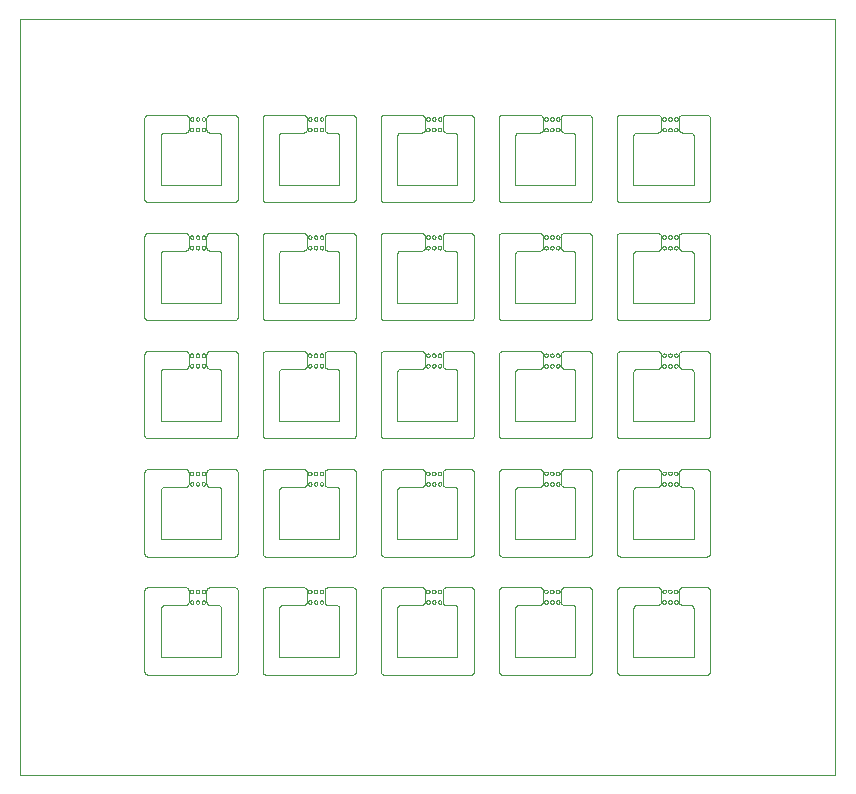
<source format=gko>
G75*
%MOIN*%
%OFA0B0*%
%FSLAX25Y25*%
%IPPOS*%
%LPD*%
%AMOC8*
5,1,8,0,0,1.08239X$1,22.5*
%
%ADD10C,0.00000*%
D10*
X0001000Y0001000D02*
X0272654Y0001000D01*
X0272654Y0252969D01*
X0001000Y0252969D01*
X0001000Y0001000D01*
X0042339Y0035646D02*
X0042339Y0062417D01*
X0042341Y0062483D01*
X0042346Y0062549D01*
X0042356Y0062615D01*
X0042369Y0062680D01*
X0042385Y0062744D01*
X0042405Y0062807D01*
X0042429Y0062869D01*
X0042456Y0062929D01*
X0042486Y0062988D01*
X0042520Y0063045D01*
X0042557Y0063100D01*
X0042597Y0063153D01*
X0042639Y0063204D01*
X0042685Y0063252D01*
X0042733Y0063298D01*
X0042784Y0063340D01*
X0042837Y0063380D01*
X0042892Y0063417D01*
X0042949Y0063451D01*
X0043008Y0063481D01*
X0043068Y0063508D01*
X0043130Y0063532D01*
X0043193Y0063552D01*
X0043257Y0063568D01*
X0043322Y0063581D01*
X0043388Y0063591D01*
X0043454Y0063596D01*
X0043520Y0063598D01*
X0055921Y0063598D01*
X0055987Y0063596D01*
X0056053Y0063591D01*
X0056119Y0063581D01*
X0056184Y0063568D01*
X0056248Y0063552D01*
X0056311Y0063532D01*
X0056373Y0063508D01*
X0056433Y0063481D01*
X0056492Y0063451D01*
X0056549Y0063417D01*
X0056604Y0063380D01*
X0056657Y0063340D01*
X0056708Y0063298D01*
X0056756Y0063252D01*
X0056802Y0063204D01*
X0056844Y0063153D01*
X0056884Y0063100D01*
X0056921Y0063045D01*
X0056955Y0062988D01*
X0056985Y0062929D01*
X0057012Y0062869D01*
X0057036Y0062807D01*
X0057056Y0062744D01*
X0057072Y0062680D01*
X0057085Y0062615D01*
X0057095Y0062549D01*
X0057100Y0062483D01*
X0057102Y0062417D01*
X0057102Y0058874D01*
X0057496Y0058677D02*
X0057498Y0058725D01*
X0057504Y0058773D01*
X0057514Y0058820D01*
X0057527Y0058866D01*
X0057545Y0058911D01*
X0057565Y0058955D01*
X0057590Y0058997D01*
X0057618Y0059036D01*
X0057648Y0059073D01*
X0057682Y0059107D01*
X0057719Y0059139D01*
X0057757Y0059168D01*
X0057798Y0059193D01*
X0057841Y0059215D01*
X0057886Y0059233D01*
X0057932Y0059247D01*
X0057979Y0059258D01*
X0058027Y0059265D01*
X0058075Y0059268D01*
X0058123Y0059267D01*
X0058171Y0059262D01*
X0058219Y0059253D01*
X0058265Y0059241D01*
X0058310Y0059224D01*
X0058354Y0059204D01*
X0058396Y0059181D01*
X0058436Y0059154D01*
X0058474Y0059124D01*
X0058509Y0059091D01*
X0058541Y0059055D01*
X0058571Y0059017D01*
X0058597Y0058976D01*
X0058619Y0058933D01*
X0058639Y0058889D01*
X0058654Y0058844D01*
X0058666Y0058797D01*
X0058674Y0058749D01*
X0058678Y0058701D01*
X0058678Y0058653D01*
X0058674Y0058605D01*
X0058666Y0058557D01*
X0058654Y0058510D01*
X0058639Y0058465D01*
X0058619Y0058421D01*
X0058597Y0058378D01*
X0058571Y0058337D01*
X0058541Y0058299D01*
X0058509Y0058263D01*
X0058474Y0058230D01*
X0058436Y0058200D01*
X0058396Y0058173D01*
X0058354Y0058150D01*
X0058310Y0058130D01*
X0058265Y0058113D01*
X0058219Y0058101D01*
X0058171Y0058092D01*
X0058123Y0058087D01*
X0058075Y0058086D01*
X0058027Y0058089D01*
X0057979Y0058096D01*
X0057932Y0058107D01*
X0057886Y0058121D01*
X0057841Y0058139D01*
X0057798Y0058161D01*
X0057757Y0058186D01*
X0057719Y0058215D01*
X0057682Y0058247D01*
X0057648Y0058281D01*
X0057618Y0058318D01*
X0057590Y0058357D01*
X0057565Y0058399D01*
X0057545Y0058443D01*
X0057527Y0058488D01*
X0057514Y0058534D01*
X0057504Y0058581D01*
X0057498Y0058629D01*
X0057496Y0058677D01*
X0057102Y0058874D02*
X0057100Y0058808D01*
X0057095Y0058742D01*
X0057085Y0058676D01*
X0057072Y0058611D01*
X0057056Y0058547D01*
X0057036Y0058484D01*
X0057012Y0058422D01*
X0056985Y0058362D01*
X0056955Y0058303D01*
X0056921Y0058246D01*
X0056884Y0058191D01*
X0056844Y0058138D01*
X0056802Y0058087D01*
X0056756Y0058039D01*
X0056708Y0057993D01*
X0056657Y0057951D01*
X0056604Y0057911D01*
X0056549Y0057874D01*
X0056492Y0057840D01*
X0056433Y0057810D01*
X0056373Y0057783D01*
X0056311Y0057759D01*
X0056248Y0057739D01*
X0056184Y0057723D01*
X0056119Y0057710D01*
X0056053Y0057700D01*
X0055987Y0057695D01*
X0055921Y0057693D01*
X0049031Y0057693D01*
X0048965Y0057691D01*
X0048899Y0057686D01*
X0048833Y0057676D01*
X0048768Y0057663D01*
X0048704Y0057647D01*
X0048641Y0057627D01*
X0048579Y0057603D01*
X0048519Y0057576D01*
X0048460Y0057546D01*
X0048403Y0057512D01*
X0048348Y0057475D01*
X0048295Y0057435D01*
X0048244Y0057393D01*
X0048196Y0057347D01*
X0048150Y0057299D01*
X0048108Y0057248D01*
X0048068Y0057195D01*
X0048031Y0057140D01*
X0047997Y0057083D01*
X0047967Y0057024D01*
X0047940Y0056964D01*
X0047916Y0056902D01*
X0047896Y0056839D01*
X0047880Y0056775D01*
X0047867Y0056710D01*
X0047857Y0056644D01*
X0047852Y0056578D01*
X0047850Y0056512D01*
X0047850Y0040370D01*
X0067929Y0040370D01*
X0067929Y0056512D01*
X0067927Y0056578D01*
X0067922Y0056644D01*
X0067912Y0056710D01*
X0067899Y0056775D01*
X0067883Y0056839D01*
X0067863Y0056902D01*
X0067839Y0056964D01*
X0067812Y0057024D01*
X0067782Y0057083D01*
X0067748Y0057140D01*
X0067711Y0057195D01*
X0067671Y0057248D01*
X0067629Y0057299D01*
X0067583Y0057347D01*
X0067535Y0057393D01*
X0067484Y0057435D01*
X0067431Y0057475D01*
X0067376Y0057512D01*
X0067319Y0057546D01*
X0067260Y0057576D01*
X0067200Y0057603D01*
X0067138Y0057627D01*
X0067075Y0057647D01*
X0067011Y0057663D01*
X0066946Y0057676D01*
X0066880Y0057686D01*
X0066814Y0057691D01*
X0066748Y0057693D01*
X0064189Y0057693D01*
X0064123Y0057695D01*
X0064057Y0057700D01*
X0063991Y0057710D01*
X0063926Y0057723D01*
X0063862Y0057739D01*
X0063799Y0057759D01*
X0063737Y0057783D01*
X0063677Y0057810D01*
X0063618Y0057840D01*
X0063561Y0057874D01*
X0063506Y0057911D01*
X0063453Y0057951D01*
X0063402Y0057993D01*
X0063354Y0058039D01*
X0063308Y0058087D01*
X0063266Y0058138D01*
X0063226Y0058191D01*
X0063189Y0058246D01*
X0063155Y0058303D01*
X0063125Y0058362D01*
X0063098Y0058422D01*
X0063074Y0058484D01*
X0063054Y0058547D01*
X0063038Y0058611D01*
X0063025Y0058676D01*
X0063015Y0058742D01*
X0063010Y0058808D01*
X0063008Y0058874D01*
X0063008Y0062417D01*
X0061433Y0062220D02*
X0061435Y0062268D01*
X0061441Y0062316D01*
X0061451Y0062363D01*
X0061464Y0062409D01*
X0061482Y0062454D01*
X0061502Y0062498D01*
X0061527Y0062540D01*
X0061555Y0062579D01*
X0061585Y0062616D01*
X0061619Y0062650D01*
X0061656Y0062682D01*
X0061694Y0062711D01*
X0061735Y0062736D01*
X0061778Y0062758D01*
X0061823Y0062776D01*
X0061869Y0062790D01*
X0061916Y0062801D01*
X0061964Y0062808D01*
X0062012Y0062811D01*
X0062060Y0062810D01*
X0062108Y0062805D01*
X0062156Y0062796D01*
X0062202Y0062784D01*
X0062247Y0062767D01*
X0062291Y0062747D01*
X0062333Y0062724D01*
X0062373Y0062697D01*
X0062411Y0062667D01*
X0062446Y0062634D01*
X0062478Y0062598D01*
X0062508Y0062560D01*
X0062534Y0062519D01*
X0062556Y0062476D01*
X0062576Y0062432D01*
X0062591Y0062387D01*
X0062603Y0062340D01*
X0062611Y0062292D01*
X0062615Y0062244D01*
X0062615Y0062196D01*
X0062611Y0062148D01*
X0062603Y0062100D01*
X0062591Y0062053D01*
X0062576Y0062008D01*
X0062556Y0061964D01*
X0062534Y0061921D01*
X0062508Y0061880D01*
X0062478Y0061842D01*
X0062446Y0061806D01*
X0062411Y0061773D01*
X0062373Y0061743D01*
X0062333Y0061716D01*
X0062291Y0061693D01*
X0062247Y0061673D01*
X0062202Y0061656D01*
X0062156Y0061644D01*
X0062108Y0061635D01*
X0062060Y0061630D01*
X0062012Y0061629D01*
X0061964Y0061632D01*
X0061916Y0061639D01*
X0061869Y0061650D01*
X0061823Y0061664D01*
X0061778Y0061682D01*
X0061735Y0061704D01*
X0061694Y0061729D01*
X0061656Y0061758D01*
X0061619Y0061790D01*
X0061585Y0061824D01*
X0061555Y0061861D01*
X0061527Y0061900D01*
X0061502Y0061942D01*
X0061482Y0061986D01*
X0061464Y0062031D01*
X0061451Y0062077D01*
X0061441Y0062124D01*
X0061435Y0062172D01*
X0061433Y0062220D01*
X0059464Y0062220D02*
X0059466Y0062268D01*
X0059472Y0062316D01*
X0059482Y0062363D01*
X0059495Y0062409D01*
X0059513Y0062454D01*
X0059533Y0062498D01*
X0059558Y0062540D01*
X0059586Y0062579D01*
X0059616Y0062616D01*
X0059650Y0062650D01*
X0059687Y0062682D01*
X0059725Y0062711D01*
X0059766Y0062736D01*
X0059809Y0062758D01*
X0059854Y0062776D01*
X0059900Y0062790D01*
X0059947Y0062801D01*
X0059995Y0062808D01*
X0060043Y0062811D01*
X0060091Y0062810D01*
X0060139Y0062805D01*
X0060187Y0062796D01*
X0060233Y0062784D01*
X0060278Y0062767D01*
X0060322Y0062747D01*
X0060364Y0062724D01*
X0060404Y0062697D01*
X0060442Y0062667D01*
X0060477Y0062634D01*
X0060509Y0062598D01*
X0060539Y0062560D01*
X0060565Y0062519D01*
X0060587Y0062476D01*
X0060607Y0062432D01*
X0060622Y0062387D01*
X0060634Y0062340D01*
X0060642Y0062292D01*
X0060646Y0062244D01*
X0060646Y0062196D01*
X0060642Y0062148D01*
X0060634Y0062100D01*
X0060622Y0062053D01*
X0060607Y0062008D01*
X0060587Y0061964D01*
X0060565Y0061921D01*
X0060539Y0061880D01*
X0060509Y0061842D01*
X0060477Y0061806D01*
X0060442Y0061773D01*
X0060404Y0061743D01*
X0060364Y0061716D01*
X0060322Y0061693D01*
X0060278Y0061673D01*
X0060233Y0061656D01*
X0060187Y0061644D01*
X0060139Y0061635D01*
X0060091Y0061630D01*
X0060043Y0061629D01*
X0059995Y0061632D01*
X0059947Y0061639D01*
X0059900Y0061650D01*
X0059854Y0061664D01*
X0059809Y0061682D01*
X0059766Y0061704D01*
X0059725Y0061729D01*
X0059687Y0061758D01*
X0059650Y0061790D01*
X0059616Y0061824D01*
X0059586Y0061861D01*
X0059558Y0061900D01*
X0059533Y0061942D01*
X0059513Y0061986D01*
X0059495Y0062031D01*
X0059482Y0062077D01*
X0059472Y0062124D01*
X0059466Y0062172D01*
X0059464Y0062220D01*
X0057496Y0062220D02*
X0057498Y0062268D01*
X0057504Y0062316D01*
X0057514Y0062363D01*
X0057527Y0062409D01*
X0057545Y0062454D01*
X0057565Y0062498D01*
X0057590Y0062540D01*
X0057618Y0062579D01*
X0057648Y0062616D01*
X0057682Y0062650D01*
X0057719Y0062682D01*
X0057757Y0062711D01*
X0057798Y0062736D01*
X0057841Y0062758D01*
X0057886Y0062776D01*
X0057932Y0062790D01*
X0057979Y0062801D01*
X0058027Y0062808D01*
X0058075Y0062811D01*
X0058123Y0062810D01*
X0058171Y0062805D01*
X0058219Y0062796D01*
X0058265Y0062784D01*
X0058310Y0062767D01*
X0058354Y0062747D01*
X0058396Y0062724D01*
X0058436Y0062697D01*
X0058474Y0062667D01*
X0058509Y0062634D01*
X0058541Y0062598D01*
X0058571Y0062560D01*
X0058597Y0062519D01*
X0058619Y0062476D01*
X0058639Y0062432D01*
X0058654Y0062387D01*
X0058666Y0062340D01*
X0058674Y0062292D01*
X0058678Y0062244D01*
X0058678Y0062196D01*
X0058674Y0062148D01*
X0058666Y0062100D01*
X0058654Y0062053D01*
X0058639Y0062008D01*
X0058619Y0061964D01*
X0058597Y0061921D01*
X0058571Y0061880D01*
X0058541Y0061842D01*
X0058509Y0061806D01*
X0058474Y0061773D01*
X0058436Y0061743D01*
X0058396Y0061716D01*
X0058354Y0061693D01*
X0058310Y0061673D01*
X0058265Y0061656D01*
X0058219Y0061644D01*
X0058171Y0061635D01*
X0058123Y0061630D01*
X0058075Y0061629D01*
X0058027Y0061632D01*
X0057979Y0061639D01*
X0057932Y0061650D01*
X0057886Y0061664D01*
X0057841Y0061682D01*
X0057798Y0061704D01*
X0057757Y0061729D01*
X0057719Y0061758D01*
X0057682Y0061790D01*
X0057648Y0061824D01*
X0057618Y0061861D01*
X0057590Y0061900D01*
X0057565Y0061942D01*
X0057545Y0061986D01*
X0057527Y0062031D01*
X0057514Y0062077D01*
X0057504Y0062124D01*
X0057498Y0062172D01*
X0057496Y0062220D01*
X0059464Y0058677D02*
X0059466Y0058725D01*
X0059472Y0058773D01*
X0059482Y0058820D01*
X0059495Y0058866D01*
X0059513Y0058911D01*
X0059533Y0058955D01*
X0059558Y0058997D01*
X0059586Y0059036D01*
X0059616Y0059073D01*
X0059650Y0059107D01*
X0059687Y0059139D01*
X0059725Y0059168D01*
X0059766Y0059193D01*
X0059809Y0059215D01*
X0059854Y0059233D01*
X0059900Y0059247D01*
X0059947Y0059258D01*
X0059995Y0059265D01*
X0060043Y0059268D01*
X0060091Y0059267D01*
X0060139Y0059262D01*
X0060187Y0059253D01*
X0060233Y0059241D01*
X0060278Y0059224D01*
X0060322Y0059204D01*
X0060364Y0059181D01*
X0060404Y0059154D01*
X0060442Y0059124D01*
X0060477Y0059091D01*
X0060509Y0059055D01*
X0060539Y0059017D01*
X0060565Y0058976D01*
X0060587Y0058933D01*
X0060607Y0058889D01*
X0060622Y0058844D01*
X0060634Y0058797D01*
X0060642Y0058749D01*
X0060646Y0058701D01*
X0060646Y0058653D01*
X0060642Y0058605D01*
X0060634Y0058557D01*
X0060622Y0058510D01*
X0060607Y0058465D01*
X0060587Y0058421D01*
X0060565Y0058378D01*
X0060539Y0058337D01*
X0060509Y0058299D01*
X0060477Y0058263D01*
X0060442Y0058230D01*
X0060404Y0058200D01*
X0060364Y0058173D01*
X0060322Y0058150D01*
X0060278Y0058130D01*
X0060233Y0058113D01*
X0060187Y0058101D01*
X0060139Y0058092D01*
X0060091Y0058087D01*
X0060043Y0058086D01*
X0059995Y0058089D01*
X0059947Y0058096D01*
X0059900Y0058107D01*
X0059854Y0058121D01*
X0059809Y0058139D01*
X0059766Y0058161D01*
X0059725Y0058186D01*
X0059687Y0058215D01*
X0059650Y0058247D01*
X0059616Y0058281D01*
X0059586Y0058318D01*
X0059558Y0058357D01*
X0059533Y0058399D01*
X0059513Y0058443D01*
X0059495Y0058488D01*
X0059482Y0058534D01*
X0059472Y0058581D01*
X0059466Y0058629D01*
X0059464Y0058677D01*
X0061433Y0058677D02*
X0061435Y0058725D01*
X0061441Y0058773D01*
X0061451Y0058820D01*
X0061464Y0058866D01*
X0061482Y0058911D01*
X0061502Y0058955D01*
X0061527Y0058997D01*
X0061555Y0059036D01*
X0061585Y0059073D01*
X0061619Y0059107D01*
X0061656Y0059139D01*
X0061694Y0059168D01*
X0061735Y0059193D01*
X0061778Y0059215D01*
X0061823Y0059233D01*
X0061869Y0059247D01*
X0061916Y0059258D01*
X0061964Y0059265D01*
X0062012Y0059268D01*
X0062060Y0059267D01*
X0062108Y0059262D01*
X0062156Y0059253D01*
X0062202Y0059241D01*
X0062247Y0059224D01*
X0062291Y0059204D01*
X0062333Y0059181D01*
X0062373Y0059154D01*
X0062411Y0059124D01*
X0062446Y0059091D01*
X0062478Y0059055D01*
X0062508Y0059017D01*
X0062534Y0058976D01*
X0062556Y0058933D01*
X0062576Y0058889D01*
X0062591Y0058844D01*
X0062603Y0058797D01*
X0062611Y0058749D01*
X0062615Y0058701D01*
X0062615Y0058653D01*
X0062611Y0058605D01*
X0062603Y0058557D01*
X0062591Y0058510D01*
X0062576Y0058465D01*
X0062556Y0058421D01*
X0062534Y0058378D01*
X0062508Y0058337D01*
X0062478Y0058299D01*
X0062446Y0058263D01*
X0062411Y0058230D01*
X0062373Y0058200D01*
X0062333Y0058173D01*
X0062291Y0058150D01*
X0062247Y0058130D01*
X0062202Y0058113D01*
X0062156Y0058101D01*
X0062108Y0058092D01*
X0062060Y0058087D01*
X0062012Y0058086D01*
X0061964Y0058089D01*
X0061916Y0058096D01*
X0061869Y0058107D01*
X0061823Y0058121D01*
X0061778Y0058139D01*
X0061735Y0058161D01*
X0061694Y0058186D01*
X0061656Y0058215D01*
X0061619Y0058247D01*
X0061585Y0058281D01*
X0061555Y0058318D01*
X0061527Y0058357D01*
X0061502Y0058399D01*
X0061482Y0058443D01*
X0061464Y0058488D01*
X0061451Y0058534D01*
X0061441Y0058581D01*
X0061435Y0058629D01*
X0061433Y0058677D01*
X0063008Y0062417D02*
X0063010Y0062483D01*
X0063015Y0062549D01*
X0063025Y0062615D01*
X0063038Y0062680D01*
X0063054Y0062744D01*
X0063074Y0062807D01*
X0063098Y0062869D01*
X0063125Y0062929D01*
X0063155Y0062988D01*
X0063189Y0063045D01*
X0063226Y0063100D01*
X0063266Y0063153D01*
X0063308Y0063204D01*
X0063354Y0063252D01*
X0063402Y0063298D01*
X0063453Y0063340D01*
X0063506Y0063380D01*
X0063561Y0063417D01*
X0063618Y0063451D01*
X0063677Y0063481D01*
X0063737Y0063508D01*
X0063799Y0063532D01*
X0063862Y0063552D01*
X0063926Y0063568D01*
X0063991Y0063581D01*
X0064057Y0063591D01*
X0064123Y0063596D01*
X0064189Y0063598D01*
X0072260Y0063598D01*
X0072326Y0063596D01*
X0072392Y0063591D01*
X0072458Y0063581D01*
X0072523Y0063568D01*
X0072587Y0063552D01*
X0072650Y0063532D01*
X0072712Y0063508D01*
X0072772Y0063481D01*
X0072831Y0063451D01*
X0072888Y0063417D01*
X0072943Y0063380D01*
X0072996Y0063340D01*
X0073047Y0063298D01*
X0073095Y0063252D01*
X0073141Y0063204D01*
X0073183Y0063153D01*
X0073223Y0063100D01*
X0073260Y0063045D01*
X0073294Y0062988D01*
X0073324Y0062929D01*
X0073351Y0062869D01*
X0073375Y0062807D01*
X0073395Y0062744D01*
X0073411Y0062680D01*
X0073424Y0062615D01*
X0073434Y0062549D01*
X0073439Y0062483D01*
X0073441Y0062417D01*
X0073441Y0035646D01*
X0073439Y0035580D01*
X0073434Y0035514D01*
X0073424Y0035448D01*
X0073411Y0035383D01*
X0073395Y0035319D01*
X0073375Y0035256D01*
X0073351Y0035194D01*
X0073324Y0035134D01*
X0073294Y0035075D01*
X0073260Y0035018D01*
X0073223Y0034963D01*
X0073183Y0034910D01*
X0073141Y0034859D01*
X0073095Y0034811D01*
X0073047Y0034765D01*
X0072996Y0034723D01*
X0072943Y0034683D01*
X0072888Y0034646D01*
X0072831Y0034612D01*
X0072772Y0034582D01*
X0072712Y0034555D01*
X0072650Y0034531D01*
X0072587Y0034511D01*
X0072523Y0034495D01*
X0072458Y0034482D01*
X0072392Y0034472D01*
X0072326Y0034467D01*
X0072260Y0034465D01*
X0043520Y0034465D01*
X0043454Y0034467D01*
X0043388Y0034472D01*
X0043322Y0034482D01*
X0043257Y0034495D01*
X0043193Y0034511D01*
X0043130Y0034531D01*
X0043068Y0034555D01*
X0043008Y0034582D01*
X0042949Y0034612D01*
X0042892Y0034646D01*
X0042837Y0034683D01*
X0042784Y0034723D01*
X0042733Y0034765D01*
X0042685Y0034811D01*
X0042639Y0034859D01*
X0042597Y0034910D01*
X0042557Y0034963D01*
X0042520Y0035018D01*
X0042486Y0035075D01*
X0042456Y0035134D01*
X0042429Y0035194D01*
X0042405Y0035256D01*
X0042385Y0035319D01*
X0042369Y0035383D01*
X0042356Y0035448D01*
X0042346Y0035514D01*
X0042341Y0035580D01*
X0042339Y0035646D01*
X0081709Y0035646D02*
X0081709Y0062417D01*
X0081711Y0062483D01*
X0081716Y0062549D01*
X0081726Y0062615D01*
X0081739Y0062680D01*
X0081755Y0062744D01*
X0081775Y0062807D01*
X0081799Y0062869D01*
X0081826Y0062929D01*
X0081856Y0062988D01*
X0081890Y0063045D01*
X0081927Y0063100D01*
X0081967Y0063153D01*
X0082009Y0063204D01*
X0082055Y0063252D01*
X0082103Y0063298D01*
X0082154Y0063340D01*
X0082207Y0063380D01*
X0082262Y0063417D01*
X0082319Y0063451D01*
X0082378Y0063481D01*
X0082438Y0063508D01*
X0082500Y0063532D01*
X0082563Y0063552D01*
X0082627Y0063568D01*
X0082692Y0063581D01*
X0082758Y0063591D01*
X0082824Y0063596D01*
X0082890Y0063598D01*
X0095291Y0063598D01*
X0095357Y0063596D01*
X0095423Y0063591D01*
X0095489Y0063581D01*
X0095554Y0063568D01*
X0095618Y0063552D01*
X0095681Y0063532D01*
X0095743Y0063508D01*
X0095803Y0063481D01*
X0095862Y0063451D01*
X0095919Y0063417D01*
X0095974Y0063380D01*
X0096027Y0063340D01*
X0096078Y0063298D01*
X0096126Y0063252D01*
X0096172Y0063204D01*
X0096214Y0063153D01*
X0096254Y0063100D01*
X0096291Y0063045D01*
X0096325Y0062988D01*
X0096355Y0062929D01*
X0096382Y0062869D01*
X0096406Y0062807D01*
X0096426Y0062744D01*
X0096442Y0062680D01*
X0096455Y0062615D01*
X0096465Y0062549D01*
X0096470Y0062483D01*
X0096472Y0062417D01*
X0096472Y0058874D01*
X0096866Y0058677D02*
X0096868Y0058725D01*
X0096874Y0058773D01*
X0096884Y0058820D01*
X0096897Y0058866D01*
X0096915Y0058911D01*
X0096935Y0058955D01*
X0096960Y0058997D01*
X0096988Y0059036D01*
X0097018Y0059073D01*
X0097052Y0059107D01*
X0097089Y0059139D01*
X0097127Y0059168D01*
X0097168Y0059193D01*
X0097211Y0059215D01*
X0097256Y0059233D01*
X0097302Y0059247D01*
X0097349Y0059258D01*
X0097397Y0059265D01*
X0097445Y0059268D01*
X0097493Y0059267D01*
X0097541Y0059262D01*
X0097589Y0059253D01*
X0097635Y0059241D01*
X0097680Y0059224D01*
X0097724Y0059204D01*
X0097766Y0059181D01*
X0097806Y0059154D01*
X0097844Y0059124D01*
X0097879Y0059091D01*
X0097911Y0059055D01*
X0097941Y0059017D01*
X0097967Y0058976D01*
X0097989Y0058933D01*
X0098009Y0058889D01*
X0098024Y0058844D01*
X0098036Y0058797D01*
X0098044Y0058749D01*
X0098048Y0058701D01*
X0098048Y0058653D01*
X0098044Y0058605D01*
X0098036Y0058557D01*
X0098024Y0058510D01*
X0098009Y0058465D01*
X0097989Y0058421D01*
X0097967Y0058378D01*
X0097941Y0058337D01*
X0097911Y0058299D01*
X0097879Y0058263D01*
X0097844Y0058230D01*
X0097806Y0058200D01*
X0097766Y0058173D01*
X0097724Y0058150D01*
X0097680Y0058130D01*
X0097635Y0058113D01*
X0097589Y0058101D01*
X0097541Y0058092D01*
X0097493Y0058087D01*
X0097445Y0058086D01*
X0097397Y0058089D01*
X0097349Y0058096D01*
X0097302Y0058107D01*
X0097256Y0058121D01*
X0097211Y0058139D01*
X0097168Y0058161D01*
X0097127Y0058186D01*
X0097089Y0058215D01*
X0097052Y0058247D01*
X0097018Y0058281D01*
X0096988Y0058318D01*
X0096960Y0058357D01*
X0096935Y0058399D01*
X0096915Y0058443D01*
X0096897Y0058488D01*
X0096884Y0058534D01*
X0096874Y0058581D01*
X0096868Y0058629D01*
X0096866Y0058677D01*
X0096472Y0058874D02*
X0096470Y0058808D01*
X0096465Y0058742D01*
X0096455Y0058676D01*
X0096442Y0058611D01*
X0096426Y0058547D01*
X0096406Y0058484D01*
X0096382Y0058422D01*
X0096355Y0058362D01*
X0096325Y0058303D01*
X0096291Y0058246D01*
X0096254Y0058191D01*
X0096214Y0058138D01*
X0096172Y0058087D01*
X0096126Y0058039D01*
X0096078Y0057993D01*
X0096027Y0057951D01*
X0095974Y0057911D01*
X0095919Y0057874D01*
X0095862Y0057840D01*
X0095803Y0057810D01*
X0095743Y0057783D01*
X0095681Y0057759D01*
X0095618Y0057739D01*
X0095554Y0057723D01*
X0095489Y0057710D01*
X0095423Y0057700D01*
X0095357Y0057695D01*
X0095291Y0057693D01*
X0088402Y0057693D01*
X0088336Y0057691D01*
X0088270Y0057686D01*
X0088204Y0057676D01*
X0088139Y0057663D01*
X0088075Y0057647D01*
X0088012Y0057627D01*
X0087950Y0057603D01*
X0087890Y0057576D01*
X0087831Y0057546D01*
X0087774Y0057512D01*
X0087719Y0057475D01*
X0087666Y0057435D01*
X0087615Y0057393D01*
X0087567Y0057347D01*
X0087521Y0057299D01*
X0087479Y0057248D01*
X0087439Y0057195D01*
X0087402Y0057140D01*
X0087368Y0057083D01*
X0087338Y0057024D01*
X0087311Y0056964D01*
X0087287Y0056902D01*
X0087267Y0056839D01*
X0087251Y0056775D01*
X0087238Y0056710D01*
X0087228Y0056644D01*
X0087223Y0056578D01*
X0087221Y0056512D01*
X0087220Y0056512D02*
X0087220Y0040370D01*
X0107299Y0040370D01*
X0107299Y0056512D01*
X0107297Y0056578D01*
X0107292Y0056644D01*
X0107282Y0056710D01*
X0107269Y0056775D01*
X0107253Y0056839D01*
X0107233Y0056902D01*
X0107209Y0056964D01*
X0107182Y0057024D01*
X0107152Y0057083D01*
X0107118Y0057140D01*
X0107081Y0057195D01*
X0107041Y0057248D01*
X0106999Y0057299D01*
X0106953Y0057347D01*
X0106905Y0057393D01*
X0106854Y0057435D01*
X0106801Y0057475D01*
X0106746Y0057512D01*
X0106689Y0057546D01*
X0106630Y0057576D01*
X0106570Y0057603D01*
X0106508Y0057627D01*
X0106445Y0057647D01*
X0106381Y0057663D01*
X0106316Y0057676D01*
X0106250Y0057686D01*
X0106184Y0057691D01*
X0106118Y0057693D01*
X0103559Y0057693D01*
X0103493Y0057695D01*
X0103427Y0057700D01*
X0103361Y0057710D01*
X0103296Y0057723D01*
X0103232Y0057739D01*
X0103169Y0057759D01*
X0103107Y0057783D01*
X0103047Y0057810D01*
X0102988Y0057840D01*
X0102931Y0057874D01*
X0102876Y0057911D01*
X0102823Y0057951D01*
X0102772Y0057993D01*
X0102724Y0058039D01*
X0102678Y0058087D01*
X0102636Y0058138D01*
X0102596Y0058191D01*
X0102559Y0058246D01*
X0102525Y0058303D01*
X0102495Y0058362D01*
X0102468Y0058422D01*
X0102444Y0058484D01*
X0102424Y0058547D01*
X0102408Y0058611D01*
X0102395Y0058676D01*
X0102385Y0058742D01*
X0102380Y0058808D01*
X0102378Y0058874D01*
X0102378Y0062417D01*
X0100803Y0062220D02*
X0100805Y0062268D01*
X0100811Y0062316D01*
X0100821Y0062363D01*
X0100834Y0062409D01*
X0100852Y0062454D01*
X0100872Y0062498D01*
X0100897Y0062540D01*
X0100925Y0062579D01*
X0100955Y0062616D01*
X0100989Y0062650D01*
X0101026Y0062682D01*
X0101064Y0062711D01*
X0101105Y0062736D01*
X0101148Y0062758D01*
X0101193Y0062776D01*
X0101239Y0062790D01*
X0101286Y0062801D01*
X0101334Y0062808D01*
X0101382Y0062811D01*
X0101430Y0062810D01*
X0101478Y0062805D01*
X0101526Y0062796D01*
X0101572Y0062784D01*
X0101617Y0062767D01*
X0101661Y0062747D01*
X0101703Y0062724D01*
X0101743Y0062697D01*
X0101781Y0062667D01*
X0101816Y0062634D01*
X0101848Y0062598D01*
X0101878Y0062560D01*
X0101904Y0062519D01*
X0101926Y0062476D01*
X0101946Y0062432D01*
X0101961Y0062387D01*
X0101973Y0062340D01*
X0101981Y0062292D01*
X0101985Y0062244D01*
X0101985Y0062196D01*
X0101981Y0062148D01*
X0101973Y0062100D01*
X0101961Y0062053D01*
X0101946Y0062008D01*
X0101926Y0061964D01*
X0101904Y0061921D01*
X0101878Y0061880D01*
X0101848Y0061842D01*
X0101816Y0061806D01*
X0101781Y0061773D01*
X0101743Y0061743D01*
X0101703Y0061716D01*
X0101661Y0061693D01*
X0101617Y0061673D01*
X0101572Y0061656D01*
X0101526Y0061644D01*
X0101478Y0061635D01*
X0101430Y0061630D01*
X0101382Y0061629D01*
X0101334Y0061632D01*
X0101286Y0061639D01*
X0101239Y0061650D01*
X0101193Y0061664D01*
X0101148Y0061682D01*
X0101105Y0061704D01*
X0101064Y0061729D01*
X0101026Y0061758D01*
X0100989Y0061790D01*
X0100955Y0061824D01*
X0100925Y0061861D01*
X0100897Y0061900D01*
X0100872Y0061942D01*
X0100852Y0061986D01*
X0100834Y0062031D01*
X0100821Y0062077D01*
X0100811Y0062124D01*
X0100805Y0062172D01*
X0100803Y0062220D01*
X0098834Y0062220D02*
X0098836Y0062268D01*
X0098842Y0062316D01*
X0098852Y0062363D01*
X0098865Y0062409D01*
X0098883Y0062454D01*
X0098903Y0062498D01*
X0098928Y0062540D01*
X0098956Y0062579D01*
X0098986Y0062616D01*
X0099020Y0062650D01*
X0099057Y0062682D01*
X0099095Y0062711D01*
X0099136Y0062736D01*
X0099179Y0062758D01*
X0099224Y0062776D01*
X0099270Y0062790D01*
X0099317Y0062801D01*
X0099365Y0062808D01*
X0099413Y0062811D01*
X0099461Y0062810D01*
X0099509Y0062805D01*
X0099557Y0062796D01*
X0099603Y0062784D01*
X0099648Y0062767D01*
X0099692Y0062747D01*
X0099734Y0062724D01*
X0099774Y0062697D01*
X0099812Y0062667D01*
X0099847Y0062634D01*
X0099879Y0062598D01*
X0099909Y0062560D01*
X0099935Y0062519D01*
X0099957Y0062476D01*
X0099977Y0062432D01*
X0099992Y0062387D01*
X0100004Y0062340D01*
X0100012Y0062292D01*
X0100016Y0062244D01*
X0100016Y0062196D01*
X0100012Y0062148D01*
X0100004Y0062100D01*
X0099992Y0062053D01*
X0099977Y0062008D01*
X0099957Y0061964D01*
X0099935Y0061921D01*
X0099909Y0061880D01*
X0099879Y0061842D01*
X0099847Y0061806D01*
X0099812Y0061773D01*
X0099774Y0061743D01*
X0099734Y0061716D01*
X0099692Y0061693D01*
X0099648Y0061673D01*
X0099603Y0061656D01*
X0099557Y0061644D01*
X0099509Y0061635D01*
X0099461Y0061630D01*
X0099413Y0061629D01*
X0099365Y0061632D01*
X0099317Y0061639D01*
X0099270Y0061650D01*
X0099224Y0061664D01*
X0099179Y0061682D01*
X0099136Y0061704D01*
X0099095Y0061729D01*
X0099057Y0061758D01*
X0099020Y0061790D01*
X0098986Y0061824D01*
X0098956Y0061861D01*
X0098928Y0061900D01*
X0098903Y0061942D01*
X0098883Y0061986D01*
X0098865Y0062031D01*
X0098852Y0062077D01*
X0098842Y0062124D01*
X0098836Y0062172D01*
X0098834Y0062220D01*
X0096866Y0062220D02*
X0096868Y0062268D01*
X0096874Y0062316D01*
X0096884Y0062363D01*
X0096897Y0062409D01*
X0096915Y0062454D01*
X0096935Y0062498D01*
X0096960Y0062540D01*
X0096988Y0062579D01*
X0097018Y0062616D01*
X0097052Y0062650D01*
X0097089Y0062682D01*
X0097127Y0062711D01*
X0097168Y0062736D01*
X0097211Y0062758D01*
X0097256Y0062776D01*
X0097302Y0062790D01*
X0097349Y0062801D01*
X0097397Y0062808D01*
X0097445Y0062811D01*
X0097493Y0062810D01*
X0097541Y0062805D01*
X0097589Y0062796D01*
X0097635Y0062784D01*
X0097680Y0062767D01*
X0097724Y0062747D01*
X0097766Y0062724D01*
X0097806Y0062697D01*
X0097844Y0062667D01*
X0097879Y0062634D01*
X0097911Y0062598D01*
X0097941Y0062560D01*
X0097967Y0062519D01*
X0097989Y0062476D01*
X0098009Y0062432D01*
X0098024Y0062387D01*
X0098036Y0062340D01*
X0098044Y0062292D01*
X0098048Y0062244D01*
X0098048Y0062196D01*
X0098044Y0062148D01*
X0098036Y0062100D01*
X0098024Y0062053D01*
X0098009Y0062008D01*
X0097989Y0061964D01*
X0097967Y0061921D01*
X0097941Y0061880D01*
X0097911Y0061842D01*
X0097879Y0061806D01*
X0097844Y0061773D01*
X0097806Y0061743D01*
X0097766Y0061716D01*
X0097724Y0061693D01*
X0097680Y0061673D01*
X0097635Y0061656D01*
X0097589Y0061644D01*
X0097541Y0061635D01*
X0097493Y0061630D01*
X0097445Y0061629D01*
X0097397Y0061632D01*
X0097349Y0061639D01*
X0097302Y0061650D01*
X0097256Y0061664D01*
X0097211Y0061682D01*
X0097168Y0061704D01*
X0097127Y0061729D01*
X0097089Y0061758D01*
X0097052Y0061790D01*
X0097018Y0061824D01*
X0096988Y0061861D01*
X0096960Y0061900D01*
X0096935Y0061942D01*
X0096915Y0061986D01*
X0096897Y0062031D01*
X0096884Y0062077D01*
X0096874Y0062124D01*
X0096868Y0062172D01*
X0096866Y0062220D01*
X0098834Y0058677D02*
X0098836Y0058725D01*
X0098842Y0058773D01*
X0098852Y0058820D01*
X0098865Y0058866D01*
X0098883Y0058911D01*
X0098903Y0058955D01*
X0098928Y0058997D01*
X0098956Y0059036D01*
X0098986Y0059073D01*
X0099020Y0059107D01*
X0099057Y0059139D01*
X0099095Y0059168D01*
X0099136Y0059193D01*
X0099179Y0059215D01*
X0099224Y0059233D01*
X0099270Y0059247D01*
X0099317Y0059258D01*
X0099365Y0059265D01*
X0099413Y0059268D01*
X0099461Y0059267D01*
X0099509Y0059262D01*
X0099557Y0059253D01*
X0099603Y0059241D01*
X0099648Y0059224D01*
X0099692Y0059204D01*
X0099734Y0059181D01*
X0099774Y0059154D01*
X0099812Y0059124D01*
X0099847Y0059091D01*
X0099879Y0059055D01*
X0099909Y0059017D01*
X0099935Y0058976D01*
X0099957Y0058933D01*
X0099977Y0058889D01*
X0099992Y0058844D01*
X0100004Y0058797D01*
X0100012Y0058749D01*
X0100016Y0058701D01*
X0100016Y0058653D01*
X0100012Y0058605D01*
X0100004Y0058557D01*
X0099992Y0058510D01*
X0099977Y0058465D01*
X0099957Y0058421D01*
X0099935Y0058378D01*
X0099909Y0058337D01*
X0099879Y0058299D01*
X0099847Y0058263D01*
X0099812Y0058230D01*
X0099774Y0058200D01*
X0099734Y0058173D01*
X0099692Y0058150D01*
X0099648Y0058130D01*
X0099603Y0058113D01*
X0099557Y0058101D01*
X0099509Y0058092D01*
X0099461Y0058087D01*
X0099413Y0058086D01*
X0099365Y0058089D01*
X0099317Y0058096D01*
X0099270Y0058107D01*
X0099224Y0058121D01*
X0099179Y0058139D01*
X0099136Y0058161D01*
X0099095Y0058186D01*
X0099057Y0058215D01*
X0099020Y0058247D01*
X0098986Y0058281D01*
X0098956Y0058318D01*
X0098928Y0058357D01*
X0098903Y0058399D01*
X0098883Y0058443D01*
X0098865Y0058488D01*
X0098852Y0058534D01*
X0098842Y0058581D01*
X0098836Y0058629D01*
X0098834Y0058677D01*
X0100803Y0058677D02*
X0100805Y0058725D01*
X0100811Y0058773D01*
X0100821Y0058820D01*
X0100834Y0058866D01*
X0100852Y0058911D01*
X0100872Y0058955D01*
X0100897Y0058997D01*
X0100925Y0059036D01*
X0100955Y0059073D01*
X0100989Y0059107D01*
X0101026Y0059139D01*
X0101064Y0059168D01*
X0101105Y0059193D01*
X0101148Y0059215D01*
X0101193Y0059233D01*
X0101239Y0059247D01*
X0101286Y0059258D01*
X0101334Y0059265D01*
X0101382Y0059268D01*
X0101430Y0059267D01*
X0101478Y0059262D01*
X0101526Y0059253D01*
X0101572Y0059241D01*
X0101617Y0059224D01*
X0101661Y0059204D01*
X0101703Y0059181D01*
X0101743Y0059154D01*
X0101781Y0059124D01*
X0101816Y0059091D01*
X0101848Y0059055D01*
X0101878Y0059017D01*
X0101904Y0058976D01*
X0101926Y0058933D01*
X0101946Y0058889D01*
X0101961Y0058844D01*
X0101973Y0058797D01*
X0101981Y0058749D01*
X0101985Y0058701D01*
X0101985Y0058653D01*
X0101981Y0058605D01*
X0101973Y0058557D01*
X0101961Y0058510D01*
X0101946Y0058465D01*
X0101926Y0058421D01*
X0101904Y0058378D01*
X0101878Y0058337D01*
X0101848Y0058299D01*
X0101816Y0058263D01*
X0101781Y0058230D01*
X0101743Y0058200D01*
X0101703Y0058173D01*
X0101661Y0058150D01*
X0101617Y0058130D01*
X0101572Y0058113D01*
X0101526Y0058101D01*
X0101478Y0058092D01*
X0101430Y0058087D01*
X0101382Y0058086D01*
X0101334Y0058089D01*
X0101286Y0058096D01*
X0101239Y0058107D01*
X0101193Y0058121D01*
X0101148Y0058139D01*
X0101105Y0058161D01*
X0101064Y0058186D01*
X0101026Y0058215D01*
X0100989Y0058247D01*
X0100955Y0058281D01*
X0100925Y0058318D01*
X0100897Y0058357D01*
X0100872Y0058399D01*
X0100852Y0058443D01*
X0100834Y0058488D01*
X0100821Y0058534D01*
X0100811Y0058581D01*
X0100805Y0058629D01*
X0100803Y0058677D01*
X0102378Y0062417D02*
X0102380Y0062483D01*
X0102385Y0062549D01*
X0102395Y0062615D01*
X0102408Y0062680D01*
X0102424Y0062744D01*
X0102444Y0062807D01*
X0102468Y0062869D01*
X0102495Y0062929D01*
X0102525Y0062988D01*
X0102559Y0063045D01*
X0102596Y0063100D01*
X0102636Y0063153D01*
X0102678Y0063204D01*
X0102724Y0063252D01*
X0102772Y0063298D01*
X0102823Y0063340D01*
X0102876Y0063380D01*
X0102931Y0063417D01*
X0102988Y0063451D01*
X0103047Y0063481D01*
X0103107Y0063508D01*
X0103169Y0063532D01*
X0103232Y0063552D01*
X0103296Y0063568D01*
X0103361Y0063581D01*
X0103427Y0063591D01*
X0103493Y0063596D01*
X0103559Y0063598D01*
X0111630Y0063598D01*
X0111696Y0063596D01*
X0111762Y0063591D01*
X0111828Y0063581D01*
X0111893Y0063568D01*
X0111957Y0063552D01*
X0112020Y0063532D01*
X0112082Y0063508D01*
X0112142Y0063481D01*
X0112201Y0063451D01*
X0112258Y0063417D01*
X0112313Y0063380D01*
X0112366Y0063340D01*
X0112417Y0063298D01*
X0112465Y0063252D01*
X0112511Y0063204D01*
X0112553Y0063153D01*
X0112593Y0063100D01*
X0112630Y0063045D01*
X0112664Y0062988D01*
X0112694Y0062929D01*
X0112721Y0062869D01*
X0112745Y0062807D01*
X0112765Y0062744D01*
X0112781Y0062680D01*
X0112794Y0062615D01*
X0112804Y0062549D01*
X0112809Y0062483D01*
X0112811Y0062417D01*
X0112811Y0035646D01*
X0112809Y0035580D01*
X0112804Y0035514D01*
X0112794Y0035448D01*
X0112781Y0035383D01*
X0112765Y0035319D01*
X0112745Y0035256D01*
X0112721Y0035194D01*
X0112694Y0035134D01*
X0112664Y0035075D01*
X0112630Y0035018D01*
X0112593Y0034963D01*
X0112553Y0034910D01*
X0112511Y0034859D01*
X0112465Y0034811D01*
X0112417Y0034765D01*
X0112366Y0034723D01*
X0112313Y0034683D01*
X0112258Y0034646D01*
X0112201Y0034612D01*
X0112142Y0034582D01*
X0112082Y0034555D01*
X0112020Y0034531D01*
X0111957Y0034511D01*
X0111893Y0034495D01*
X0111828Y0034482D01*
X0111762Y0034472D01*
X0111696Y0034467D01*
X0111630Y0034465D01*
X0082890Y0034465D01*
X0082824Y0034467D01*
X0082758Y0034472D01*
X0082692Y0034482D01*
X0082627Y0034495D01*
X0082563Y0034511D01*
X0082500Y0034531D01*
X0082438Y0034555D01*
X0082378Y0034582D01*
X0082319Y0034612D01*
X0082262Y0034646D01*
X0082207Y0034683D01*
X0082154Y0034723D01*
X0082103Y0034765D01*
X0082055Y0034811D01*
X0082009Y0034859D01*
X0081967Y0034910D01*
X0081927Y0034963D01*
X0081890Y0035018D01*
X0081856Y0035075D01*
X0081826Y0035134D01*
X0081799Y0035194D01*
X0081775Y0035256D01*
X0081755Y0035319D01*
X0081739Y0035383D01*
X0081726Y0035448D01*
X0081716Y0035514D01*
X0081711Y0035580D01*
X0081709Y0035646D01*
X0082890Y0073835D02*
X0111630Y0073835D01*
X0111696Y0073837D01*
X0111762Y0073842D01*
X0111828Y0073852D01*
X0111893Y0073865D01*
X0111957Y0073881D01*
X0112020Y0073901D01*
X0112082Y0073925D01*
X0112142Y0073952D01*
X0112201Y0073982D01*
X0112258Y0074016D01*
X0112313Y0074053D01*
X0112366Y0074093D01*
X0112417Y0074135D01*
X0112465Y0074181D01*
X0112511Y0074229D01*
X0112553Y0074280D01*
X0112593Y0074333D01*
X0112630Y0074388D01*
X0112664Y0074445D01*
X0112694Y0074504D01*
X0112721Y0074564D01*
X0112745Y0074626D01*
X0112765Y0074689D01*
X0112781Y0074753D01*
X0112794Y0074818D01*
X0112804Y0074884D01*
X0112809Y0074950D01*
X0112811Y0075016D01*
X0112811Y0101787D01*
X0112809Y0101853D01*
X0112804Y0101919D01*
X0112794Y0101985D01*
X0112781Y0102050D01*
X0112765Y0102114D01*
X0112745Y0102177D01*
X0112721Y0102239D01*
X0112694Y0102299D01*
X0112664Y0102358D01*
X0112630Y0102415D01*
X0112593Y0102470D01*
X0112553Y0102523D01*
X0112511Y0102574D01*
X0112465Y0102622D01*
X0112417Y0102668D01*
X0112366Y0102710D01*
X0112313Y0102750D01*
X0112258Y0102787D01*
X0112201Y0102821D01*
X0112142Y0102851D01*
X0112082Y0102878D01*
X0112020Y0102902D01*
X0111957Y0102922D01*
X0111893Y0102938D01*
X0111828Y0102951D01*
X0111762Y0102961D01*
X0111696Y0102966D01*
X0111630Y0102968D01*
X0111630Y0102969D02*
X0103559Y0102969D01*
X0103559Y0102968D02*
X0103493Y0102966D01*
X0103427Y0102961D01*
X0103361Y0102951D01*
X0103296Y0102938D01*
X0103232Y0102922D01*
X0103169Y0102902D01*
X0103107Y0102878D01*
X0103047Y0102851D01*
X0102988Y0102821D01*
X0102931Y0102787D01*
X0102876Y0102750D01*
X0102823Y0102710D01*
X0102772Y0102668D01*
X0102724Y0102622D01*
X0102678Y0102574D01*
X0102636Y0102523D01*
X0102596Y0102470D01*
X0102559Y0102415D01*
X0102525Y0102358D01*
X0102495Y0102299D01*
X0102468Y0102239D01*
X0102444Y0102177D01*
X0102424Y0102114D01*
X0102408Y0102050D01*
X0102395Y0101985D01*
X0102385Y0101919D01*
X0102380Y0101853D01*
X0102378Y0101787D01*
X0102378Y0098244D01*
X0100803Y0098047D02*
X0100805Y0098095D01*
X0100811Y0098143D01*
X0100821Y0098190D01*
X0100834Y0098236D01*
X0100852Y0098281D01*
X0100872Y0098325D01*
X0100897Y0098367D01*
X0100925Y0098406D01*
X0100955Y0098443D01*
X0100989Y0098477D01*
X0101026Y0098509D01*
X0101064Y0098538D01*
X0101105Y0098563D01*
X0101148Y0098585D01*
X0101193Y0098603D01*
X0101239Y0098617D01*
X0101286Y0098628D01*
X0101334Y0098635D01*
X0101382Y0098638D01*
X0101430Y0098637D01*
X0101478Y0098632D01*
X0101526Y0098623D01*
X0101572Y0098611D01*
X0101617Y0098594D01*
X0101661Y0098574D01*
X0101703Y0098551D01*
X0101743Y0098524D01*
X0101781Y0098494D01*
X0101816Y0098461D01*
X0101848Y0098425D01*
X0101878Y0098387D01*
X0101904Y0098346D01*
X0101926Y0098303D01*
X0101946Y0098259D01*
X0101961Y0098214D01*
X0101973Y0098167D01*
X0101981Y0098119D01*
X0101985Y0098071D01*
X0101985Y0098023D01*
X0101981Y0097975D01*
X0101973Y0097927D01*
X0101961Y0097880D01*
X0101946Y0097835D01*
X0101926Y0097791D01*
X0101904Y0097748D01*
X0101878Y0097707D01*
X0101848Y0097669D01*
X0101816Y0097633D01*
X0101781Y0097600D01*
X0101743Y0097570D01*
X0101703Y0097543D01*
X0101661Y0097520D01*
X0101617Y0097500D01*
X0101572Y0097483D01*
X0101526Y0097471D01*
X0101478Y0097462D01*
X0101430Y0097457D01*
X0101382Y0097456D01*
X0101334Y0097459D01*
X0101286Y0097466D01*
X0101239Y0097477D01*
X0101193Y0097491D01*
X0101148Y0097509D01*
X0101105Y0097531D01*
X0101064Y0097556D01*
X0101026Y0097585D01*
X0100989Y0097617D01*
X0100955Y0097651D01*
X0100925Y0097688D01*
X0100897Y0097727D01*
X0100872Y0097769D01*
X0100852Y0097813D01*
X0100834Y0097858D01*
X0100821Y0097904D01*
X0100811Y0097951D01*
X0100805Y0097999D01*
X0100803Y0098047D01*
X0098834Y0098047D02*
X0098836Y0098095D01*
X0098842Y0098143D01*
X0098852Y0098190D01*
X0098865Y0098236D01*
X0098883Y0098281D01*
X0098903Y0098325D01*
X0098928Y0098367D01*
X0098956Y0098406D01*
X0098986Y0098443D01*
X0099020Y0098477D01*
X0099057Y0098509D01*
X0099095Y0098538D01*
X0099136Y0098563D01*
X0099179Y0098585D01*
X0099224Y0098603D01*
X0099270Y0098617D01*
X0099317Y0098628D01*
X0099365Y0098635D01*
X0099413Y0098638D01*
X0099461Y0098637D01*
X0099509Y0098632D01*
X0099557Y0098623D01*
X0099603Y0098611D01*
X0099648Y0098594D01*
X0099692Y0098574D01*
X0099734Y0098551D01*
X0099774Y0098524D01*
X0099812Y0098494D01*
X0099847Y0098461D01*
X0099879Y0098425D01*
X0099909Y0098387D01*
X0099935Y0098346D01*
X0099957Y0098303D01*
X0099977Y0098259D01*
X0099992Y0098214D01*
X0100004Y0098167D01*
X0100012Y0098119D01*
X0100016Y0098071D01*
X0100016Y0098023D01*
X0100012Y0097975D01*
X0100004Y0097927D01*
X0099992Y0097880D01*
X0099977Y0097835D01*
X0099957Y0097791D01*
X0099935Y0097748D01*
X0099909Y0097707D01*
X0099879Y0097669D01*
X0099847Y0097633D01*
X0099812Y0097600D01*
X0099774Y0097570D01*
X0099734Y0097543D01*
X0099692Y0097520D01*
X0099648Y0097500D01*
X0099603Y0097483D01*
X0099557Y0097471D01*
X0099509Y0097462D01*
X0099461Y0097457D01*
X0099413Y0097456D01*
X0099365Y0097459D01*
X0099317Y0097466D01*
X0099270Y0097477D01*
X0099224Y0097491D01*
X0099179Y0097509D01*
X0099136Y0097531D01*
X0099095Y0097556D01*
X0099057Y0097585D01*
X0099020Y0097617D01*
X0098986Y0097651D01*
X0098956Y0097688D01*
X0098928Y0097727D01*
X0098903Y0097769D01*
X0098883Y0097813D01*
X0098865Y0097858D01*
X0098852Y0097904D01*
X0098842Y0097951D01*
X0098836Y0097999D01*
X0098834Y0098047D01*
X0096866Y0098047D02*
X0096868Y0098095D01*
X0096874Y0098143D01*
X0096884Y0098190D01*
X0096897Y0098236D01*
X0096915Y0098281D01*
X0096935Y0098325D01*
X0096960Y0098367D01*
X0096988Y0098406D01*
X0097018Y0098443D01*
X0097052Y0098477D01*
X0097089Y0098509D01*
X0097127Y0098538D01*
X0097168Y0098563D01*
X0097211Y0098585D01*
X0097256Y0098603D01*
X0097302Y0098617D01*
X0097349Y0098628D01*
X0097397Y0098635D01*
X0097445Y0098638D01*
X0097493Y0098637D01*
X0097541Y0098632D01*
X0097589Y0098623D01*
X0097635Y0098611D01*
X0097680Y0098594D01*
X0097724Y0098574D01*
X0097766Y0098551D01*
X0097806Y0098524D01*
X0097844Y0098494D01*
X0097879Y0098461D01*
X0097911Y0098425D01*
X0097941Y0098387D01*
X0097967Y0098346D01*
X0097989Y0098303D01*
X0098009Y0098259D01*
X0098024Y0098214D01*
X0098036Y0098167D01*
X0098044Y0098119D01*
X0098048Y0098071D01*
X0098048Y0098023D01*
X0098044Y0097975D01*
X0098036Y0097927D01*
X0098024Y0097880D01*
X0098009Y0097835D01*
X0097989Y0097791D01*
X0097967Y0097748D01*
X0097941Y0097707D01*
X0097911Y0097669D01*
X0097879Y0097633D01*
X0097844Y0097600D01*
X0097806Y0097570D01*
X0097766Y0097543D01*
X0097724Y0097520D01*
X0097680Y0097500D01*
X0097635Y0097483D01*
X0097589Y0097471D01*
X0097541Y0097462D01*
X0097493Y0097457D01*
X0097445Y0097456D01*
X0097397Y0097459D01*
X0097349Y0097466D01*
X0097302Y0097477D01*
X0097256Y0097491D01*
X0097211Y0097509D01*
X0097168Y0097531D01*
X0097127Y0097556D01*
X0097089Y0097585D01*
X0097052Y0097617D01*
X0097018Y0097651D01*
X0096988Y0097688D01*
X0096960Y0097727D01*
X0096935Y0097769D01*
X0096915Y0097813D01*
X0096897Y0097858D01*
X0096884Y0097904D01*
X0096874Y0097951D01*
X0096868Y0097999D01*
X0096866Y0098047D01*
X0096472Y0098244D02*
X0096472Y0101787D01*
X0096866Y0101591D02*
X0096868Y0101639D01*
X0096874Y0101687D01*
X0096884Y0101734D01*
X0096897Y0101780D01*
X0096915Y0101825D01*
X0096935Y0101869D01*
X0096960Y0101911D01*
X0096988Y0101950D01*
X0097018Y0101987D01*
X0097052Y0102021D01*
X0097089Y0102053D01*
X0097127Y0102082D01*
X0097168Y0102107D01*
X0097211Y0102129D01*
X0097256Y0102147D01*
X0097302Y0102161D01*
X0097349Y0102172D01*
X0097397Y0102179D01*
X0097445Y0102182D01*
X0097493Y0102181D01*
X0097541Y0102176D01*
X0097589Y0102167D01*
X0097635Y0102155D01*
X0097680Y0102138D01*
X0097724Y0102118D01*
X0097766Y0102095D01*
X0097806Y0102068D01*
X0097844Y0102038D01*
X0097879Y0102005D01*
X0097911Y0101969D01*
X0097941Y0101931D01*
X0097967Y0101890D01*
X0097989Y0101847D01*
X0098009Y0101803D01*
X0098024Y0101758D01*
X0098036Y0101711D01*
X0098044Y0101663D01*
X0098048Y0101615D01*
X0098048Y0101567D01*
X0098044Y0101519D01*
X0098036Y0101471D01*
X0098024Y0101424D01*
X0098009Y0101379D01*
X0097989Y0101335D01*
X0097967Y0101292D01*
X0097941Y0101251D01*
X0097911Y0101213D01*
X0097879Y0101177D01*
X0097844Y0101144D01*
X0097806Y0101114D01*
X0097766Y0101087D01*
X0097724Y0101064D01*
X0097680Y0101044D01*
X0097635Y0101027D01*
X0097589Y0101015D01*
X0097541Y0101006D01*
X0097493Y0101001D01*
X0097445Y0101000D01*
X0097397Y0101003D01*
X0097349Y0101010D01*
X0097302Y0101021D01*
X0097256Y0101035D01*
X0097211Y0101053D01*
X0097168Y0101075D01*
X0097127Y0101100D01*
X0097089Y0101129D01*
X0097052Y0101161D01*
X0097018Y0101195D01*
X0096988Y0101232D01*
X0096960Y0101271D01*
X0096935Y0101313D01*
X0096915Y0101357D01*
X0096897Y0101402D01*
X0096884Y0101448D01*
X0096874Y0101495D01*
X0096868Y0101543D01*
X0096866Y0101591D01*
X0096472Y0101787D02*
X0096470Y0101853D01*
X0096465Y0101919D01*
X0096455Y0101985D01*
X0096442Y0102050D01*
X0096426Y0102114D01*
X0096406Y0102177D01*
X0096382Y0102239D01*
X0096355Y0102299D01*
X0096325Y0102358D01*
X0096291Y0102415D01*
X0096254Y0102470D01*
X0096214Y0102523D01*
X0096172Y0102574D01*
X0096126Y0102622D01*
X0096078Y0102668D01*
X0096027Y0102710D01*
X0095974Y0102750D01*
X0095919Y0102787D01*
X0095862Y0102821D01*
X0095803Y0102851D01*
X0095743Y0102878D01*
X0095681Y0102902D01*
X0095618Y0102922D01*
X0095554Y0102938D01*
X0095489Y0102951D01*
X0095423Y0102961D01*
X0095357Y0102966D01*
X0095291Y0102968D01*
X0095291Y0102969D02*
X0082890Y0102969D01*
X0082890Y0102968D02*
X0082824Y0102966D01*
X0082758Y0102961D01*
X0082692Y0102951D01*
X0082627Y0102938D01*
X0082563Y0102922D01*
X0082500Y0102902D01*
X0082438Y0102878D01*
X0082378Y0102851D01*
X0082319Y0102821D01*
X0082262Y0102787D01*
X0082207Y0102750D01*
X0082154Y0102710D01*
X0082103Y0102668D01*
X0082055Y0102622D01*
X0082009Y0102574D01*
X0081967Y0102523D01*
X0081927Y0102470D01*
X0081890Y0102415D01*
X0081856Y0102358D01*
X0081826Y0102299D01*
X0081799Y0102239D01*
X0081775Y0102177D01*
X0081755Y0102114D01*
X0081739Y0102050D01*
X0081726Y0101985D01*
X0081716Y0101919D01*
X0081711Y0101853D01*
X0081709Y0101787D01*
X0081709Y0075016D01*
X0081711Y0074950D01*
X0081716Y0074884D01*
X0081726Y0074818D01*
X0081739Y0074753D01*
X0081755Y0074689D01*
X0081775Y0074626D01*
X0081799Y0074564D01*
X0081826Y0074504D01*
X0081856Y0074445D01*
X0081890Y0074388D01*
X0081927Y0074333D01*
X0081967Y0074280D01*
X0082009Y0074229D01*
X0082055Y0074181D01*
X0082103Y0074135D01*
X0082154Y0074093D01*
X0082207Y0074053D01*
X0082262Y0074016D01*
X0082319Y0073982D01*
X0082378Y0073952D01*
X0082438Y0073925D01*
X0082500Y0073901D01*
X0082563Y0073881D01*
X0082627Y0073865D01*
X0082692Y0073852D01*
X0082758Y0073842D01*
X0082824Y0073837D01*
X0082890Y0073835D01*
X0087220Y0079740D02*
X0087220Y0095882D01*
X0087221Y0095882D02*
X0087223Y0095948D01*
X0087228Y0096014D01*
X0087238Y0096080D01*
X0087251Y0096145D01*
X0087267Y0096209D01*
X0087287Y0096272D01*
X0087311Y0096334D01*
X0087338Y0096394D01*
X0087368Y0096453D01*
X0087402Y0096510D01*
X0087439Y0096565D01*
X0087479Y0096618D01*
X0087521Y0096669D01*
X0087567Y0096717D01*
X0087615Y0096763D01*
X0087666Y0096805D01*
X0087719Y0096845D01*
X0087774Y0096882D01*
X0087831Y0096916D01*
X0087890Y0096946D01*
X0087950Y0096973D01*
X0088012Y0096997D01*
X0088075Y0097017D01*
X0088139Y0097033D01*
X0088204Y0097046D01*
X0088270Y0097056D01*
X0088336Y0097061D01*
X0088402Y0097063D01*
X0095291Y0097063D01*
X0095357Y0097065D01*
X0095423Y0097070D01*
X0095489Y0097080D01*
X0095554Y0097093D01*
X0095618Y0097109D01*
X0095681Y0097129D01*
X0095743Y0097153D01*
X0095803Y0097180D01*
X0095862Y0097210D01*
X0095919Y0097244D01*
X0095974Y0097281D01*
X0096027Y0097321D01*
X0096078Y0097363D01*
X0096126Y0097409D01*
X0096172Y0097457D01*
X0096214Y0097508D01*
X0096254Y0097561D01*
X0096291Y0097616D01*
X0096325Y0097673D01*
X0096355Y0097732D01*
X0096382Y0097792D01*
X0096406Y0097854D01*
X0096426Y0097917D01*
X0096442Y0097981D01*
X0096455Y0098046D01*
X0096465Y0098112D01*
X0096470Y0098178D01*
X0096472Y0098244D01*
X0098834Y0101591D02*
X0098836Y0101639D01*
X0098842Y0101687D01*
X0098852Y0101734D01*
X0098865Y0101780D01*
X0098883Y0101825D01*
X0098903Y0101869D01*
X0098928Y0101911D01*
X0098956Y0101950D01*
X0098986Y0101987D01*
X0099020Y0102021D01*
X0099057Y0102053D01*
X0099095Y0102082D01*
X0099136Y0102107D01*
X0099179Y0102129D01*
X0099224Y0102147D01*
X0099270Y0102161D01*
X0099317Y0102172D01*
X0099365Y0102179D01*
X0099413Y0102182D01*
X0099461Y0102181D01*
X0099509Y0102176D01*
X0099557Y0102167D01*
X0099603Y0102155D01*
X0099648Y0102138D01*
X0099692Y0102118D01*
X0099734Y0102095D01*
X0099774Y0102068D01*
X0099812Y0102038D01*
X0099847Y0102005D01*
X0099879Y0101969D01*
X0099909Y0101931D01*
X0099935Y0101890D01*
X0099957Y0101847D01*
X0099977Y0101803D01*
X0099992Y0101758D01*
X0100004Y0101711D01*
X0100012Y0101663D01*
X0100016Y0101615D01*
X0100016Y0101567D01*
X0100012Y0101519D01*
X0100004Y0101471D01*
X0099992Y0101424D01*
X0099977Y0101379D01*
X0099957Y0101335D01*
X0099935Y0101292D01*
X0099909Y0101251D01*
X0099879Y0101213D01*
X0099847Y0101177D01*
X0099812Y0101144D01*
X0099774Y0101114D01*
X0099734Y0101087D01*
X0099692Y0101064D01*
X0099648Y0101044D01*
X0099603Y0101027D01*
X0099557Y0101015D01*
X0099509Y0101006D01*
X0099461Y0101001D01*
X0099413Y0101000D01*
X0099365Y0101003D01*
X0099317Y0101010D01*
X0099270Y0101021D01*
X0099224Y0101035D01*
X0099179Y0101053D01*
X0099136Y0101075D01*
X0099095Y0101100D01*
X0099057Y0101129D01*
X0099020Y0101161D01*
X0098986Y0101195D01*
X0098956Y0101232D01*
X0098928Y0101271D01*
X0098903Y0101313D01*
X0098883Y0101357D01*
X0098865Y0101402D01*
X0098852Y0101448D01*
X0098842Y0101495D01*
X0098836Y0101543D01*
X0098834Y0101591D01*
X0100803Y0101591D02*
X0100805Y0101639D01*
X0100811Y0101687D01*
X0100821Y0101734D01*
X0100834Y0101780D01*
X0100852Y0101825D01*
X0100872Y0101869D01*
X0100897Y0101911D01*
X0100925Y0101950D01*
X0100955Y0101987D01*
X0100989Y0102021D01*
X0101026Y0102053D01*
X0101064Y0102082D01*
X0101105Y0102107D01*
X0101148Y0102129D01*
X0101193Y0102147D01*
X0101239Y0102161D01*
X0101286Y0102172D01*
X0101334Y0102179D01*
X0101382Y0102182D01*
X0101430Y0102181D01*
X0101478Y0102176D01*
X0101526Y0102167D01*
X0101572Y0102155D01*
X0101617Y0102138D01*
X0101661Y0102118D01*
X0101703Y0102095D01*
X0101743Y0102068D01*
X0101781Y0102038D01*
X0101816Y0102005D01*
X0101848Y0101969D01*
X0101878Y0101931D01*
X0101904Y0101890D01*
X0101926Y0101847D01*
X0101946Y0101803D01*
X0101961Y0101758D01*
X0101973Y0101711D01*
X0101981Y0101663D01*
X0101985Y0101615D01*
X0101985Y0101567D01*
X0101981Y0101519D01*
X0101973Y0101471D01*
X0101961Y0101424D01*
X0101946Y0101379D01*
X0101926Y0101335D01*
X0101904Y0101292D01*
X0101878Y0101251D01*
X0101848Y0101213D01*
X0101816Y0101177D01*
X0101781Y0101144D01*
X0101743Y0101114D01*
X0101703Y0101087D01*
X0101661Y0101064D01*
X0101617Y0101044D01*
X0101572Y0101027D01*
X0101526Y0101015D01*
X0101478Y0101006D01*
X0101430Y0101001D01*
X0101382Y0101000D01*
X0101334Y0101003D01*
X0101286Y0101010D01*
X0101239Y0101021D01*
X0101193Y0101035D01*
X0101148Y0101053D01*
X0101105Y0101075D01*
X0101064Y0101100D01*
X0101026Y0101129D01*
X0100989Y0101161D01*
X0100955Y0101195D01*
X0100925Y0101232D01*
X0100897Y0101271D01*
X0100872Y0101313D01*
X0100852Y0101357D01*
X0100834Y0101402D01*
X0100821Y0101448D01*
X0100811Y0101495D01*
X0100805Y0101543D01*
X0100803Y0101591D01*
X0102378Y0098244D02*
X0102380Y0098178D01*
X0102385Y0098112D01*
X0102395Y0098046D01*
X0102408Y0097981D01*
X0102424Y0097917D01*
X0102444Y0097854D01*
X0102468Y0097792D01*
X0102495Y0097732D01*
X0102525Y0097673D01*
X0102559Y0097616D01*
X0102596Y0097561D01*
X0102636Y0097508D01*
X0102678Y0097457D01*
X0102724Y0097409D01*
X0102772Y0097363D01*
X0102823Y0097321D01*
X0102876Y0097281D01*
X0102931Y0097244D01*
X0102988Y0097210D01*
X0103047Y0097180D01*
X0103107Y0097153D01*
X0103169Y0097129D01*
X0103232Y0097109D01*
X0103296Y0097093D01*
X0103361Y0097080D01*
X0103427Y0097070D01*
X0103493Y0097065D01*
X0103559Y0097063D01*
X0106118Y0097063D01*
X0106184Y0097061D01*
X0106250Y0097056D01*
X0106316Y0097046D01*
X0106381Y0097033D01*
X0106445Y0097017D01*
X0106508Y0096997D01*
X0106570Y0096973D01*
X0106630Y0096946D01*
X0106689Y0096916D01*
X0106746Y0096882D01*
X0106801Y0096845D01*
X0106854Y0096805D01*
X0106905Y0096763D01*
X0106953Y0096717D01*
X0106999Y0096669D01*
X0107041Y0096618D01*
X0107081Y0096565D01*
X0107118Y0096510D01*
X0107152Y0096453D01*
X0107182Y0096394D01*
X0107209Y0096334D01*
X0107233Y0096272D01*
X0107253Y0096209D01*
X0107269Y0096145D01*
X0107282Y0096080D01*
X0107292Y0096014D01*
X0107297Y0095948D01*
X0107299Y0095882D01*
X0107299Y0079740D01*
X0087220Y0079740D01*
X0073441Y0075016D02*
X0073441Y0101787D01*
X0073439Y0101853D01*
X0073434Y0101919D01*
X0073424Y0101985D01*
X0073411Y0102050D01*
X0073395Y0102114D01*
X0073375Y0102177D01*
X0073351Y0102239D01*
X0073324Y0102299D01*
X0073294Y0102358D01*
X0073260Y0102415D01*
X0073223Y0102470D01*
X0073183Y0102523D01*
X0073141Y0102574D01*
X0073095Y0102622D01*
X0073047Y0102668D01*
X0072996Y0102710D01*
X0072943Y0102750D01*
X0072888Y0102787D01*
X0072831Y0102821D01*
X0072772Y0102851D01*
X0072712Y0102878D01*
X0072650Y0102902D01*
X0072587Y0102922D01*
X0072523Y0102938D01*
X0072458Y0102951D01*
X0072392Y0102961D01*
X0072326Y0102966D01*
X0072260Y0102968D01*
X0072260Y0102969D02*
X0064189Y0102969D01*
X0064189Y0102968D02*
X0064123Y0102966D01*
X0064057Y0102961D01*
X0063991Y0102951D01*
X0063926Y0102938D01*
X0063862Y0102922D01*
X0063799Y0102902D01*
X0063737Y0102878D01*
X0063677Y0102851D01*
X0063618Y0102821D01*
X0063561Y0102787D01*
X0063506Y0102750D01*
X0063453Y0102710D01*
X0063402Y0102668D01*
X0063354Y0102622D01*
X0063308Y0102574D01*
X0063266Y0102523D01*
X0063226Y0102470D01*
X0063189Y0102415D01*
X0063155Y0102358D01*
X0063125Y0102299D01*
X0063098Y0102239D01*
X0063074Y0102177D01*
X0063054Y0102114D01*
X0063038Y0102050D01*
X0063025Y0101985D01*
X0063015Y0101919D01*
X0063010Y0101853D01*
X0063008Y0101787D01*
X0063008Y0098244D01*
X0061433Y0098047D02*
X0061435Y0098095D01*
X0061441Y0098143D01*
X0061451Y0098190D01*
X0061464Y0098236D01*
X0061482Y0098281D01*
X0061502Y0098325D01*
X0061527Y0098367D01*
X0061555Y0098406D01*
X0061585Y0098443D01*
X0061619Y0098477D01*
X0061656Y0098509D01*
X0061694Y0098538D01*
X0061735Y0098563D01*
X0061778Y0098585D01*
X0061823Y0098603D01*
X0061869Y0098617D01*
X0061916Y0098628D01*
X0061964Y0098635D01*
X0062012Y0098638D01*
X0062060Y0098637D01*
X0062108Y0098632D01*
X0062156Y0098623D01*
X0062202Y0098611D01*
X0062247Y0098594D01*
X0062291Y0098574D01*
X0062333Y0098551D01*
X0062373Y0098524D01*
X0062411Y0098494D01*
X0062446Y0098461D01*
X0062478Y0098425D01*
X0062508Y0098387D01*
X0062534Y0098346D01*
X0062556Y0098303D01*
X0062576Y0098259D01*
X0062591Y0098214D01*
X0062603Y0098167D01*
X0062611Y0098119D01*
X0062615Y0098071D01*
X0062615Y0098023D01*
X0062611Y0097975D01*
X0062603Y0097927D01*
X0062591Y0097880D01*
X0062576Y0097835D01*
X0062556Y0097791D01*
X0062534Y0097748D01*
X0062508Y0097707D01*
X0062478Y0097669D01*
X0062446Y0097633D01*
X0062411Y0097600D01*
X0062373Y0097570D01*
X0062333Y0097543D01*
X0062291Y0097520D01*
X0062247Y0097500D01*
X0062202Y0097483D01*
X0062156Y0097471D01*
X0062108Y0097462D01*
X0062060Y0097457D01*
X0062012Y0097456D01*
X0061964Y0097459D01*
X0061916Y0097466D01*
X0061869Y0097477D01*
X0061823Y0097491D01*
X0061778Y0097509D01*
X0061735Y0097531D01*
X0061694Y0097556D01*
X0061656Y0097585D01*
X0061619Y0097617D01*
X0061585Y0097651D01*
X0061555Y0097688D01*
X0061527Y0097727D01*
X0061502Y0097769D01*
X0061482Y0097813D01*
X0061464Y0097858D01*
X0061451Y0097904D01*
X0061441Y0097951D01*
X0061435Y0097999D01*
X0061433Y0098047D01*
X0059464Y0098047D02*
X0059466Y0098095D01*
X0059472Y0098143D01*
X0059482Y0098190D01*
X0059495Y0098236D01*
X0059513Y0098281D01*
X0059533Y0098325D01*
X0059558Y0098367D01*
X0059586Y0098406D01*
X0059616Y0098443D01*
X0059650Y0098477D01*
X0059687Y0098509D01*
X0059725Y0098538D01*
X0059766Y0098563D01*
X0059809Y0098585D01*
X0059854Y0098603D01*
X0059900Y0098617D01*
X0059947Y0098628D01*
X0059995Y0098635D01*
X0060043Y0098638D01*
X0060091Y0098637D01*
X0060139Y0098632D01*
X0060187Y0098623D01*
X0060233Y0098611D01*
X0060278Y0098594D01*
X0060322Y0098574D01*
X0060364Y0098551D01*
X0060404Y0098524D01*
X0060442Y0098494D01*
X0060477Y0098461D01*
X0060509Y0098425D01*
X0060539Y0098387D01*
X0060565Y0098346D01*
X0060587Y0098303D01*
X0060607Y0098259D01*
X0060622Y0098214D01*
X0060634Y0098167D01*
X0060642Y0098119D01*
X0060646Y0098071D01*
X0060646Y0098023D01*
X0060642Y0097975D01*
X0060634Y0097927D01*
X0060622Y0097880D01*
X0060607Y0097835D01*
X0060587Y0097791D01*
X0060565Y0097748D01*
X0060539Y0097707D01*
X0060509Y0097669D01*
X0060477Y0097633D01*
X0060442Y0097600D01*
X0060404Y0097570D01*
X0060364Y0097543D01*
X0060322Y0097520D01*
X0060278Y0097500D01*
X0060233Y0097483D01*
X0060187Y0097471D01*
X0060139Y0097462D01*
X0060091Y0097457D01*
X0060043Y0097456D01*
X0059995Y0097459D01*
X0059947Y0097466D01*
X0059900Y0097477D01*
X0059854Y0097491D01*
X0059809Y0097509D01*
X0059766Y0097531D01*
X0059725Y0097556D01*
X0059687Y0097585D01*
X0059650Y0097617D01*
X0059616Y0097651D01*
X0059586Y0097688D01*
X0059558Y0097727D01*
X0059533Y0097769D01*
X0059513Y0097813D01*
X0059495Y0097858D01*
X0059482Y0097904D01*
X0059472Y0097951D01*
X0059466Y0097999D01*
X0059464Y0098047D01*
X0057496Y0098047D02*
X0057498Y0098095D01*
X0057504Y0098143D01*
X0057514Y0098190D01*
X0057527Y0098236D01*
X0057545Y0098281D01*
X0057565Y0098325D01*
X0057590Y0098367D01*
X0057618Y0098406D01*
X0057648Y0098443D01*
X0057682Y0098477D01*
X0057719Y0098509D01*
X0057757Y0098538D01*
X0057798Y0098563D01*
X0057841Y0098585D01*
X0057886Y0098603D01*
X0057932Y0098617D01*
X0057979Y0098628D01*
X0058027Y0098635D01*
X0058075Y0098638D01*
X0058123Y0098637D01*
X0058171Y0098632D01*
X0058219Y0098623D01*
X0058265Y0098611D01*
X0058310Y0098594D01*
X0058354Y0098574D01*
X0058396Y0098551D01*
X0058436Y0098524D01*
X0058474Y0098494D01*
X0058509Y0098461D01*
X0058541Y0098425D01*
X0058571Y0098387D01*
X0058597Y0098346D01*
X0058619Y0098303D01*
X0058639Y0098259D01*
X0058654Y0098214D01*
X0058666Y0098167D01*
X0058674Y0098119D01*
X0058678Y0098071D01*
X0058678Y0098023D01*
X0058674Y0097975D01*
X0058666Y0097927D01*
X0058654Y0097880D01*
X0058639Y0097835D01*
X0058619Y0097791D01*
X0058597Y0097748D01*
X0058571Y0097707D01*
X0058541Y0097669D01*
X0058509Y0097633D01*
X0058474Y0097600D01*
X0058436Y0097570D01*
X0058396Y0097543D01*
X0058354Y0097520D01*
X0058310Y0097500D01*
X0058265Y0097483D01*
X0058219Y0097471D01*
X0058171Y0097462D01*
X0058123Y0097457D01*
X0058075Y0097456D01*
X0058027Y0097459D01*
X0057979Y0097466D01*
X0057932Y0097477D01*
X0057886Y0097491D01*
X0057841Y0097509D01*
X0057798Y0097531D01*
X0057757Y0097556D01*
X0057719Y0097585D01*
X0057682Y0097617D01*
X0057648Y0097651D01*
X0057618Y0097688D01*
X0057590Y0097727D01*
X0057565Y0097769D01*
X0057545Y0097813D01*
X0057527Y0097858D01*
X0057514Y0097904D01*
X0057504Y0097951D01*
X0057498Y0097999D01*
X0057496Y0098047D01*
X0057102Y0098244D02*
X0057102Y0101787D01*
X0057496Y0101591D02*
X0057498Y0101639D01*
X0057504Y0101687D01*
X0057514Y0101734D01*
X0057527Y0101780D01*
X0057545Y0101825D01*
X0057565Y0101869D01*
X0057590Y0101911D01*
X0057618Y0101950D01*
X0057648Y0101987D01*
X0057682Y0102021D01*
X0057719Y0102053D01*
X0057757Y0102082D01*
X0057798Y0102107D01*
X0057841Y0102129D01*
X0057886Y0102147D01*
X0057932Y0102161D01*
X0057979Y0102172D01*
X0058027Y0102179D01*
X0058075Y0102182D01*
X0058123Y0102181D01*
X0058171Y0102176D01*
X0058219Y0102167D01*
X0058265Y0102155D01*
X0058310Y0102138D01*
X0058354Y0102118D01*
X0058396Y0102095D01*
X0058436Y0102068D01*
X0058474Y0102038D01*
X0058509Y0102005D01*
X0058541Y0101969D01*
X0058571Y0101931D01*
X0058597Y0101890D01*
X0058619Y0101847D01*
X0058639Y0101803D01*
X0058654Y0101758D01*
X0058666Y0101711D01*
X0058674Y0101663D01*
X0058678Y0101615D01*
X0058678Y0101567D01*
X0058674Y0101519D01*
X0058666Y0101471D01*
X0058654Y0101424D01*
X0058639Y0101379D01*
X0058619Y0101335D01*
X0058597Y0101292D01*
X0058571Y0101251D01*
X0058541Y0101213D01*
X0058509Y0101177D01*
X0058474Y0101144D01*
X0058436Y0101114D01*
X0058396Y0101087D01*
X0058354Y0101064D01*
X0058310Y0101044D01*
X0058265Y0101027D01*
X0058219Y0101015D01*
X0058171Y0101006D01*
X0058123Y0101001D01*
X0058075Y0101000D01*
X0058027Y0101003D01*
X0057979Y0101010D01*
X0057932Y0101021D01*
X0057886Y0101035D01*
X0057841Y0101053D01*
X0057798Y0101075D01*
X0057757Y0101100D01*
X0057719Y0101129D01*
X0057682Y0101161D01*
X0057648Y0101195D01*
X0057618Y0101232D01*
X0057590Y0101271D01*
X0057565Y0101313D01*
X0057545Y0101357D01*
X0057527Y0101402D01*
X0057514Y0101448D01*
X0057504Y0101495D01*
X0057498Y0101543D01*
X0057496Y0101591D01*
X0057102Y0101787D02*
X0057100Y0101853D01*
X0057095Y0101919D01*
X0057085Y0101985D01*
X0057072Y0102050D01*
X0057056Y0102114D01*
X0057036Y0102177D01*
X0057012Y0102239D01*
X0056985Y0102299D01*
X0056955Y0102358D01*
X0056921Y0102415D01*
X0056884Y0102470D01*
X0056844Y0102523D01*
X0056802Y0102574D01*
X0056756Y0102622D01*
X0056708Y0102668D01*
X0056657Y0102710D01*
X0056604Y0102750D01*
X0056549Y0102787D01*
X0056492Y0102821D01*
X0056433Y0102851D01*
X0056373Y0102878D01*
X0056311Y0102902D01*
X0056248Y0102922D01*
X0056184Y0102938D01*
X0056119Y0102951D01*
X0056053Y0102961D01*
X0055987Y0102966D01*
X0055921Y0102968D01*
X0055921Y0102969D02*
X0043520Y0102969D01*
X0043520Y0102968D02*
X0043454Y0102966D01*
X0043388Y0102961D01*
X0043322Y0102951D01*
X0043257Y0102938D01*
X0043193Y0102922D01*
X0043130Y0102902D01*
X0043068Y0102878D01*
X0043008Y0102851D01*
X0042949Y0102821D01*
X0042892Y0102787D01*
X0042837Y0102750D01*
X0042784Y0102710D01*
X0042733Y0102668D01*
X0042685Y0102622D01*
X0042639Y0102574D01*
X0042597Y0102523D01*
X0042557Y0102470D01*
X0042520Y0102415D01*
X0042486Y0102358D01*
X0042456Y0102299D01*
X0042429Y0102239D01*
X0042405Y0102177D01*
X0042385Y0102114D01*
X0042369Y0102050D01*
X0042356Y0101985D01*
X0042346Y0101919D01*
X0042341Y0101853D01*
X0042339Y0101787D01*
X0042339Y0075016D01*
X0042341Y0074950D01*
X0042346Y0074884D01*
X0042356Y0074818D01*
X0042369Y0074753D01*
X0042385Y0074689D01*
X0042405Y0074626D01*
X0042429Y0074564D01*
X0042456Y0074504D01*
X0042486Y0074445D01*
X0042520Y0074388D01*
X0042557Y0074333D01*
X0042597Y0074280D01*
X0042639Y0074229D01*
X0042685Y0074181D01*
X0042733Y0074135D01*
X0042784Y0074093D01*
X0042837Y0074053D01*
X0042892Y0074016D01*
X0042949Y0073982D01*
X0043008Y0073952D01*
X0043068Y0073925D01*
X0043130Y0073901D01*
X0043193Y0073881D01*
X0043257Y0073865D01*
X0043322Y0073852D01*
X0043388Y0073842D01*
X0043454Y0073837D01*
X0043520Y0073835D01*
X0072260Y0073835D01*
X0072326Y0073837D01*
X0072392Y0073842D01*
X0072458Y0073852D01*
X0072523Y0073865D01*
X0072587Y0073881D01*
X0072650Y0073901D01*
X0072712Y0073925D01*
X0072772Y0073952D01*
X0072831Y0073982D01*
X0072888Y0074016D01*
X0072943Y0074053D01*
X0072996Y0074093D01*
X0073047Y0074135D01*
X0073095Y0074181D01*
X0073141Y0074229D01*
X0073183Y0074280D01*
X0073223Y0074333D01*
X0073260Y0074388D01*
X0073294Y0074445D01*
X0073324Y0074504D01*
X0073351Y0074564D01*
X0073375Y0074626D01*
X0073395Y0074689D01*
X0073411Y0074753D01*
X0073424Y0074818D01*
X0073434Y0074884D01*
X0073439Y0074950D01*
X0073441Y0075016D01*
X0067929Y0079740D02*
X0067929Y0095882D01*
X0067927Y0095948D01*
X0067922Y0096014D01*
X0067912Y0096080D01*
X0067899Y0096145D01*
X0067883Y0096209D01*
X0067863Y0096272D01*
X0067839Y0096334D01*
X0067812Y0096394D01*
X0067782Y0096453D01*
X0067748Y0096510D01*
X0067711Y0096565D01*
X0067671Y0096618D01*
X0067629Y0096669D01*
X0067583Y0096717D01*
X0067535Y0096763D01*
X0067484Y0096805D01*
X0067431Y0096845D01*
X0067376Y0096882D01*
X0067319Y0096916D01*
X0067260Y0096946D01*
X0067200Y0096973D01*
X0067138Y0096997D01*
X0067075Y0097017D01*
X0067011Y0097033D01*
X0066946Y0097046D01*
X0066880Y0097056D01*
X0066814Y0097061D01*
X0066748Y0097063D01*
X0064189Y0097063D01*
X0064123Y0097065D01*
X0064057Y0097070D01*
X0063991Y0097080D01*
X0063926Y0097093D01*
X0063862Y0097109D01*
X0063799Y0097129D01*
X0063737Y0097153D01*
X0063677Y0097180D01*
X0063618Y0097210D01*
X0063561Y0097244D01*
X0063506Y0097281D01*
X0063453Y0097321D01*
X0063402Y0097363D01*
X0063354Y0097409D01*
X0063308Y0097457D01*
X0063266Y0097508D01*
X0063226Y0097561D01*
X0063189Y0097616D01*
X0063155Y0097673D01*
X0063125Y0097732D01*
X0063098Y0097792D01*
X0063074Y0097854D01*
X0063054Y0097917D01*
X0063038Y0097981D01*
X0063025Y0098046D01*
X0063015Y0098112D01*
X0063010Y0098178D01*
X0063008Y0098244D01*
X0061433Y0101591D02*
X0061435Y0101639D01*
X0061441Y0101687D01*
X0061451Y0101734D01*
X0061464Y0101780D01*
X0061482Y0101825D01*
X0061502Y0101869D01*
X0061527Y0101911D01*
X0061555Y0101950D01*
X0061585Y0101987D01*
X0061619Y0102021D01*
X0061656Y0102053D01*
X0061694Y0102082D01*
X0061735Y0102107D01*
X0061778Y0102129D01*
X0061823Y0102147D01*
X0061869Y0102161D01*
X0061916Y0102172D01*
X0061964Y0102179D01*
X0062012Y0102182D01*
X0062060Y0102181D01*
X0062108Y0102176D01*
X0062156Y0102167D01*
X0062202Y0102155D01*
X0062247Y0102138D01*
X0062291Y0102118D01*
X0062333Y0102095D01*
X0062373Y0102068D01*
X0062411Y0102038D01*
X0062446Y0102005D01*
X0062478Y0101969D01*
X0062508Y0101931D01*
X0062534Y0101890D01*
X0062556Y0101847D01*
X0062576Y0101803D01*
X0062591Y0101758D01*
X0062603Y0101711D01*
X0062611Y0101663D01*
X0062615Y0101615D01*
X0062615Y0101567D01*
X0062611Y0101519D01*
X0062603Y0101471D01*
X0062591Y0101424D01*
X0062576Y0101379D01*
X0062556Y0101335D01*
X0062534Y0101292D01*
X0062508Y0101251D01*
X0062478Y0101213D01*
X0062446Y0101177D01*
X0062411Y0101144D01*
X0062373Y0101114D01*
X0062333Y0101087D01*
X0062291Y0101064D01*
X0062247Y0101044D01*
X0062202Y0101027D01*
X0062156Y0101015D01*
X0062108Y0101006D01*
X0062060Y0101001D01*
X0062012Y0101000D01*
X0061964Y0101003D01*
X0061916Y0101010D01*
X0061869Y0101021D01*
X0061823Y0101035D01*
X0061778Y0101053D01*
X0061735Y0101075D01*
X0061694Y0101100D01*
X0061656Y0101129D01*
X0061619Y0101161D01*
X0061585Y0101195D01*
X0061555Y0101232D01*
X0061527Y0101271D01*
X0061502Y0101313D01*
X0061482Y0101357D01*
X0061464Y0101402D01*
X0061451Y0101448D01*
X0061441Y0101495D01*
X0061435Y0101543D01*
X0061433Y0101591D01*
X0059464Y0101591D02*
X0059466Y0101639D01*
X0059472Y0101687D01*
X0059482Y0101734D01*
X0059495Y0101780D01*
X0059513Y0101825D01*
X0059533Y0101869D01*
X0059558Y0101911D01*
X0059586Y0101950D01*
X0059616Y0101987D01*
X0059650Y0102021D01*
X0059687Y0102053D01*
X0059725Y0102082D01*
X0059766Y0102107D01*
X0059809Y0102129D01*
X0059854Y0102147D01*
X0059900Y0102161D01*
X0059947Y0102172D01*
X0059995Y0102179D01*
X0060043Y0102182D01*
X0060091Y0102181D01*
X0060139Y0102176D01*
X0060187Y0102167D01*
X0060233Y0102155D01*
X0060278Y0102138D01*
X0060322Y0102118D01*
X0060364Y0102095D01*
X0060404Y0102068D01*
X0060442Y0102038D01*
X0060477Y0102005D01*
X0060509Y0101969D01*
X0060539Y0101931D01*
X0060565Y0101890D01*
X0060587Y0101847D01*
X0060607Y0101803D01*
X0060622Y0101758D01*
X0060634Y0101711D01*
X0060642Y0101663D01*
X0060646Y0101615D01*
X0060646Y0101567D01*
X0060642Y0101519D01*
X0060634Y0101471D01*
X0060622Y0101424D01*
X0060607Y0101379D01*
X0060587Y0101335D01*
X0060565Y0101292D01*
X0060539Y0101251D01*
X0060509Y0101213D01*
X0060477Y0101177D01*
X0060442Y0101144D01*
X0060404Y0101114D01*
X0060364Y0101087D01*
X0060322Y0101064D01*
X0060278Y0101044D01*
X0060233Y0101027D01*
X0060187Y0101015D01*
X0060139Y0101006D01*
X0060091Y0101001D01*
X0060043Y0101000D01*
X0059995Y0101003D01*
X0059947Y0101010D01*
X0059900Y0101021D01*
X0059854Y0101035D01*
X0059809Y0101053D01*
X0059766Y0101075D01*
X0059725Y0101100D01*
X0059687Y0101129D01*
X0059650Y0101161D01*
X0059616Y0101195D01*
X0059586Y0101232D01*
X0059558Y0101271D01*
X0059533Y0101313D01*
X0059513Y0101357D01*
X0059495Y0101402D01*
X0059482Y0101448D01*
X0059472Y0101495D01*
X0059466Y0101543D01*
X0059464Y0101591D01*
X0057102Y0098244D02*
X0057100Y0098178D01*
X0057095Y0098112D01*
X0057085Y0098046D01*
X0057072Y0097981D01*
X0057056Y0097917D01*
X0057036Y0097854D01*
X0057012Y0097792D01*
X0056985Y0097732D01*
X0056955Y0097673D01*
X0056921Y0097616D01*
X0056884Y0097561D01*
X0056844Y0097508D01*
X0056802Y0097457D01*
X0056756Y0097409D01*
X0056708Y0097363D01*
X0056657Y0097321D01*
X0056604Y0097281D01*
X0056549Y0097244D01*
X0056492Y0097210D01*
X0056433Y0097180D01*
X0056373Y0097153D01*
X0056311Y0097129D01*
X0056248Y0097109D01*
X0056184Y0097093D01*
X0056119Y0097080D01*
X0056053Y0097070D01*
X0055987Y0097065D01*
X0055921Y0097063D01*
X0049031Y0097063D01*
X0048965Y0097061D01*
X0048899Y0097056D01*
X0048833Y0097046D01*
X0048768Y0097033D01*
X0048704Y0097017D01*
X0048641Y0096997D01*
X0048579Y0096973D01*
X0048519Y0096946D01*
X0048460Y0096916D01*
X0048403Y0096882D01*
X0048348Y0096845D01*
X0048295Y0096805D01*
X0048244Y0096763D01*
X0048196Y0096717D01*
X0048150Y0096669D01*
X0048108Y0096618D01*
X0048068Y0096565D01*
X0048031Y0096510D01*
X0047997Y0096453D01*
X0047967Y0096394D01*
X0047940Y0096334D01*
X0047916Y0096272D01*
X0047896Y0096209D01*
X0047880Y0096145D01*
X0047867Y0096080D01*
X0047857Y0096014D01*
X0047852Y0095948D01*
X0047850Y0095882D01*
X0047850Y0079740D01*
X0067929Y0079740D01*
X0072260Y0113205D02*
X0043520Y0113205D01*
X0043454Y0113207D01*
X0043388Y0113212D01*
X0043322Y0113222D01*
X0043257Y0113235D01*
X0043193Y0113251D01*
X0043130Y0113271D01*
X0043068Y0113295D01*
X0043008Y0113322D01*
X0042949Y0113352D01*
X0042892Y0113386D01*
X0042837Y0113423D01*
X0042784Y0113463D01*
X0042733Y0113505D01*
X0042685Y0113551D01*
X0042639Y0113599D01*
X0042597Y0113650D01*
X0042557Y0113703D01*
X0042520Y0113758D01*
X0042486Y0113815D01*
X0042456Y0113874D01*
X0042429Y0113934D01*
X0042405Y0113996D01*
X0042385Y0114059D01*
X0042369Y0114123D01*
X0042356Y0114188D01*
X0042346Y0114254D01*
X0042341Y0114320D01*
X0042339Y0114386D01*
X0042339Y0141157D01*
X0042341Y0141223D01*
X0042346Y0141289D01*
X0042356Y0141355D01*
X0042369Y0141420D01*
X0042385Y0141484D01*
X0042405Y0141547D01*
X0042429Y0141609D01*
X0042456Y0141669D01*
X0042486Y0141728D01*
X0042520Y0141785D01*
X0042557Y0141840D01*
X0042597Y0141893D01*
X0042639Y0141944D01*
X0042685Y0141992D01*
X0042733Y0142038D01*
X0042784Y0142080D01*
X0042837Y0142120D01*
X0042892Y0142157D01*
X0042949Y0142191D01*
X0043008Y0142221D01*
X0043068Y0142248D01*
X0043130Y0142272D01*
X0043193Y0142292D01*
X0043257Y0142308D01*
X0043322Y0142321D01*
X0043388Y0142331D01*
X0043454Y0142336D01*
X0043520Y0142338D01*
X0043520Y0142339D02*
X0055921Y0142339D01*
X0055921Y0142338D02*
X0055987Y0142336D01*
X0056053Y0142331D01*
X0056119Y0142321D01*
X0056184Y0142308D01*
X0056248Y0142292D01*
X0056311Y0142272D01*
X0056373Y0142248D01*
X0056433Y0142221D01*
X0056492Y0142191D01*
X0056549Y0142157D01*
X0056604Y0142120D01*
X0056657Y0142080D01*
X0056708Y0142038D01*
X0056756Y0141992D01*
X0056802Y0141944D01*
X0056844Y0141893D01*
X0056884Y0141840D01*
X0056921Y0141785D01*
X0056955Y0141728D01*
X0056985Y0141669D01*
X0057012Y0141609D01*
X0057036Y0141547D01*
X0057056Y0141484D01*
X0057072Y0141420D01*
X0057085Y0141355D01*
X0057095Y0141289D01*
X0057100Y0141223D01*
X0057102Y0141157D01*
X0057102Y0137614D01*
X0057496Y0137417D02*
X0057498Y0137465D01*
X0057504Y0137513D01*
X0057514Y0137560D01*
X0057527Y0137606D01*
X0057545Y0137651D01*
X0057565Y0137695D01*
X0057590Y0137737D01*
X0057618Y0137776D01*
X0057648Y0137813D01*
X0057682Y0137847D01*
X0057719Y0137879D01*
X0057757Y0137908D01*
X0057798Y0137933D01*
X0057841Y0137955D01*
X0057886Y0137973D01*
X0057932Y0137987D01*
X0057979Y0137998D01*
X0058027Y0138005D01*
X0058075Y0138008D01*
X0058123Y0138007D01*
X0058171Y0138002D01*
X0058219Y0137993D01*
X0058265Y0137981D01*
X0058310Y0137964D01*
X0058354Y0137944D01*
X0058396Y0137921D01*
X0058436Y0137894D01*
X0058474Y0137864D01*
X0058509Y0137831D01*
X0058541Y0137795D01*
X0058571Y0137757D01*
X0058597Y0137716D01*
X0058619Y0137673D01*
X0058639Y0137629D01*
X0058654Y0137584D01*
X0058666Y0137537D01*
X0058674Y0137489D01*
X0058678Y0137441D01*
X0058678Y0137393D01*
X0058674Y0137345D01*
X0058666Y0137297D01*
X0058654Y0137250D01*
X0058639Y0137205D01*
X0058619Y0137161D01*
X0058597Y0137118D01*
X0058571Y0137077D01*
X0058541Y0137039D01*
X0058509Y0137003D01*
X0058474Y0136970D01*
X0058436Y0136940D01*
X0058396Y0136913D01*
X0058354Y0136890D01*
X0058310Y0136870D01*
X0058265Y0136853D01*
X0058219Y0136841D01*
X0058171Y0136832D01*
X0058123Y0136827D01*
X0058075Y0136826D01*
X0058027Y0136829D01*
X0057979Y0136836D01*
X0057932Y0136847D01*
X0057886Y0136861D01*
X0057841Y0136879D01*
X0057798Y0136901D01*
X0057757Y0136926D01*
X0057719Y0136955D01*
X0057682Y0136987D01*
X0057648Y0137021D01*
X0057618Y0137058D01*
X0057590Y0137097D01*
X0057565Y0137139D01*
X0057545Y0137183D01*
X0057527Y0137228D01*
X0057514Y0137274D01*
X0057504Y0137321D01*
X0057498Y0137369D01*
X0057496Y0137417D01*
X0057102Y0137614D02*
X0057100Y0137548D01*
X0057095Y0137482D01*
X0057085Y0137416D01*
X0057072Y0137351D01*
X0057056Y0137287D01*
X0057036Y0137224D01*
X0057012Y0137162D01*
X0056985Y0137102D01*
X0056955Y0137043D01*
X0056921Y0136986D01*
X0056884Y0136931D01*
X0056844Y0136878D01*
X0056802Y0136827D01*
X0056756Y0136779D01*
X0056708Y0136733D01*
X0056657Y0136691D01*
X0056604Y0136651D01*
X0056549Y0136614D01*
X0056492Y0136580D01*
X0056433Y0136550D01*
X0056373Y0136523D01*
X0056311Y0136499D01*
X0056248Y0136479D01*
X0056184Y0136463D01*
X0056119Y0136450D01*
X0056053Y0136440D01*
X0055987Y0136435D01*
X0055921Y0136433D01*
X0049031Y0136433D01*
X0048965Y0136431D01*
X0048899Y0136426D01*
X0048833Y0136416D01*
X0048768Y0136403D01*
X0048704Y0136387D01*
X0048641Y0136367D01*
X0048579Y0136343D01*
X0048519Y0136316D01*
X0048460Y0136286D01*
X0048403Y0136252D01*
X0048348Y0136215D01*
X0048295Y0136175D01*
X0048244Y0136133D01*
X0048196Y0136087D01*
X0048150Y0136039D01*
X0048108Y0135988D01*
X0048068Y0135935D01*
X0048031Y0135880D01*
X0047997Y0135823D01*
X0047967Y0135764D01*
X0047940Y0135704D01*
X0047916Y0135642D01*
X0047896Y0135579D01*
X0047880Y0135515D01*
X0047867Y0135450D01*
X0047857Y0135384D01*
X0047852Y0135318D01*
X0047850Y0135252D01*
X0047850Y0119110D01*
X0067929Y0119110D01*
X0067929Y0135252D01*
X0067927Y0135318D01*
X0067922Y0135384D01*
X0067912Y0135450D01*
X0067899Y0135515D01*
X0067883Y0135579D01*
X0067863Y0135642D01*
X0067839Y0135704D01*
X0067812Y0135764D01*
X0067782Y0135823D01*
X0067748Y0135880D01*
X0067711Y0135935D01*
X0067671Y0135988D01*
X0067629Y0136039D01*
X0067583Y0136087D01*
X0067535Y0136133D01*
X0067484Y0136175D01*
X0067431Y0136215D01*
X0067376Y0136252D01*
X0067319Y0136286D01*
X0067260Y0136316D01*
X0067200Y0136343D01*
X0067138Y0136367D01*
X0067075Y0136387D01*
X0067011Y0136403D01*
X0066946Y0136416D01*
X0066880Y0136426D01*
X0066814Y0136431D01*
X0066748Y0136433D01*
X0064189Y0136433D01*
X0064123Y0136435D01*
X0064057Y0136440D01*
X0063991Y0136450D01*
X0063926Y0136463D01*
X0063862Y0136479D01*
X0063799Y0136499D01*
X0063737Y0136523D01*
X0063677Y0136550D01*
X0063618Y0136580D01*
X0063561Y0136614D01*
X0063506Y0136651D01*
X0063453Y0136691D01*
X0063402Y0136733D01*
X0063354Y0136779D01*
X0063308Y0136827D01*
X0063266Y0136878D01*
X0063226Y0136931D01*
X0063189Y0136986D01*
X0063155Y0137043D01*
X0063125Y0137102D01*
X0063098Y0137162D01*
X0063074Y0137224D01*
X0063054Y0137287D01*
X0063038Y0137351D01*
X0063025Y0137416D01*
X0063015Y0137482D01*
X0063010Y0137548D01*
X0063008Y0137614D01*
X0063008Y0141157D01*
X0061433Y0140961D02*
X0061435Y0141009D01*
X0061441Y0141057D01*
X0061451Y0141104D01*
X0061464Y0141150D01*
X0061482Y0141195D01*
X0061502Y0141239D01*
X0061527Y0141281D01*
X0061555Y0141320D01*
X0061585Y0141357D01*
X0061619Y0141391D01*
X0061656Y0141423D01*
X0061694Y0141452D01*
X0061735Y0141477D01*
X0061778Y0141499D01*
X0061823Y0141517D01*
X0061869Y0141531D01*
X0061916Y0141542D01*
X0061964Y0141549D01*
X0062012Y0141552D01*
X0062060Y0141551D01*
X0062108Y0141546D01*
X0062156Y0141537D01*
X0062202Y0141525D01*
X0062247Y0141508D01*
X0062291Y0141488D01*
X0062333Y0141465D01*
X0062373Y0141438D01*
X0062411Y0141408D01*
X0062446Y0141375D01*
X0062478Y0141339D01*
X0062508Y0141301D01*
X0062534Y0141260D01*
X0062556Y0141217D01*
X0062576Y0141173D01*
X0062591Y0141128D01*
X0062603Y0141081D01*
X0062611Y0141033D01*
X0062615Y0140985D01*
X0062615Y0140937D01*
X0062611Y0140889D01*
X0062603Y0140841D01*
X0062591Y0140794D01*
X0062576Y0140749D01*
X0062556Y0140705D01*
X0062534Y0140662D01*
X0062508Y0140621D01*
X0062478Y0140583D01*
X0062446Y0140547D01*
X0062411Y0140514D01*
X0062373Y0140484D01*
X0062333Y0140457D01*
X0062291Y0140434D01*
X0062247Y0140414D01*
X0062202Y0140397D01*
X0062156Y0140385D01*
X0062108Y0140376D01*
X0062060Y0140371D01*
X0062012Y0140370D01*
X0061964Y0140373D01*
X0061916Y0140380D01*
X0061869Y0140391D01*
X0061823Y0140405D01*
X0061778Y0140423D01*
X0061735Y0140445D01*
X0061694Y0140470D01*
X0061656Y0140499D01*
X0061619Y0140531D01*
X0061585Y0140565D01*
X0061555Y0140602D01*
X0061527Y0140641D01*
X0061502Y0140683D01*
X0061482Y0140727D01*
X0061464Y0140772D01*
X0061451Y0140818D01*
X0061441Y0140865D01*
X0061435Y0140913D01*
X0061433Y0140961D01*
X0059464Y0140961D02*
X0059466Y0141009D01*
X0059472Y0141057D01*
X0059482Y0141104D01*
X0059495Y0141150D01*
X0059513Y0141195D01*
X0059533Y0141239D01*
X0059558Y0141281D01*
X0059586Y0141320D01*
X0059616Y0141357D01*
X0059650Y0141391D01*
X0059687Y0141423D01*
X0059725Y0141452D01*
X0059766Y0141477D01*
X0059809Y0141499D01*
X0059854Y0141517D01*
X0059900Y0141531D01*
X0059947Y0141542D01*
X0059995Y0141549D01*
X0060043Y0141552D01*
X0060091Y0141551D01*
X0060139Y0141546D01*
X0060187Y0141537D01*
X0060233Y0141525D01*
X0060278Y0141508D01*
X0060322Y0141488D01*
X0060364Y0141465D01*
X0060404Y0141438D01*
X0060442Y0141408D01*
X0060477Y0141375D01*
X0060509Y0141339D01*
X0060539Y0141301D01*
X0060565Y0141260D01*
X0060587Y0141217D01*
X0060607Y0141173D01*
X0060622Y0141128D01*
X0060634Y0141081D01*
X0060642Y0141033D01*
X0060646Y0140985D01*
X0060646Y0140937D01*
X0060642Y0140889D01*
X0060634Y0140841D01*
X0060622Y0140794D01*
X0060607Y0140749D01*
X0060587Y0140705D01*
X0060565Y0140662D01*
X0060539Y0140621D01*
X0060509Y0140583D01*
X0060477Y0140547D01*
X0060442Y0140514D01*
X0060404Y0140484D01*
X0060364Y0140457D01*
X0060322Y0140434D01*
X0060278Y0140414D01*
X0060233Y0140397D01*
X0060187Y0140385D01*
X0060139Y0140376D01*
X0060091Y0140371D01*
X0060043Y0140370D01*
X0059995Y0140373D01*
X0059947Y0140380D01*
X0059900Y0140391D01*
X0059854Y0140405D01*
X0059809Y0140423D01*
X0059766Y0140445D01*
X0059725Y0140470D01*
X0059687Y0140499D01*
X0059650Y0140531D01*
X0059616Y0140565D01*
X0059586Y0140602D01*
X0059558Y0140641D01*
X0059533Y0140683D01*
X0059513Y0140727D01*
X0059495Y0140772D01*
X0059482Y0140818D01*
X0059472Y0140865D01*
X0059466Y0140913D01*
X0059464Y0140961D01*
X0057496Y0140961D02*
X0057498Y0141009D01*
X0057504Y0141057D01*
X0057514Y0141104D01*
X0057527Y0141150D01*
X0057545Y0141195D01*
X0057565Y0141239D01*
X0057590Y0141281D01*
X0057618Y0141320D01*
X0057648Y0141357D01*
X0057682Y0141391D01*
X0057719Y0141423D01*
X0057757Y0141452D01*
X0057798Y0141477D01*
X0057841Y0141499D01*
X0057886Y0141517D01*
X0057932Y0141531D01*
X0057979Y0141542D01*
X0058027Y0141549D01*
X0058075Y0141552D01*
X0058123Y0141551D01*
X0058171Y0141546D01*
X0058219Y0141537D01*
X0058265Y0141525D01*
X0058310Y0141508D01*
X0058354Y0141488D01*
X0058396Y0141465D01*
X0058436Y0141438D01*
X0058474Y0141408D01*
X0058509Y0141375D01*
X0058541Y0141339D01*
X0058571Y0141301D01*
X0058597Y0141260D01*
X0058619Y0141217D01*
X0058639Y0141173D01*
X0058654Y0141128D01*
X0058666Y0141081D01*
X0058674Y0141033D01*
X0058678Y0140985D01*
X0058678Y0140937D01*
X0058674Y0140889D01*
X0058666Y0140841D01*
X0058654Y0140794D01*
X0058639Y0140749D01*
X0058619Y0140705D01*
X0058597Y0140662D01*
X0058571Y0140621D01*
X0058541Y0140583D01*
X0058509Y0140547D01*
X0058474Y0140514D01*
X0058436Y0140484D01*
X0058396Y0140457D01*
X0058354Y0140434D01*
X0058310Y0140414D01*
X0058265Y0140397D01*
X0058219Y0140385D01*
X0058171Y0140376D01*
X0058123Y0140371D01*
X0058075Y0140370D01*
X0058027Y0140373D01*
X0057979Y0140380D01*
X0057932Y0140391D01*
X0057886Y0140405D01*
X0057841Y0140423D01*
X0057798Y0140445D01*
X0057757Y0140470D01*
X0057719Y0140499D01*
X0057682Y0140531D01*
X0057648Y0140565D01*
X0057618Y0140602D01*
X0057590Y0140641D01*
X0057565Y0140683D01*
X0057545Y0140727D01*
X0057527Y0140772D01*
X0057514Y0140818D01*
X0057504Y0140865D01*
X0057498Y0140913D01*
X0057496Y0140961D01*
X0059464Y0137417D02*
X0059466Y0137465D01*
X0059472Y0137513D01*
X0059482Y0137560D01*
X0059495Y0137606D01*
X0059513Y0137651D01*
X0059533Y0137695D01*
X0059558Y0137737D01*
X0059586Y0137776D01*
X0059616Y0137813D01*
X0059650Y0137847D01*
X0059687Y0137879D01*
X0059725Y0137908D01*
X0059766Y0137933D01*
X0059809Y0137955D01*
X0059854Y0137973D01*
X0059900Y0137987D01*
X0059947Y0137998D01*
X0059995Y0138005D01*
X0060043Y0138008D01*
X0060091Y0138007D01*
X0060139Y0138002D01*
X0060187Y0137993D01*
X0060233Y0137981D01*
X0060278Y0137964D01*
X0060322Y0137944D01*
X0060364Y0137921D01*
X0060404Y0137894D01*
X0060442Y0137864D01*
X0060477Y0137831D01*
X0060509Y0137795D01*
X0060539Y0137757D01*
X0060565Y0137716D01*
X0060587Y0137673D01*
X0060607Y0137629D01*
X0060622Y0137584D01*
X0060634Y0137537D01*
X0060642Y0137489D01*
X0060646Y0137441D01*
X0060646Y0137393D01*
X0060642Y0137345D01*
X0060634Y0137297D01*
X0060622Y0137250D01*
X0060607Y0137205D01*
X0060587Y0137161D01*
X0060565Y0137118D01*
X0060539Y0137077D01*
X0060509Y0137039D01*
X0060477Y0137003D01*
X0060442Y0136970D01*
X0060404Y0136940D01*
X0060364Y0136913D01*
X0060322Y0136890D01*
X0060278Y0136870D01*
X0060233Y0136853D01*
X0060187Y0136841D01*
X0060139Y0136832D01*
X0060091Y0136827D01*
X0060043Y0136826D01*
X0059995Y0136829D01*
X0059947Y0136836D01*
X0059900Y0136847D01*
X0059854Y0136861D01*
X0059809Y0136879D01*
X0059766Y0136901D01*
X0059725Y0136926D01*
X0059687Y0136955D01*
X0059650Y0136987D01*
X0059616Y0137021D01*
X0059586Y0137058D01*
X0059558Y0137097D01*
X0059533Y0137139D01*
X0059513Y0137183D01*
X0059495Y0137228D01*
X0059482Y0137274D01*
X0059472Y0137321D01*
X0059466Y0137369D01*
X0059464Y0137417D01*
X0061433Y0137417D02*
X0061435Y0137465D01*
X0061441Y0137513D01*
X0061451Y0137560D01*
X0061464Y0137606D01*
X0061482Y0137651D01*
X0061502Y0137695D01*
X0061527Y0137737D01*
X0061555Y0137776D01*
X0061585Y0137813D01*
X0061619Y0137847D01*
X0061656Y0137879D01*
X0061694Y0137908D01*
X0061735Y0137933D01*
X0061778Y0137955D01*
X0061823Y0137973D01*
X0061869Y0137987D01*
X0061916Y0137998D01*
X0061964Y0138005D01*
X0062012Y0138008D01*
X0062060Y0138007D01*
X0062108Y0138002D01*
X0062156Y0137993D01*
X0062202Y0137981D01*
X0062247Y0137964D01*
X0062291Y0137944D01*
X0062333Y0137921D01*
X0062373Y0137894D01*
X0062411Y0137864D01*
X0062446Y0137831D01*
X0062478Y0137795D01*
X0062508Y0137757D01*
X0062534Y0137716D01*
X0062556Y0137673D01*
X0062576Y0137629D01*
X0062591Y0137584D01*
X0062603Y0137537D01*
X0062611Y0137489D01*
X0062615Y0137441D01*
X0062615Y0137393D01*
X0062611Y0137345D01*
X0062603Y0137297D01*
X0062591Y0137250D01*
X0062576Y0137205D01*
X0062556Y0137161D01*
X0062534Y0137118D01*
X0062508Y0137077D01*
X0062478Y0137039D01*
X0062446Y0137003D01*
X0062411Y0136970D01*
X0062373Y0136940D01*
X0062333Y0136913D01*
X0062291Y0136890D01*
X0062247Y0136870D01*
X0062202Y0136853D01*
X0062156Y0136841D01*
X0062108Y0136832D01*
X0062060Y0136827D01*
X0062012Y0136826D01*
X0061964Y0136829D01*
X0061916Y0136836D01*
X0061869Y0136847D01*
X0061823Y0136861D01*
X0061778Y0136879D01*
X0061735Y0136901D01*
X0061694Y0136926D01*
X0061656Y0136955D01*
X0061619Y0136987D01*
X0061585Y0137021D01*
X0061555Y0137058D01*
X0061527Y0137097D01*
X0061502Y0137139D01*
X0061482Y0137183D01*
X0061464Y0137228D01*
X0061451Y0137274D01*
X0061441Y0137321D01*
X0061435Y0137369D01*
X0061433Y0137417D01*
X0063008Y0141157D02*
X0063010Y0141223D01*
X0063015Y0141289D01*
X0063025Y0141355D01*
X0063038Y0141420D01*
X0063054Y0141484D01*
X0063074Y0141547D01*
X0063098Y0141609D01*
X0063125Y0141669D01*
X0063155Y0141728D01*
X0063189Y0141785D01*
X0063226Y0141840D01*
X0063266Y0141893D01*
X0063308Y0141944D01*
X0063354Y0141992D01*
X0063402Y0142038D01*
X0063453Y0142080D01*
X0063506Y0142120D01*
X0063561Y0142157D01*
X0063618Y0142191D01*
X0063677Y0142221D01*
X0063737Y0142248D01*
X0063799Y0142272D01*
X0063862Y0142292D01*
X0063926Y0142308D01*
X0063991Y0142321D01*
X0064057Y0142331D01*
X0064123Y0142336D01*
X0064189Y0142338D01*
X0064189Y0142339D02*
X0072260Y0142339D01*
X0072260Y0142338D02*
X0072326Y0142336D01*
X0072392Y0142331D01*
X0072458Y0142321D01*
X0072523Y0142308D01*
X0072587Y0142292D01*
X0072650Y0142272D01*
X0072712Y0142248D01*
X0072772Y0142221D01*
X0072831Y0142191D01*
X0072888Y0142157D01*
X0072943Y0142120D01*
X0072996Y0142080D01*
X0073047Y0142038D01*
X0073095Y0141992D01*
X0073141Y0141944D01*
X0073183Y0141893D01*
X0073223Y0141840D01*
X0073260Y0141785D01*
X0073294Y0141728D01*
X0073324Y0141669D01*
X0073351Y0141609D01*
X0073375Y0141547D01*
X0073395Y0141484D01*
X0073411Y0141420D01*
X0073424Y0141355D01*
X0073434Y0141289D01*
X0073439Y0141223D01*
X0073441Y0141157D01*
X0073441Y0114386D01*
X0073439Y0114320D01*
X0073434Y0114254D01*
X0073424Y0114188D01*
X0073411Y0114123D01*
X0073395Y0114059D01*
X0073375Y0113996D01*
X0073351Y0113934D01*
X0073324Y0113874D01*
X0073294Y0113815D01*
X0073260Y0113758D01*
X0073223Y0113703D01*
X0073183Y0113650D01*
X0073141Y0113599D01*
X0073095Y0113551D01*
X0073047Y0113505D01*
X0072996Y0113463D01*
X0072943Y0113423D01*
X0072888Y0113386D01*
X0072831Y0113352D01*
X0072772Y0113322D01*
X0072712Y0113295D01*
X0072650Y0113271D01*
X0072587Y0113251D01*
X0072523Y0113235D01*
X0072458Y0113222D01*
X0072392Y0113212D01*
X0072326Y0113207D01*
X0072260Y0113205D01*
X0081709Y0114386D02*
X0081709Y0141157D01*
X0081711Y0141223D01*
X0081716Y0141289D01*
X0081726Y0141355D01*
X0081739Y0141420D01*
X0081755Y0141484D01*
X0081775Y0141547D01*
X0081799Y0141609D01*
X0081826Y0141669D01*
X0081856Y0141728D01*
X0081890Y0141785D01*
X0081927Y0141840D01*
X0081967Y0141893D01*
X0082009Y0141944D01*
X0082055Y0141992D01*
X0082103Y0142038D01*
X0082154Y0142080D01*
X0082207Y0142120D01*
X0082262Y0142157D01*
X0082319Y0142191D01*
X0082378Y0142221D01*
X0082438Y0142248D01*
X0082500Y0142272D01*
X0082563Y0142292D01*
X0082627Y0142308D01*
X0082692Y0142321D01*
X0082758Y0142331D01*
X0082824Y0142336D01*
X0082890Y0142338D01*
X0082890Y0142339D02*
X0095291Y0142339D01*
X0095291Y0142338D02*
X0095357Y0142336D01*
X0095423Y0142331D01*
X0095489Y0142321D01*
X0095554Y0142308D01*
X0095618Y0142292D01*
X0095681Y0142272D01*
X0095743Y0142248D01*
X0095803Y0142221D01*
X0095862Y0142191D01*
X0095919Y0142157D01*
X0095974Y0142120D01*
X0096027Y0142080D01*
X0096078Y0142038D01*
X0096126Y0141992D01*
X0096172Y0141944D01*
X0096214Y0141893D01*
X0096254Y0141840D01*
X0096291Y0141785D01*
X0096325Y0141728D01*
X0096355Y0141669D01*
X0096382Y0141609D01*
X0096406Y0141547D01*
X0096426Y0141484D01*
X0096442Y0141420D01*
X0096455Y0141355D01*
X0096465Y0141289D01*
X0096470Y0141223D01*
X0096472Y0141157D01*
X0096472Y0137614D01*
X0096866Y0137417D02*
X0096868Y0137465D01*
X0096874Y0137513D01*
X0096884Y0137560D01*
X0096897Y0137606D01*
X0096915Y0137651D01*
X0096935Y0137695D01*
X0096960Y0137737D01*
X0096988Y0137776D01*
X0097018Y0137813D01*
X0097052Y0137847D01*
X0097089Y0137879D01*
X0097127Y0137908D01*
X0097168Y0137933D01*
X0097211Y0137955D01*
X0097256Y0137973D01*
X0097302Y0137987D01*
X0097349Y0137998D01*
X0097397Y0138005D01*
X0097445Y0138008D01*
X0097493Y0138007D01*
X0097541Y0138002D01*
X0097589Y0137993D01*
X0097635Y0137981D01*
X0097680Y0137964D01*
X0097724Y0137944D01*
X0097766Y0137921D01*
X0097806Y0137894D01*
X0097844Y0137864D01*
X0097879Y0137831D01*
X0097911Y0137795D01*
X0097941Y0137757D01*
X0097967Y0137716D01*
X0097989Y0137673D01*
X0098009Y0137629D01*
X0098024Y0137584D01*
X0098036Y0137537D01*
X0098044Y0137489D01*
X0098048Y0137441D01*
X0098048Y0137393D01*
X0098044Y0137345D01*
X0098036Y0137297D01*
X0098024Y0137250D01*
X0098009Y0137205D01*
X0097989Y0137161D01*
X0097967Y0137118D01*
X0097941Y0137077D01*
X0097911Y0137039D01*
X0097879Y0137003D01*
X0097844Y0136970D01*
X0097806Y0136940D01*
X0097766Y0136913D01*
X0097724Y0136890D01*
X0097680Y0136870D01*
X0097635Y0136853D01*
X0097589Y0136841D01*
X0097541Y0136832D01*
X0097493Y0136827D01*
X0097445Y0136826D01*
X0097397Y0136829D01*
X0097349Y0136836D01*
X0097302Y0136847D01*
X0097256Y0136861D01*
X0097211Y0136879D01*
X0097168Y0136901D01*
X0097127Y0136926D01*
X0097089Y0136955D01*
X0097052Y0136987D01*
X0097018Y0137021D01*
X0096988Y0137058D01*
X0096960Y0137097D01*
X0096935Y0137139D01*
X0096915Y0137183D01*
X0096897Y0137228D01*
X0096884Y0137274D01*
X0096874Y0137321D01*
X0096868Y0137369D01*
X0096866Y0137417D01*
X0096472Y0137614D02*
X0096470Y0137548D01*
X0096465Y0137482D01*
X0096455Y0137416D01*
X0096442Y0137351D01*
X0096426Y0137287D01*
X0096406Y0137224D01*
X0096382Y0137162D01*
X0096355Y0137102D01*
X0096325Y0137043D01*
X0096291Y0136986D01*
X0096254Y0136931D01*
X0096214Y0136878D01*
X0096172Y0136827D01*
X0096126Y0136779D01*
X0096078Y0136733D01*
X0096027Y0136691D01*
X0095974Y0136651D01*
X0095919Y0136614D01*
X0095862Y0136580D01*
X0095803Y0136550D01*
X0095743Y0136523D01*
X0095681Y0136499D01*
X0095618Y0136479D01*
X0095554Y0136463D01*
X0095489Y0136450D01*
X0095423Y0136440D01*
X0095357Y0136435D01*
X0095291Y0136433D01*
X0088402Y0136433D01*
X0088336Y0136431D01*
X0088270Y0136426D01*
X0088204Y0136416D01*
X0088139Y0136403D01*
X0088075Y0136387D01*
X0088012Y0136367D01*
X0087950Y0136343D01*
X0087890Y0136316D01*
X0087831Y0136286D01*
X0087774Y0136252D01*
X0087719Y0136215D01*
X0087666Y0136175D01*
X0087615Y0136133D01*
X0087567Y0136087D01*
X0087521Y0136039D01*
X0087479Y0135988D01*
X0087439Y0135935D01*
X0087402Y0135880D01*
X0087368Y0135823D01*
X0087338Y0135764D01*
X0087311Y0135704D01*
X0087287Y0135642D01*
X0087267Y0135579D01*
X0087251Y0135515D01*
X0087238Y0135450D01*
X0087228Y0135384D01*
X0087223Y0135318D01*
X0087221Y0135252D01*
X0087220Y0135252D02*
X0087220Y0119110D01*
X0107299Y0119110D01*
X0107299Y0135252D01*
X0107297Y0135318D01*
X0107292Y0135384D01*
X0107282Y0135450D01*
X0107269Y0135515D01*
X0107253Y0135579D01*
X0107233Y0135642D01*
X0107209Y0135704D01*
X0107182Y0135764D01*
X0107152Y0135823D01*
X0107118Y0135880D01*
X0107081Y0135935D01*
X0107041Y0135988D01*
X0106999Y0136039D01*
X0106953Y0136087D01*
X0106905Y0136133D01*
X0106854Y0136175D01*
X0106801Y0136215D01*
X0106746Y0136252D01*
X0106689Y0136286D01*
X0106630Y0136316D01*
X0106570Y0136343D01*
X0106508Y0136367D01*
X0106445Y0136387D01*
X0106381Y0136403D01*
X0106316Y0136416D01*
X0106250Y0136426D01*
X0106184Y0136431D01*
X0106118Y0136433D01*
X0103559Y0136433D01*
X0103493Y0136435D01*
X0103427Y0136440D01*
X0103361Y0136450D01*
X0103296Y0136463D01*
X0103232Y0136479D01*
X0103169Y0136499D01*
X0103107Y0136523D01*
X0103047Y0136550D01*
X0102988Y0136580D01*
X0102931Y0136614D01*
X0102876Y0136651D01*
X0102823Y0136691D01*
X0102772Y0136733D01*
X0102724Y0136779D01*
X0102678Y0136827D01*
X0102636Y0136878D01*
X0102596Y0136931D01*
X0102559Y0136986D01*
X0102525Y0137043D01*
X0102495Y0137102D01*
X0102468Y0137162D01*
X0102444Y0137224D01*
X0102424Y0137287D01*
X0102408Y0137351D01*
X0102395Y0137416D01*
X0102385Y0137482D01*
X0102380Y0137548D01*
X0102378Y0137614D01*
X0102378Y0141157D01*
X0100803Y0140961D02*
X0100805Y0141009D01*
X0100811Y0141057D01*
X0100821Y0141104D01*
X0100834Y0141150D01*
X0100852Y0141195D01*
X0100872Y0141239D01*
X0100897Y0141281D01*
X0100925Y0141320D01*
X0100955Y0141357D01*
X0100989Y0141391D01*
X0101026Y0141423D01*
X0101064Y0141452D01*
X0101105Y0141477D01*
X0101148Y0141499D01*
X0101193Y0141517D01*
X0101239Y0141531D01*
X0101286Y0141542D01*
X0101334Y0141549D01*
X0101382Y0141552D01*
X0101430Y0141551D01*
X0101478Y0141546D01*
X0101526Y0141537D01*
X0101572Y0141525D01*
X0101617Y0141508D01*
X0101661Y0141488D01*
X0101703Y0141465D01*
X0101743Y0141438D01*
X0101781Y0141408D01*
X0101816Y0141375D01*
X0101848Y0141339D01*
X0101878Y0141301D01*
X0101904Y0141260D01*
X0101926Y0141217D01*
X0101946Y0141173D01*
X0101961Y0141128D01*
X0101973Y0141081D01*
X0101981Y0141033D01*
X0101985Y0140985D01*
X0101985Y0140937D01*
X0101981Y0140889D01*
X0101973Y0140841D01*
X0101961Y0140794D01*
X0101946Y0140749D01*
X0101926Y0140705D01*
X0101904Y0140662D01*
X0101878Y0140621D01*
X0101848Y0140583D01*
X0101816Y0140547D01*
X0101781Y0140514D01*
X0101743Y0140484D01*
X0101703Y0140457D01*
X0101661Y0140434D01*
X0101617Y0140414D01*
X0101572Y0140397D01*
X0101526Y0140385D01*
X0101478Y0140376D01*
X0101430Y0140371D01*
X0101382Y0140370D01*
X0101334Y0140373D01*
X0101286Y0140380D01*
X0101239Y0140391D01*
X0101193Y0140405D01*
X0101148Y0140423D01*
X0101105Y0140445D01*
X0101064Y0140470D01*
X0101026Y0140499D01*
X0100989Y0140531D01*
X0100955Y0140565D01*
X0100925Y0140602D01*
X0100897Y0140641D01*
X0100872Y0140683D01*
X0100852Y0140727D01*
X0100834Y0140772D01*
X0100821Y0140818D01*
X0100811Y0140865D01*
X0100805Y0140913D01*
X0100803Y0140961D01*
X0098834Y0140961D02*
X0098836Y0141009D01*
X0098842Y0141057D01*
X0098852Y0141104D01*
X0098865Y0141150D01*
X0098883Y0141195D01*
X0098903Y0141239D01*
X0098928Y0141281D01*
X0098956Y0141320D01*
X0098986Y0141357D01*
X0099020Y0141391D01*
X0099057Y0141423D01*
X0099095Y0141452D01*
X0099136Y0141477D01*
X0099179Y0141499D01*
X0099224Y0141517D01*
X0099270Y0141531D01*
X0099317Y0141542D01*
X0099365Y0141549D01*
X0099413Y0141552D01*
X0099461Y0141551D01*
X0099509Y0141546D01*
X0099557Y0141537D01*
X0099603Y0141525D01*
X0099648Y0141508D01*
X0099692Y0141488D01*
X0099734Y0141465D01*
X0099774Y0141438D01*
X0099812Y0141408D01*
X0099847Y0141375D01*
X0099879Y0141339D01*
X0099909Y0141301D01*
X0099935Y0141260D01*
X0099957Y0141217D01*
X0099977Y0141173D01*
X0099992Y0141128D01*
X0100004Y0141081D01*
X0100012Y0141033D01*
X0100016Y0140985D01*
X0100016Y0140937D01*
X0100012Y0140889D01*
X0100004Y0140841D01*
X0099992Y0140794D01*
X0099977Y0140749D01*
X0099957Y0140705D01*
X0099935Y0140662D01*
X0099909Y0140621D01*
X0099879Y0140583D01*
X0099847Y0140547D01*
X0099812Y0140514D01*
X0099774Y0140484D01*
X0099734Y0140457D01*
X0099692Y0140434D01*
X0099648Y0140414D01*
X0099603Y0140397D01*
X0099557Y0140385D01*
X0099509Y0140376D01*
X0099461Y0140371D01*
X0099413Y0140370D01*
X0099365Y0140373D01*
X0099317Y0140380D01*
X0099270Y0140391D01*
X0099224Y0140405D01*
X0099179Y0140423D01*
X0099136Y0140445D01*
X0099095Y0140470D01*
X0099057Y0140499D01*
X0099020Y0140531D01*
X0098986Y0140565D01*
X0098956Y0140602D01*
X0098928Y0140641D01*
X0098903Y0140683D01*
X0098883Y0140727D01*
X0098865Y0140772D01*
X0098852Y0140818D01*
X0098842Y0140865D01*
X0098836Y0140913D01*
X0098834Y0140961D01*
X0096866Y0140961D02*
X0096868Y0141009D01*
X0096874Y0141057D01*
X0096884Y0141104D01*
X0096897Y0141150D01*
X0096915Y0141195D01*
X0096935Y0141239D01*
X0096960Y0141281D01*
X0096988Y0141320D01*
X0097018Y0141357D01*
X0097052Y0141391D01*
X0097089Y0141423D01*
X0097127Y0141452D01*
X0097168Y0141477D01*
X0097211Y0141499D01*
X0097256Y0141517D01*
X0097302Y0141531D01*
X0097349Y0141542D01*
X0097397Y0141549D01*
X0097445Y0141552D01*
X0097493Y0141551D01*
X0097541Y0141546D01*
X0097589Y0141537D01*
X0097635Y0141525D01*
X0097680Y0141508D01*
X0097724Y0141488D01*
X0097766Y0141465D01*
X0097806Y0141438D01*
X0097844Y0141408D01*
X0097879Y0141375D01*
X0097911Y0141339D01*
X0097941Y0141301D01*
X0097967Y0141260D01*
X0097989Y0141217D01*
X0098009Y0141173D01*
X0098024Y0141128D01*
X0098036Y0141081D01*
X0098044Y0141033D01*
X0098048Y0140985D01*
X0098048Y0140937D01*
X0098044Y0140889D01*
X0098036Y0140841D01*
X0098024Y0140794D01*
X0098009Y0140749D01*
X0097989Y0140705D01*
X0097967Y0140662D01*
X0097941Y0140621D01*
X0097911Y0140583D01*
X0097879Y0140547D01*
X0097844Y0140514D01*
X0097806Y0140484D01*
X0097766Y0140457D01*
X0097724Y0140434D01*
X0097680Y0140414D01*
X0097635Y0140397D01*
X0097589Y0140385D01*
X0097541Y0140376D01*
X0097493Y0140371D01*
X0097445Y0140370D01*
X0097397Y0140373D01*
X0097349Y0140380D01*
X0097302Y0140391D01*
X0097256Y0140405D01*
X0097211Y0140423D01*
X0097168Y0140445D01*
X0097127Y0140470D01*
X0097089Y0140499D01*
X0097052Y0140531D01*
X0097018Y0140565D01*
X0096988Y0140602D01*
X0096960Y0140641D01*
X0096935Y0140683D01*
X0096915Y0140727D01*
X0096897Y0140772D01*
X0096884Y0140818D01*
X0096874Y0140865D01*
X0096868Y0140913D01*
X0096866Y0140961D01*
X0098834Y0137417D02*
X0098836Y0137465D01*
X0098842Y0137513D01*
X0098852Y0137560D01*
X0098865Y0137606D01*
X0098883Y0137651D01*
X0098903Y0137695D01*
X0098928Y0137737D01*
X0098956Y0137776D01*
X0098986Y0137813D01*
X0099020Y0137847D01*
X0099057Y0137879D01*
X0099095Y0137908D01*
X0099136Y0137933D01*
X0099179Y0137955D01*
X0099224Y0137973D01*
X0099270Y0137987D01*
X0099317Y0137998D01*
X0099365Y0138005D01*
X0099413Y0138008D01*
X0099461Y0138007D01*
X0099509Y0138002D01*
X0099557Y0137993D01*
X0099603Y0137981D01*
X0099648Y0137964D01*
X0099692Y0137944D01*
X0099734Y0137921D01*
X0099774Y0137894D01*
X0099812Y0137864D01*
X0099847Y0137831D01*
X0099879Y0137795D01*
X0099909Y0137757D01*
X0099935Y0137716D01*
X0099957Y0137673D01*
X0099977Y0137629D01*
X0099992Y0137584D01*
X0100004Y0137537D01*
X0100012Y0137489D01*
X0100016Y0137441D01*
X0100016Y0137393D01*
X0100012Y0137345D01*
X0100004Y0137297D01*
X0099992Y0137250D01*
X0099977Y0137205D01*
X0099957Y0137161D01*
X0099935Y0137118D01*
X0099909Y0137077D01*
X0099879Y0137039D01*
X0099847Y0137003D01*
X0099812Y0136970D01*
X0099774Y0136940D01*
X0099734Y0136913D01*
X0099692Y0136890D01*
X0099648Y0136870D01*
X0099603Y0136853D01*
X0099557Y0136841D01*
X0099509Y0136832D01*
X0099461Y0136827D01*
X0099413Y0136826D01*
X0099365Y0136829D01*
X0099317Y0136836D01*
X0099270Y0136847D01*
X0099224Y0136861D01*
X0099179Y0136879D01*
X0099136Y0136901D01*
X0099095Y0136926D01*
X0099057Y0136955D01*
X0099020Y0136987D01*
X0098986Y0137021D01*
X0098956Y0137058D01*
X0098928Y0137097D01*
X0098903Y0137139D01*
X0098883Y0137183D01*
X0098865Y0137228D01*
X0098852Y0137274D01*
X0098842Y0137321D01*
X0098836Y0137369D01*
X0098834Y0137417D01*
X0100803Y0137417D02*
X0100805Y0137465D01*
X0100811Y0137513D01*
X0100821Y0137560D01*
X0100834Y0137606D01*
X0100852Y0137651D01*
X0100872Y0137695D01*
X0100897Y0137737D01*
X0100925Y0137776D01*
X0100955Y0137813D01*
X0100989Y0137847D01*
X0101026Y0137879D01*
X0101064Y0137908D01*
X0101105Y0137933D01*
X0101148Y0137955D01*
X0101193Y0137973D01*
X0101239Y0137987D01*
X0101286Y0137998D01*
X0101334Y0138005D01*
X0101382Y0138008D01*
X0101430Y0138007D01*
X0101478Y0138002D01*
X0101526Y0137993D01*
X0101572Y0137981D01*
X0101617Y0137964D01*
X0101661Y0137944D01*
X0101703Y0137921D01*
X0101743Y0137894D01*
X0101781Y0137864D01*
X0101816Y0137831D01*
X0101848Y0137795D01*
X0101878Y0137757D01*
X0101904Y0137716D01*
X0101926Y0137673D01*
X0101946Y0137629D01*
X0101961Y0137584D01*
X0101973Y0137537D01*
X0101981Y0137489D01*
X0101985Y0137441D01*
X0101985Y0137393D01*
X0101981Y0137345D01*
X0101973Y0137297D01*
X0101961Y0137250D01*
X0101946Y0137205D01*
X0101926Y0137161D01*
X0101904Y0137118D01*
X0101878Y0137077D01*
X0101848Y0137039D01*
X0101816Y0137003D01*
X0101781Y0136970D01*
X0101743Y0136940D01*
X0101703Y0136913D01*
X0101661Y0136890D01*
X0101617Y0136870D01*
X0101572Y0136853D01*
X0101526Y0136841D01*
X0101478Y0136832D01*
X0101430Y0136827D01*
X0101382Y0136826D01*
X0101334Y0136829D01*
X0101286Y0136836D01*
X0101239Y0136847D01*
X0101193Y0136861D01*
X0101148Y0136879D01*
X0101105Y0136901D01*
X0101064Y0136926D01*
X0101026Y0136955D01*
X0100989Y0136987D01*
X0100955Y0137021D01*
X0100925Y0137058D01*
X0100897Y0137097D01*
X0100872Y0137139D01*
X0100852Y0137183D01*
X0100834Y0137228D01*
X0100821Y0137274D01*
X0100811Y0137321D01*
X0100805Y0137369D01*
X0100803Y0137417D01*
X0102378Y0141157D02*
X0102380Y0141223D01*
X0102385Y0141289D01*
X0102395Y0141355D01*
X0102408Y0141420D01*
X0102424Y0141484D01*
X0102444Y0141547D01*
X0102468Y0141609D01*
X0102495Y0141669D01*
X0102525Y0141728D01*
X0102559Y0141785D01*
X0102596Y0141840D01*
X0102636Y0141893D01*
X0102678Y0141944D01*
X0102724Y0141992D01*
X0102772Y0142038D01*
X0102823Y0142080D01*
X0102876Y0142120D01*
X0102931Y0142157D01*
X0102988Y0142191D01*
X0103047Y0142221D01*
X0103107Y0142248D01*
X0103169Y0142272D01*
X0103232Y0142292D01*
X0103296Y0142308D01*
X0103361Y0142321D01*
X0103427Y0142331D01*
X0103493Y0142336D01*
X0103559Y0142338D01*
X0103559Y0142339D02*
X0111630Y0142339D01*
X0111630Y0142338D02*
X0111696Y0142336D01*
X0111762Y0142331D01*
X0111828Y0142321D01*
X0111893Y0142308D01*
X0111957Y0142292D01*
X0112020Y0142272D01*
X0112082Y0142248D01*
X0112142Y0142221D01*
X0112201Y0142191D01*
X0112258Y0142157D01*
X0112313Y0142120D01*
X0112366Y0142080D01*
X0112417Y0142038D01*
X0112465Y0141992D01*
X0112511Y0141944D01*
X0112553Y0141893D01*
X0112593Y0141840D01*
X0112630Y0141785D01*
X0112664Y0141728D01*
X0112694Y0141669D01*
X0112721Y0141609D01*
X0112745Y0141547D01*
X0112765Y0141484D01*
X0112781Y0141420D01*
X0112794Y0141355D01*
X0112804Y0141289D01*
X0112809Y0141223D01*
X0112811Y0141157D01*
X0112811Y0114386D01*
X0112809Y0114320D01*
X0112804Y0114254D01*
X0112794Y0114188D01*
X0112781Y0114123D01*
X0112765Y0114059D01*
X0112745Y0113996D01*
X0112721Y0113934D01*
X0112694Y0113874D01*
X0112664Y0113815D01*
X0112630Y0113758D01*
X0112593Y0113703D01*
X0112553Y0113650D01*
X0112511Y0113599D01*
X0112465Y0113551D01*
X0112417Y0113505D01*
X0112366Y0113463D01*
X0112313Y0113423D01*
X0112258Y0113386D01*
X0112201Y0113352D01*
X0112142Y0113322D01*
X0112082Y0113295D01*
X0112020Y0113271D01*
X0111957Y0113251D01*
X0111893Y0113235D01*
X0111828Y0113222D01*
X0111762Y0113212D01*
X0111696Y0113207D01*
X0111630Y0113205D01*
X0082890Y0113205D01*
X0082824Y0113207D01*
X0082758Y0113212D01*
X0082692Y0113222D01*
X0082627Y0113235D01*
X0082563Y0113251D01*
X0082500Y0113271D01*
X0082438Y0113295D01*
X0082378Y0113322D01*
X0082319Y0113352D01*
X0082262Y0113386D01*
X0082207Y0113423D01*
X0082154Y0113463D01*
X0082103Y0113505D01*
X0082055Y0113551D01*
X0082009Y0113599D01*
X0081967Y0113650D01*
X0081927Y0113703D01*
X0081890Y0113758D01*
X0081856Y0113815D01*
X0081826Y0113874D01*
X0081799Y0113934D01*
X0081775Y0113996D01*
X0081755Y0114059D01*
X0081739Y0114123D01*
X0081726Y0114188D01*
X0081716Y0114254D01*
X0081711Y0114320D01*
X0081709Y0114386D01*
X0082890Y0152575D02*
X0111630Y0152575D01*
X0111696Y0152577D01*
X0111762Y0152582D01*
X0111828Y0152592D01*
X0111893Y0152605D01*
X0111957Y0152621D01*
X0112020Y0152641D01*
X0112082Y0152665D01*
X0112142Y0152692D01*
X0112201Y0152722D01*
X0112258Y0152756D01*
X0112313Y0152793D01*
X0112366Y0152833D01*
X0112417Y0152875D01*
X0112465Y0152921D01*
X0112511Y0152969D01*
X0112553Y0153020D01*
X0112593Y0153073D01*
X0112630Y0153128D01*
X0112664Y0153185D01*
X0112694Y0153244D01*
X0112721Y0153304D01*
X0112745Y0153366D01*
X0112765Y0153429D01*
X0112781Y0153493D01*
X0112794Y0153558D01*
X0112804Y0153624D01*
X0112809Y0153690D01*
X0112811Y0153756D01*
X0112811Y0180528D01*
X0112809Y0180594D01*
X0112804Y0180660D01*
X0112794Y0180726D01*
X0112781Y0180791D01*
X0112765Y0180855D01*
X0112745Y0180918D01*
X0112721Y0180980D01*
X0112694Y0181040D01*
X0112664Y0181099D01*
X0112630Y0181156D01*
X0112593Y0181211D01*
X0112553Y0181264D01*
X0112511Y0181315D01*
X0112465Y0181363D01*
X0112417Y0181409D01*
X0112366Y0181451D01*
X0112313Y0181491D01*
X0112258Y0181528D01*
X0112201Y0181562D01*
X0112142Y0181592D01*
X0112082Y0181619D01*
X0112020Y0181643D01*
X0111957Y0181663D01*
X0111893Y0181679D01*
X0111828Y0181692D01*
X0111762Y0181702D01*
X0111696Y0181707D01*
X0111630Y0181709D01*
X0103559Y0181709D01*
X0103493Y0181707D01*
X0103427Y0181702D01*
X0103361Y0181692D01*
X0103296Y0181679D01*
X0103232Y0181663D01*
X0103169Y0181643D01*
X0103107Y0181619D01*
X0103047Y0181592D01*
X0102988Y0181562D01*
X0102931Y0181528D01*
X0102876Y0181491D01*
X0102823Y0181451D01*
X0102772Y0181409D01*
X0102724Y0181363D01*
X0102678Y0181315D01*
X0102636Y0181264D01*
X0102596Y0181211D01*
X0102559Y0181156D01*
X0102525Y0181099D01*
X0102495Y0181040D01*
X0102468Y0180980D01*
X0102444Y0180918D01*
X0102424Y0180855D01*
X0102408Y0180791D01*
X0102395Y0180726D01*
X0102385Y0180660D01*
X0102380Y0180594D01*
X0102378Y0180528D01*
X0102378Y0176984D01*
X0100803Y0176787D02*
X0100805Y0176835D01*
X0100811Y0176883D01*
X0100821Y0176930D01*
X0100834Y0176976D01*
X0100852Y0177021D01*
X0100872Y0177065D01*
X0100897Y0177107D01*
X0100925Y0177146D01*
X0100955Y0177183D01*
X0100989Y0177217D01*
X0101026Y0177249D01*
X0101064Y0177278D01*
X0101105Y0177303D01*
X0101148Y0177325D01*
X0101193Y0177343D01*
X0101239Y0177357D01*
X0101286Y0177368D01*
X0101334Y0177375D01*
X0101382Y0177378D01*
X0101430Y0177377D01*
X0101478Y0177372D01*
X0101526Y0177363D01*
X0101572Y0177351D01*
X0101617Y0177334D01*
X0101661Y0177314D01*
X0101703Y0177291D01*
X0101743Y0177264D01*
X0101781Y0177234D01*
X0101816Y0177201D01*
X0101848Y0177165D01*
X0101878Y0177127D01*
X0101904Y0177086D01*
X0101926Y0177043D01*
X0101946Y0176999D01*
X0101961Y0176954D01*
X0101973Y0176907D01*
X0101981Y0176859D01*
X0101985Y0176811D01*
X0101985Y0176763D01*
X0101981Y0176715D01*
X0101973Y0176667D01*
X0101961Y0176620D01*
X0101946Y0176575D01*
X0101926Y0176531D01*
X0101904Y0176488D01*
X0101878Y0176447D01*
X0101848Y0176409D01*
X0101816Y0176373D01*
X0101781Y0176340D01*
X0101743Y0176310D01*
X0101703Y0176283D01*
X0101661Y0176260D01*
X0101617Y0176240D01*
X0101572Y0176223D01*
X0101526Y0176211D01*
X0101478Y0176202D01*
X0101430Y0176197D01*
X0101382Y0176196D01*
X0101334Y0176199D01*
X0101286Y0176206D01*
X0101239Y0176217D01*
X0101193Y0176231D01*
X0101148Y0176249D01*
X0101105Y0176271D01*
X0101064Y0176296D01*
X0101026Y0176325D01*
X0100989Y0176357D01*
X0100955Y0176391D01*
X0100925Y0176428D01*
X0100897Y0176467D01*
X0100872Y0176509D01*
X0100852Y0176553D01*
X0100834Y0176598D01*
X0100821Y0176644D01*
X0100811Y0176691D01*
X0100805Y0176739D01*
X0100803Y0176787D01*
X0098834Y0176787D02*
X0098836Y0176835D01*
X0098842Y0176883D01*
X0098852Y0176930D01*
X0098865Y0176976D01*
X0098883Y0177021D01*
X0098903Y0177065D01*
X0098928Y0177107D01*
X0098956Y0177146D01*
X0098986Y0177183D01*
X0099020Y0177217D01*
X0099057Y0177249D01*
X0099095Y0177278D01*
X0099136Y0177303D01*
X0099179Y0177325D01*
X0099224Y0177343D01*
X0099270Y0177357D01*
X0099317Y0177368D01*
X0099365Y0177375D01*
X0099413Y0177378D01*
X0099461Y0177377D01*
X0099509Y0177372D01*
X0099557Y0177363D01*
X0099603Y0177351D01*
X0099648Y0177334D01*
X0099692Y0177314D01*
X0099734Y0177291D01*
X0099774Y0177264D01*
X0099812Y0177234D01*
X0099847Y0177201D01*
X0099879Y0177165D01*
X0099909Y0177127D01*
X0099935Y0177086D01*
X0099957Y0177043D01*
X0099977Y0176999D01*
X0099992Y0176954D01*
X0100004Y0176907D01*
X0100012Y0176859D01*
X0100016Y0176811D01*
X0100016Y0176763D01*
X0100012Y0176715D01*
X0100004Y0176667D01*
X0099992Y0176620D01*
X0099977Y0176575D01*
X0099957Y0176531D01*
X0099935Y0176488D01*
X0099909Y0176447D01*
X0099879Y0176409D01*
X0099847Y0176373D01*
X0099812Y0176340D01*
X0099774Y0176310D01*
X0099734Y0176283D01*
X0099692Y0176260D01*
X0099648Y0176240D01*
X0099603Y0176223D01*
X0099557Y0176211D01*
X0099509Y0176202D01*
X0099461Y0176197D01*
X0099413Y0176196D01*
X0099365Y0176199D01*
X0099317Y0176206D01*
X0099270Y0176217D01*
X0099224Y0176231D01*
X0099179Y0176249D01*
X0099136Y0176271D01*
X0099095Y0176296D01*
X0099057Y0176325D01*
X0099020Y0176357D01*
X0098986Y0176391D01*
X0098956Y0176428D01*
X0098928Y0176467D01*
X0098903Y0176509D01*
X0098883Y0176553D01*
X0098865Y0176598D01*
X0098852Y0176644D01*
X0098842Y0176691D01*
X0098836Y0176739D01*
X0098834Y0176787D01*
X0096866Y0176787D02*
X0096868Y0176835D01*
X0096874Y0176883D01*
X0096884Y0176930D01*
X0096897Y0176976D01*
X0096915Y0177021D01*
X0096935Y0177065D01*
X0096960Y0177107D01*
X0096988Y0177146D01*
X0097018Y0177183D01*
X0097052Y0177217D01*
X0097089Y0177249D01*
X0097127Y0177278D01*
X0097168Y0177303D01*
X0097211Y0177325D01*
X0097256Y0177343D01*
X0097302Y0177357D01*
X0097349Y0177368D01*
X0097397Y0177375D01*
X0097445Y0177378D01*
X0097493Y0177377D01*
X0097541Y0177372D01*
X0097589Y0177363D01*
X0097635Y0177351D01*
X0097680Y0177334D01*
X0097724Y0177314D01*
X0097766Y0177291D01*
X0097806Y0177264D01*
X0097844Y0177234D01*
X0097879Y0177201D01*
X0097911Y0177165D01*
X0097941Y0177127D01*
X0097967Y0177086D01*
X0097989Y0177043D01*
X0098009Y0176999D01*
X0098024Y0176954D01*
X0098036Y0176907D01*
X0098044Y0176859D01*
X0098048Y0176811D01*
X0098048Y0176763D01*
X0098044Y0176715D01*
X0098036Y0176667D01*
X0098024Y0176620D01*
X0098009Y0176575D01*
X0097989Y0176531D01*
X0097967Y0176488D01*
X0097941Y0176447D01*
X0097911Y0176409D01*
X0097879Y0176373D01*
X0097844Y0176340D01*
X0097806Y0176310D01*
X0097766Y0176283D01*
X0097724Y0176260D01*
X0097680Y0176240D01*
X0097635Y0176223D01*
X0097589Y0176211D01*
X0097541Y0176202D01*
X0097493Y0176197D01*
X0097445Y0176196D01*
X0097397Y0176199D01*
X0097349Y0176206D01*
X0097302Y0176217D01*
X0097256Y0176231D01*
X0097211Y0176249D01*
X0097168Y0176271D01*
X0097127Y0176296D01*
X0097089Y0176325D01*
X0097052Y0176357D01*
X0097018Y0176391D01*
X0096988Y0176428D01*
X0096960Y0176467D01*
X0096935Y0176509D01*
X0096915Y0176553D01*
X0096897Y0176598D01*
X0096884Y0176644D01*
X0096874Y0176691D01*
X0096868Y0176739D01*
X0096866Y0176787D01*
X0096472Y0176984D02*
X0096472Y0180528D01*
X0096866Y0180331D02*
X0096868Y0180379D01*
X0096874Y0180427D01*
X0096884Y0180474D01*
X0096897Y0180520D01*
X0096915Y0180565D01*
X0096935Y0180609D01*
X0096960Y0180651D01*
X0096988Y0180690D01*
X0097018Y0180727D01*
X0097052Y0180761D01*
X0097089Y0180793D01*
X0097127Y0180822D01*
X0097168Y0180847D01*
X0097211Y0180869D01*
X0097256Y0180887D01*
X0097302Y0180901D01*
X0097349Y0180912D01*
X0097397Y0180919D01*
X0097445Y0180922D01*
X0097493Y0180921D01*
X0097541Y0180916D01*
X0097589Y0180907D01*
X0097635Y0180895D01*
X0097680Y0180878D01*
X0097724Y0180858D01*
X0097766Y0180835D01*
X0097806Y0180808D01*
X0097844Y0180778D01*
X0097879Y0180745D01*
X0097911Y0180709D01*
X0097941Y0180671D01*
X0097967Y0180630D01*
X0097989Y0180587D01*
X0098009Y0180543D01*
X0098024Y0180498D01*
X0098036Y0180451D01*
X0098044Y0180403D01*
X0098048Y0180355D01*
X0098048Y0180307D01*
X0098044Y0180259D01*
X0098036Y0180211D01*
X0098024Y0180164D01*
X0098009Y0180119D01*
X0097989Y0180075D01*
X0097967Y0180032D01*
X0097941Y0179991D01*
X0097911Y0179953D01*
X0097879Y0179917D01*
X0097844Y0179884D01*
X0097806Y0179854D01*
X0097766Y0179827D01*
X0097724Y0179804D01*
X0097680Y0179784D01*
X0097635Y0179767D01*
X0097589Y0179755D01*
X0097541Y0179746D01*
X0097493Y0179741D01*
X0097445Y0179740D01*
X0097397Y0179743D01*
X0097349Y0179750D01*
X0097302Y0179761D01*
X0097256Y0179775D01*
X0097211Y0179793D01*
X0097168Y0179815D01*
X0097127Y0179840D01*
X0097089Y0179869D01*
X0097052Y0179901D01*
X0097018Y0179935D01*
X0096988Y0179972D01*
X0096960Y0180011D01*
X0096935Y0180053D01*
X0096915Y0180097D01*
X0096897Y0180142D01*
X0096884Y0180188D01*
X0096874Y0180235D01*
X0096868Y0180283D01*
X0096866Y0180331D01*
X0096472Y0180528D02*
X0096470Y0180594D01*
X0096465Y0180660D01*
X0096455Y0180726D01*
X0096442Y0180791D01*
X0096426Y0180855D01*
X0096406Y0180918D01*
X0096382Y0180980D01*
X0096355Y0181040D01*
X0096325Y0181099D01*
X0096291Y0181156D01*
X0096254Y0181211D01*
X0096214Y0181264D01*
X0096172Y0181315D01*
X0096126Y0181363D01*
X0096078Y0181409D01*
X0096027Y0181451D01*
X0095974Y0181491D01*
X0095919Y0181528D01*
X0095862Y0181562D01*
X0095803Y0181592D01*
X0095743Y0181619D01*
X0095681Y0181643D01*
X0095618Y0181663D01*
X0095554Y0181679D01*
X0095489Y0181692D01*
X0095423Y0181702D01*
X0095357Y0181707D01*
X0095291Y0181709D01*
X0082890Y0181709D01*
X0082824Y0181707D01*
X0082758Y0181702D01*
X0082692Y0181692D01*
X0082627Y0181679D01*
X0082563Y0181663D01*
X0082500Y0181643D01*
X0082438Y0181619D01*
X0082378Y0181592D01*
X0082319Y0181562D01*
X0082262Y0181528D01*
X0082207Y0181491D01*
X0082154Y0181451D01*
X0082103Y0181409D01*
X0082055Y0181363D01*
X0082009Y0181315D01*
X0081967Y0181264D01*
X0081927Y0181211D01*
X0081890Y0181156D01*
X0081856Y0181099D01*
X0081826Y0181040D01*
X0081799Y0180980D01*
X0081775Y0180918D01*
X0081755Y0180855D01*
X0081739Y0180791D01*
X0081726Y0180726D01*
X0081716Y0180660D01*
X0081711Y0180594D01*
X0081709Y0180528D01*
X0081709Y0153756D01*
X0081711Y0153690D01*
X0081716Y0153624D01*
X0081726Y0153558D01*
X0081739Y0153493D01*
X0081755Y0153429D01*
X0081775Y0153366D01*
X0081799Y0153304D01*
X0081826Y0153244D01*
X0081856Y0153185D01*
X0081890Y0153128D01*
X0081927Y0153073D01*
X0081967Y0153020D01*
X0082009Y0152969D01*
X0082055Y0152921D01*
X0082103Y0152875D01*
X0082154Y0152833D01*
X0082207Y0152793D01*
X0082262Y0152756D01*
X0082319Y0152722D01*
X0082378Y0152692D01*
X0082438Y0152665D01*
X0082500Y0152641D01*
X0082563Y0152621D01*
X0082627Y0152605D01*
X0082692Y0152592D01*
X0082758Y0152582D01*
X0082824Y0152577D01*
X0082890Y0152575D01*
X0087220Y0158480D02*
X0087220Y0174622D01*
X0087221Y0174622D02*
X0087223Y0174688D01*
X0087228Y0174754D01*
X0087238Y0174820D01*
X0087251Y0174885D01*
X0087267Y0174949D01*
X0087287Y0175012D01*
X0087311Y0175074D01*
X0087338Y0175134D01*
X0087368Y0175193D01*
X0087402Y0175250D01*
X0087439Y0175305D01*
X0087479Y0175358D01*
X0087521Y0175409D01*
X0087567Y0175457D01*
X0087615Y0175503D01*
X0087666Y0175545D01*
X0087719Y0175585D01*
X0087774Y0175622D01*
X0087831Y0175656D01*
X0087890Y0175686D01*
X0087950Y0175713D01*
X0088012Y0175737D01*
X0088075Y0175757D01*
X0088139Y0175773D01*
X0088204Y0175786D01*
X0088270Y0175796D01*
X0088336Y0175801D01*
X0088402Y0175803D01*
X0095291Y0175803D01*
X0095357Y0175805D01*
X0095423Y0175810D01*
X0095489Y0175820D01*
X0095554Y0175833D01*
X0095618Y0175849D01*
X0095681Y0175869D01*
X0095743Y0175893D01*
X0095803Y0175920D01*
X0095862Y0175950D01*
X0095919Y0175984D01*
X0095974Y0176021D01*
X0096027Y0176061D01*
X0096078Y0176103D01*
X0096126Y0176149D01*
X0096172Y0176197D01*
X0096214Y0176248D01*
X0096254Y0176301D01*
X0096291Y0176356D01*
X0096325Y0176413D01*
X0096355Y0176472D01*
X0096382Y0176532D01*
X0096406Y0176594D01*
X0096426Y0176657D01*
X0096442Y0176721D01*
X0096455Y0176786D01*
X0096465Y0176852D01*
X0096470Y0176918D01*
X0096472Y0176984D01*
X0098834Y0180331D02*
X0098836Y0180379D01*
X0098842Y0180427D01*
X0098852Y0180474D01*
X0098865Y0180520D01*
X0098883Y0180565D01*
X0098903Y0180609D01*
X0098928Y0180651D01*
X0098956Y0180690D01*
X0098986Y0180727D01*
X0099020Y0180761D01*
X0099057Y0180793D01*
X0099095Y0180822D01*
X0099136Y0180847D01*
X0099179Y0180869D01*
X0099224Y0180887D01*
X0099270Y0180901D01*
X0099317Y0180912D01*
X0099365Y0180919D01*
X0099413Y0180922D01*
X0099461Y0180921D01*
X0099509Y0180916D01*
X0099557Y0180907D01*
X0099603Y0180895D01*
X0099648Y0180878D01*
X0099692Y0180858D01*
X0099734Y0180835D01*
X0099774Y0180808D01*
X0099812Y0180778D01*
X0099847Y0180745D01*
X0099879Y0180709D01*
X0099909Y0180671D01*
X0099935Y0180630D01*
X0099957Y0180587D01*
X0099977Y0180543D01*
X0099992Y0180498D01*
X0100004Y0180451D01*
X0100012Y0180403D01*
X0100016Y0180355D01*
X0100016Y0180307D01*
X0100012Y0180259D01*
X0100004Y0180211D01*
X0099992Y0180164D01*
X0099977Y0180119D01*
X0099957Y0180075D01*
X0099935Y0180032D01*
X0099909Y0179991D01*
X0099879Y0179953D01*
X0099847Y0179917D01*
X0099812Y0179884D01*
X0099774Y0179854D01*
X0099734Y0179827D01*
X0099692Y0179804D01*
X0099648Y0179784D01*
X0099603Y0179767D01*
X0099557Y0179755D01*
X0099509Y0179746D01*
X0099461Y0179741D01*
X0099413Y0179740D01*
X0099365Y0179743D01*
X0099317Y0179750D01*
X0099270Y0179761D01*
X0099224Y0179775D01*
X0099179Y0179793D01*
X0099136Y0179815D01*
X0099095Y0179840D01*
X0099057Y0179869D01*
X0099020Y0179901D01*
X0098986Y0179935D01*
X0098956Y0179972D01*
X0098928Y0180011D01*
X0098903Y0180053D01*
X0098883Y0180097D01*
X0098865Y0180142D01*
X0098852Y0180188D01*
X0098842Y0180235D01*
X0098836Y0180283D01*
X0098834Y0180331D01*
X0100803Y0180331D02*
X0100805Y0180379D01*
X0100811Y0180427D01*
X0100821Y0180474D01*
X0100834Y0180520D01*
X0100852Y0180565D01*
X0100872Y0180609D01*
X0100897Y0180651D01*
X0100925Y0180690D01*
X0100955Y0180727D01*
X0100989Y0180761D01*
X0101026Y0180793D01*
X0101064Y0180822D01*
X0101105Y0180847D01*
X0101148Y0180869D01*
X0101193Y0180887D01*
X0101239Y0180901D01*
X0101286Y0180912D01*
X0101334Y0180919D01*
X0101382Y0180922D01*
X0101430Y0180921D01*
X0101478Y0180916D01*
X0101526Y0180907D01*
X0101572Y0180895D01*
X0101617Y0180878D01*
X0101661Y0180858D01*
X0101703Y0180835D01*
X0101743Y0180808D01*
X0101781Y0180778D01*
X0101816Y0180745D01*
X0101848Y0180709D01*
X0101878Y0180671D01*
X0101904Y0180630D01*
X0101926Y0180587D01*
X0101946Y0180543D01*
X0101961Y0180498D01*
X0101973Y0180451D01*
X0101981Y0180403D01*
X0101985Y0180355D01*
X0101985Y0180307D01*
X0101981Y0180259D01*
X0101973Y0180211D01*
X0101961Y0180164D01*
X0101946Y0180119D01*
X0101926Y0180075D01*
X0101904Y0180032D01*
X0101878Y0179991D01*
X0101848Y0179953D01*
X0101816Y0179917D01*
X0101781Y0179884D01*
X0101743Y0179854D01*
X0101703Y0179827D01*
X0101661Y0179804D01*
X0101617Y0179784D01*
X0101572Y0179767D01*
X0101526Y0179755D01*
X0101478Y0179746D01*
X0101430Y0179741D01*
X0101382Y0179740D01*
X0101334Y0179743D01*
X0101286Y0179750D01*
X0101239Y0179761D01*
X0101193Y0179775D01*
X0101148Y0179793D01*
X0101105Y0179815D01*
X0101064Y0179840D01*
X0101026Y0179869D01*
X0100989Y0179901D01*
X0100955Y0179935D01*
X0100925Y0179972D01*
X0100897Y0180011D01*
X0100872Y0180053D01*
X0100852Y0180097D01*
X0100834Y0180142D01*
X0100821Y0180188D01*
X0100811Y0180235D01*
X0100805Y0180283D01*
X0100803Y0180331D01*
X0102378Y0176984D02*
X0102380Y0176918D01*
X0102385Y0176852D01*
X0102395Y0176786D01*
X0102408Y0176721D01*
X0102424Y0176657D01*
X0102444Y0176594D01*
X0102468Y0176532D01*
X0102495Y0176472D01*
X0102525Y0176413D01*
X0102559Y0176356D01*
X0102596Y0176301D01*
X0102636Y0176248D01*
X0102678Y0176197D01*
X0102724Y0176149D01*
X0102772Y0176103D01*
X0102823Y0176061D01*
X0102876Y0176021D01*
X0102931Y0175984D01*
X0102988Y0175950D01*
X0103047Y0175920D01*
X0103107Y0175893D01*
X0103169Y0175869D01*
X0103232Y0175849D01*
X0103296Y0175833D01*
X0103361Y0175820D01*
X0103427Y0175810D01*
X0103493Y0175805D01*
X0103559Y0175803D01*
X0106118Y0175803D01*
X0106184Y0175801D01*
X0106250Y0175796D01*
X0106316Y0175786D01*
X0106381Y0175773D01*
X0106445Y0175757D01*
X0106508Y0175737D01*
X0106570Y0175713D01*
X0106630Y0175686D01*
X0106689Y0175656D01*
X0106746Y0175622D01*
X0106801Y0175585D01*
X0106854Y0175545D01*
X0106905Y0175503D01*
X0106953Y0175457D01*
X0106999Y0175409D01*
X0107041Y0175358D01*
X0107081Y0175305D01*
X0107118Y0175250D01*
X0107152Y0175193D01*
X0107182Y0175134D01*
X0107209Y0175074D01*
X0107233Y0175012D01*
X0107253Y0174949D01*
X0107269Y0174885D01*
X0107282Y0174820D01*
X0107292Y0174754D01*
X0107297Y0174688D01*
X0107299Y0174622D01*
X0107299Y0158480D01*
X0087220Y0158480D01*
X0073441Y0153756D02*
X0073441Y0180528D01*
X0073439Y0180594D01*
X0073434Y0180660D01*
X0073424Y0180726D01*
X0073411Y0180791D01*
X0073395Y0180855D01*
X0073375Y0180918D01*
X0073351Y0180980D01*
X0073324Y0181040D01*
X0073294Y0181099D01*
X0073260Y0181156D01*
X0073223Y0181211D01*
X0073183Y0181264D01*
X0073141Y0181315D01*
X0073095Y0181363D01*
X0073047Y0181409D01*
X0072996Y0181451D01*
X0072943Y0181491D01*
X0072888Y0181528D01*
X0072831Y0181562D01*
X0072772Y0181592D01*
X0072712Y0181619D01*
X0072650Y0181643D01*
X0072587Y0181663D01*
X0072523Y0181679D01*
X0072458Y0181692D01*
X0072392Y0181702D01*
X0072326Y0181707D01*
X0072260Y0181709D01*
X0064189Y0181709D01*
X0064123Y0181707D01*
X0064057Y0181702D01*
X0063991Y0181692D01*
X0063926Y0181679D01*
X0063862Y0181663D01*
X0063799Y0181643D01*
X0063737Y0181619D01*
X0063677Y0181592D01*
X0063618Y0181562D01*
X0063561Y0181528D01*
X0063506Y0181491D01*
X0063453Y0181451D01*
X0063402Y0181409D01*
X0063354Y0181363D01*
X0063308Y0181315D01*
X0063266Y0181264D01*
X0063226Y0181211D01*
X0063189Y0181156D01*
X0063155Y0181099D01*
X0063125Y0181040D01*
X0063098Y0180980D01*
X0063074Y0180918D01*
X0063054Y0180855D01*
X0063038Y0180791D01*
X0063025Y0180726D01*
X0063015Y0180660D01*
X0063010Y0180594D01*
X0063008Y0180528D01*
X0063008Y0176984D01*
X0061433Y0176787D02*
X0061435Y0176835D01*
X0061441Y0176883D01*
X0061451Y0176930D01*
X0061464Y0176976D01*
X0061482Y0177021D01*
X0061502Y0177065D01*
X0061527Y0177107D01*
X0061555Y0177146D01*
X0061585Y0177183D01*
X0061619Y0177217D01*
X0061656Y0177249D01*
X0061694Y0177278D01*
X0061735Y0177303D01*
X0061778Y0177325D01*
X0061823Y0177343D01*
X0061869Y0177357D01*
X0061916Y0177368D01*
X0061964Y0177375D01*
X0062012Y0177378D01*
X0062060Y0177377D01*
X0062108Y0177372D01*
X0062156Y0177363D01*
X0062202Y0177351D01*
X0062247Y0177334D01*
X0062291Y0177314D01*
X0062333Y0177291D01*
X0062373Y0177264D01*
X0062411Y0177234D01*
X0062446Y0177201D01*
X0062478Y0177165D01*
X0062508Y0177127D01*
X0062534Y0177086D01*
X0062556Y0177043D01*
X0062576Y0176999D01*
X0062591Y0176954D01*
X0062603Y0176907D01*
X0062611Y0176859D01*
X0062615Y0176811D01*
X0062615Y0176763D01*
X0062611Y0176715D01*
X0062603Y0176667D01*
X0062591Y0176620D01*
X0062576Y0176575D01*
X0062556Y0176531D01*
X0062534Y0176488D01*
X0062508Y0176447D01*
X0062478Y0176409D01*
X0062446Y0176373D01*
X0062411Y0176340D01*
X0062373Y0176310D01*
X0062333Y0176283D01*
X0062291Y0176260D01*
X0062247Y0176240D01*
X0062202Y0176223D01*
X0062156Y0176211D01*
X0062108Y0176202D01*
X0062060Y0176197D01*
X0062012Y0176196D01*
X0061964Y0176199D01*
X0061916Y0176206D01*
X0061869Y0176217D01*
X0061823Y0176231D01*
X0061778Y0176249D01*
X0061735Y0176271D01*
X0061694Y0176296D01*
X0061656Y0176325D01*
X0061619Y0176357D01*
X0061585Y0176391D01*
X0061555Y0176428D01*
X0061527Y0176467D01*
X0061502Y0176509D01*
X0061482Y0176553D01*
X0061464Y0176598D01*
X0061451Y0176644D01*
X0061441Y0176691D01*
X0061435Y0176739D01*
X0061433Y0176787D01*
X0059464Y0176787D02*
X0059466Y0176835D01*
X0059472Y0176883D01*
X0059482Y0176930D01*
X0059495Y0176976D01*
X0059513Y0177021D01*
X0059533Y0177065D01*
X0059558Y0177107D01*
X0059586Y0177146D01*
X0059616Y0177183D01*
X0059650Y0177217D01*
X0059687Y0177249D01*
X0059725Y0177278D01*
X0059766Y0177303D01*
X0059809Y0177325D01*
X0059854Y0177343D01*
X0059900Y0177357D01*
X0059947Y0177368D01*
X0059995Y0177375D01*
X0060043Y0177378D01*
X0060091Y0177377D01*
X0060139Y0177372D01*
X0060187Y0177363D01*
X0060233Y0177351D01*
X0060278Y0177334D01*
X0060322Y0177314D01*
X0060364Y0177291D01*
X0060404Y0177264D01*
X0060442Y0177234D01*
X0060477Y0177201D01*
X0060509Y0177165D01*
X0060539Y0177127D01*
X0060565Y0177086D01*
X0060587Y0177043D01*
X0060607Y0176999D01*
X0060622Y0176954D01*
X0060634Y0176907D01*
X0060642Y0176859D01*
X0060646Y0176811D01*
X0060646Y0176763D01*
X0060642Y0176715D01*
X0060634Y0176667D01*
X0060622Y0176620D01*
X0060607Y0176575D01*
X0060587Y0176531D01*
X0060565Y0176488D01*
X0060539Y0176447D01*
X0060509Y0176409D01*
X0060477Y0176373D01*
X0060442Y0176340D01*
X0060404Y0176310D01*
X0060364Y0176283D01*
X0060322Y0176260D01*
X0060278Y0176240D01*
X0060233Y0176223D01*
X0060187Y0176211D01*
X0060139Y0176202D01*
X0060091Y0176197D01*
X0060043Y0176196D01*
X0059995Y0176199D01*
X0059947Y0176206D01*
X0059900Y0176217D01*
X0059854Y0176231D01*
X0059809Y0176249D01*
X0059766Y0176271D01*
X0059725Y0176296D01*
X0059687Y0176325D01*
X0059650Y0176357D01*
X0059616Y0176391D01*
X0059586Y0176428D01*
X0059558Y0176467D01*
X0059533Y0176509D01*
X0059513Y0176553D01*
X0059495Y0176598D01*
X0059482Y0176644D01*
X0059472Y0176691D01*
X0059466Y0176739D01*
X0059464Y0176787D01*
X0057496Y0176787D02*
X0057498Y0176835D01*
X0057504Y0176883D01*
X0057514Y0176930D01*
X0057527Y0176976D01*
X0057545Y0177021D01*
X0057565Y0177065D01*
X0057590Y0177107D01*
X0057618Y0177146D01*
X0057648Y0177183D01*
X0057682Y0177217D01*
X0057719Y0177249D01*
X0057757Y0177278D01*
X0057798Y0177303D01*
X0057841Y0177325D01*
X0057886Y0177343D01*
X0057932Y0177357D01*
X0057979Y0177368D01*
X0058027Y0177375D01*
X0058075Y0177378D01*
X0058123Y0177377D01*
X0058171Y0177372D01*
X0058219Y0177363D01*
X0058265Y0177351D01*
X0058310Y0177334D01*
X0058354Y0177314D01*
X0058396Y0177291D01*
X0058436Y0177264D01*
X0058474Y0177234D01*
X0058509Y0177201D01*
X0058541Y0177165D01*
X0058571Y0177127D01*
X0058597Y0177086D01*
X0058619Y0177043D01*
X0058639Y0176999D01*
X0058654Y0176954D01*
X0058666Y0176907D01*
X0058674Y0176859D01*
X0058678Y0176811D01*
X0058678Y0176763D01*
X0058674Y0176715D01*
X0058666Y0176667D01*
X0058654Y0176620D01*
X0058639Y0176575D01*
X0058619Y0176531D01*
X0058597Y0176488D01*
X0058571Y0176447D01*
X0058541Y0176409D01*
X0058509Y0176373D01*
X0058474Y0176340D01*
X0058436Y0176310D01*
X0058396Y0176283D01*
X0058354Y0176260D01*
X0058310Y0176240D01*
X0058265Y0176223D01*
X0058219Y0176211D01*
X0058171Y0176202D01*
X0058123Y0176197D01*
X0058075Y0176196D01*
X0058027Y0176199D01*
X0057979Y0176206D01*
X0057932Y0176217D01*
X0057886Y0176231D01*
X0057841Y0176249D01*
X0057798Y0176271D01*
X0057757Y0176296D01*
X0057719Y0176325D01*
X0057682Y0176357D01*
X0057648Y0176391D01*
X0057618Y0176428D01*
X0057590Y0176467D01*
X0057565Y0176509D01*
X0057545Y0176553D01*
X0057527Y0176598D01*
X0057514Y0176644D01*
X0057504Y0176691D01*
X0057498Y0176739D01*
X0057496Y0176787D01*
X0057102Y0176984D02*
X0057102Y0180528D01*
X0057496Y0180331D02*
X0057498Y0180379D01*
X0057504Y0180427D01*
X0057514Y0180474D01*
X0057527Y0180520D01*
X0057545Y0180565D01*
X0057565Y0180609D01*
X0057590Y0180651D01*
X0057618Y0180690D01*
X0057648Y0180727D01*
X0057682Y0180761D01*
X0057719Y0180793D01*
X0057757Y0180822D01*
X0057798Y0180847D01*
X0057841Y0180869D01*
X0057886Y0180887D01*
X0057932Y0180901D01*
X0057979Y0180912D01*
X0058027Y0180919D01*
X0058075Y0180922D01*
X0058123Y0180921D01*
X0058171Y0180916D01*
X0058219Y0180907D01*
X0058265Y0180895D01*
X0058310Y0180878D01*
X0058354Y0180858D01*
X0058396Y0180835D01*
X0058436Y0180808D01*
X0058474Y0180778D01*
X0058509Y0180745D01*
X0058541Y0180709D01*
X0058571Y0180671D01*
X0058597Y0180630D01*
X0058619Y0180587D01*
X0058639Y0180543D01*
X0058654Y0180498D01*
X0058666Y0180451D01*
X0058674Y0180403D01*
X0058678Y0180355D01*
X0058678Y0180307D01*
X0058674Y0180259D01*
X0058666Y0180211D01*
X0058654Y0180164D01*
X0058639Y0180119D01*
X0058619Y0180075D01*
X0058597Y0180032D01*
X0058571Y0179991D01*
X0058541Y0179953D01*
X0058509Y0179917D01*
X0058474Y0179884D01*
X0058436Y0179854D01*
X0058396Y0179827D01*
X0058354Y0179804D01*
X0058310Y0179784D01*
X0058265Y0179767D01*
X0058219Y0179755D01*
X0058171Y0179746D01*
X0058123Y0179741D01*
X0058075Y0179740D01*
X0058027Y0179743D01*
X0057979Y0179750D01*
X0057932Y0179761D01*
X0057886Y0179775D01*
X0057841Y0179793D01*
X0057798Y0179815D01*
X0057757Y0179840D01*
X0057719Y0179869D01*
X0057682Y0179901D01*
X0057648Y0179935D01*
X0057618Y0179972D01*
X0057590Y0180011D01*
X0057565Y0180053D01*
X0057545Y0180097D01*
X0057527Y0180142D01*
X0057514Y0180188D01*
X0057504Y0180235D01*
X0057498Y0180283D01*
X0057496Y0180331D01*
X0057102Y0180528D02*
X0057100Y0180594D01*
X0057095Y0180660D01*
X0057085Y0180726D01*
X0057072Y0180791D01*
X0057056Y0180855D01*
X0057036Y0180918D01*
X0057012Y0180980D01*
X0056985Y0181040D01*
X0056955Y0181099D01*
X0056921Y0181156D01*
X0056884Y0181211D01*
X0056844Y0181264D01*
X0056802Y0181315D01*
X0056756Y0181363D01*
X0056708Y0181409D01*
X0056657Y0181451D01*
X0056604Y0181491D01*
X0056549Y0181528D01*
X0056492Y0181562D01*
X0056433Y0181592D01*
X0056373Y0181619D01*
X0056311Y0181643D01*
X0056248Y0181663D01*
X0056184Y0181679D01*
X0056119Y0181692D01*
X0056053Y0181702D01*
X0055987Y0181707D01*
X0055921Y0181709D01*
X0043520Y0181709D01*
X0043454Y0181707D01*
X0043388Y0181702D01*
X0043322Y0181692D01*
X0043257Y0181679D01*
X0043193Y0181663D01*
X0043130Y0181643D01*
X0043068Y0181619D01*
X0043008Y0181592D01*
X0042949Y0181562D01*
X0042892Y0181528D01*
X0042837Y0181491D01*
X0042784Y0181451D01*
X0042733Y0181409D01*
X0042685Y0181363D01*
X0042639Y0181315D01*
X0042597Y0181264D01*
X0042557Y0181211D01*
X0042520Y0181156D01*
X0042486Y0181099D01*
X0042456Y0181040D01*
X0042429Y0180980D01*
X0042405Y0180918D01*
X0042385Y0180855D01*
X0042369Y0180791D01*
X0042356Y0180726D01*
X0042346Y0180660D01*
X0042341Y0180594D01*
X0042339Y0180528D01*
X0042339Y0153756D01*
X0042341Y0153690D01*
X0042346Y0153624D01*
X0042356Y0153558D01*
X0042369Y0153493D01*
X0042385Y0153429D01*
X0042405Y0153366D01*
X0042429Y0153304D01*
X0042456Y0153244D01*
X0042486Y0153185D01*
X0042520Y0153128D01*
X0042557Y0153073D01*
X0042597Y0153020D01*
X0042639Y0152969D01*
X0042685Y0152921D01*
X0042733Y0152875D01*
X0042784Y0152833D01*
X0042837Y0152793D01*
X0042892Y0152756D01*
X0042949Y0152722D01*
X0043008Y0152692D01*
X0043068Y0152665D01*
X0043130Y0152641D01*
X0043193Y0152621D01*
X0043257Y0152605D01*
X0043322Y0152592D01*
X0043388Y0152582D01*
X0043454Y0152577D01*
X0043520Y0152575D01*
X0072260Y0152575D01*
X0072326Y0152577D01*
X0072392Y0152582D01*
X0072458Y0152592D01*
X0072523Y0152605D01*
X0072587Y0152621D01*
X0072650Y0152641D01*
X0072712Y0152665D01*
X0072772Y0152692D01*
X0072831Y0152722D01*
X0072888Y0152756D01*
X0072943Y0152793D01*
X0072996Y0152833D01*
X0073047Y0152875D01*
X0073095Y0152921D01*
X0073141Y0152969D01*
X0073183Y0153020D01*
X0073223Y0153073D01*
X0073260Y0153128D01*
X0073294Y0153185D01*
X0073324Y0153244D01*
X0073351Y0153304D01*
X0073375Y0153366D01*
X0073395Y0153429D01*
X0073411Y0153493D01*
X0073424Y0153558D01*
X0073434Y0153624D01*
X0073439Y0153690D01*
X0073441Y0153756D01*
X0067929Y0158480D02*
X0067929Y0174622D01*
X0067927Y0174688D01*
X0067922Y0174754D01*
X0067912Y0174820D01*
X0067899Y0174885D01*
X0067883Y0174949D01*
X0067863Y0175012D01*
X0067839Y0175074D01*
X0067812Y0175134D01*
X0067782Y0175193D01*
X0067748Y0175250D01*
X0067711Y0175305D01*
X0067671Y0175358D01*
X0067629Y0175409D01*
X0067583Y0175457D01*
X0067535Y0175503D01*
X0067484Y0175545D01*
X0067431Y0175585D01*
X0067376Y0175622D01*
X0067319Y0175656D01*
X0067260Y0175686D01*
X0067200Y0175713D01*
X0067138Y0175737D01*
X0067075Y0175757D01*
X0067011Y0175773D01*
X0066946Y0175786D01*
X0066880Y0175796D01*
X0066814Y0175801D01*
X0066748Y0175803D01*
X0064189Y0175803D01*
X0064123Y0175805D01*
X0064057Y0175810D01*
X0063991Y0175820D01*
X0063926Y0175833D01*
X0063862Y0175849D01*
X0063799Y0175869D01*
X0063737Y0175893D01*
X0063677Y0175920D01*
X0063618Y0175950D01*
X0063561Y0175984D01*
X0063506Y0176021D01*
X0063453Y0176061D01*
X0063402Y0176103D01*
X0063354Y0176149D01*
X0063308Y0176197D01*
X0063266Y0176248D01*
X0063226Y0176301D01*
X0063189Y0176356D01*
X0063155Y0176413D01*
X0063125Y0176472D01*
X0063098Y0176532D01*
X0063074Y0176594D01*
X0063054Y0176657D01*
X0063038Y0176721D01*
X0063025Y0176786D01*
X0063015Y0176852D01*
X0063010Y0176918D01*
X0063008Y0176984D01*
X0061433Y0180331D02*
X0061435Y0180379D01*
X0061441Y0180427D01*
X0061451Y0180474D01*
X0061464Y0180520D01*
X0061482Y0180565D01*
X0061502Y0180609D01*
X0061527Y0180651D01*
X0061555Y0180690D01*
X0061585Y0180727D01*
X0061619Y0180761D01*
X0061656Y0180793D01*
X0061694Y0180822D01*
X0061735Y0180847D01*
X0061778Y0180869D01*
X0061823Y0180887D01*
X0061869Y0180901D01*
X0061916Y0180912D01*
X0061964Y0180919D01*
X0062012Y0180922D01*
X0062060Y0180921D01*
X0062108Y0180916D01*
X0062156Y0180907D01*
X0062202Y0180895D01*
X0062247Y0180878D01*
X0062291Y0180858D01*
X0062333Y0180835D01*
X0062373Y0180808D01*
X0062411Y0180778D01*
X0062446Y0180745D01*
X0062478Y0180709D01*
X0062508Y0180671D01*
X0062534Y0180630D01*
X0062556Y0180587D01*
X0062576Y0180543D01*
X0062591Y0180498D01*
X0062603Y0180451D01*
X0062611Y0180403D01*
X0062615Y0180355D01*
X0062615Y0180307D01*
X0062611Y0180259D01*
X0062603Y0180211D01*
X0062591Y0180164D01*
X0062576Y0180119D01*
X0062556Y0180075D01*
X0062534Y0180032D01*
X0062508Y0179991D01*
X0062478Y0179953D01*
X0062446Y0179917D01*
X0062411Y0179884D01*
X0062373Y0179854D01*
X0062333Y0179827D01*
X0062291Y0179804D01*
X0062247Y0179784D01*
X0062202Y0179767D01*
X0062156Y0179755D01*
X0062108Y0179746D01*
X0062060Y0179741D01*
X0062012Y0179740D01*
X0061964Y0179743D01*
X0061916Y0179750D01*
X0061869Y0179761D01*
X0061823Y0179775D01*
X0061778Y0179793D01*
X0061735Y0179815D01*
X0061694Y0179840D01*
X0061656Y0179869D01*
X0061619Y0179901D01*
X0061585Y0179935D01*
X0061555Y0179972D01*
X0061527Y0180011D01*
X0061502Y0180053D01*
X0061482Y0180097D01*
X0061464Y0180142D01*
X0061451Y0180188D01*
X0061441Y0180235D01*
X0061435Y0180283D01*
X0061433Y0180331D01*
X0059464Y0180331D02*
X0059466Y0180379D01*
X0059472Y0180427D01*
X0059482Y0180474D01*
X0059495Y0180520D01*
X0059513Y0180565D01*
X0059533Y0180609D01*
X0059558Y0180651D01*
X0059586Y0180690D01*
X0059616Y0180727D01*
X0059650Y0180761D01*
X0059687Y0180793D01*
X0059725Y0180822D01*
X0059766Y0180847D01*
X0059809Y0180869D01*
X0059854Y0180887D01*
X0059900Y0180901D01*
X0059947Y0180912D01*
X0059995Y0180919D01*
X0060043Y0180922D01*
X0060091Y0180921D01*
X0060139Y0180916D01*
X0060187Y0180907D01*
X0060233Y0180895D01*
X0060278Y0180878D01*
X0060322Y0180858D01*
X0060364Y0180835D01*
X0060404Y0180808D01*
X0060442Y0180778D01*
X0060477Y0180745D01*
X0060509Y0180709D01*
X0060539Y0180671D01*
X0060565Y0180630D01*
X0060587Y0180587D01*
X0060607Y0180543D01*
X0060622Y0180498D01*
X0060634Y0180451D01*
X0060642Y0180403D01*
X0060646Y0180355D01*
X0060646Y0180307D01*
X0060642Y0180259D01*
X0060634Y0180211D01*
X0060622Y0180164D01*
X0060607Y0180119D01*
X0060587Y0180075D01*
X0060565Y0180032D01*
X0060539Y0179991D01*
X0060509Y0179953D01*
X0060477Y0179917D01*
X0060442Y0179884D01*
X0060404Y0179854D01*
X0060364Y0179827D01*
X0060322Y0179804D01*
X0060278Y0179784D01*
X0060233Y0179767D01*
X0060187Y0179755D01*
X0060139Y0179746D01*
X0060091Y0179741D01*
X0060043Y0179740D01*
X0059995Y0179743D01*
X0059947Y0179750D01*
X0059900Y0179761D01*
X0059854Y0179775D01*
X0059809Y0179793D01*
X0059766Y0179815D01*
X0059725Y0179840D01*
X0059687Y0179869D01*
X0059650Y0179901D01*
X0059616Y0179935D01*
X0059586Y0179972D01*
X0059558Y0180011D01*
X0059533Y0180053D01*
X0059513Y0180097D01*
X0059495Y0180142D01*
X0059482Y0180188D01*
X0059472Y0180235D01*
X0059466Y0180283D01*
X0059464Y0180331D01*
X0057102Y0176984D02*
X0057100Y0176918D01*
X0057095Y0176852D01*
X0057085Y0176786D01*
X0057072Y0176721D01*
X0057056Y0176657D01*
X0057036Y0176594D01*
X0057012Y0176532D01*
X0056985Y0176472D01*
X0056955Y0176413D01*
X0056921Y0176356D01*
X0056884Y0176301D01*
X0056844Y0176248D01*
X0056802Y0176197D01*
X0056756Y0176149D01*
X0056708Y0176103D01*
X0056657Y0176061D01*
X0056604Y0176021D01*
X0056549Y0175984D01*
X0056492Y0175950D01*
X0056433Y0175920D01*
X0056373Y0175893D01*
X0056311Y0175869D01*
X0056248Y0175849D01*
X0056184Y0175833D01*
X0056119Y0175820D01*
X0056053Y0175810D01*
X0055987Y0175805D01*
X0055921Y0175803D01*
X0049031Y0175803D01*
X0048965Y0175801D01*
X0048899Y0175796D01*
X0048833Y0175786D01*
X0048768Y0175773D01*
X0048704Y0175757D01*
X0048641Y0175737D01*
X0048579Y0175713D01*
X0048519Y0175686D01*
X0048460Y0175656D01*
X0048403Y0175622D01*
X0048348Y0175585D01*
X0048295Y0175545D01*
X0048244Y0175503D01*
X0048196Y0175457D01*
X0048150Y0175409D01*
X0048108Y0175358D01*
X0048068Y0175305D01*
X0048031Y0175250D01*
X0047997Y0175193D01*
X0047967Y0175134D01*
X0047940Y0175074D01*
X0047916Y0175012D01*
X0047896Y0174949D01*
X0047880Y0174885D01*
X0047867Y0174820D01*
X0047857Y0174754D01*
X0047852Y0174688D01*
X0047850Y0174622D01*
X0047850Y0158480D01*
X0067929Y0158480D01*
X0072260Y0191945D02*
X0043520Y0191945D01*
X0043454Y0191947D01*
X0043388Y0191952D01*
X0043322Y0191962D01*
X0043257Y0191975D01*
X0043193Y0191991D01*
X0043130Y0192011D01*
X0043068Y0192035D01*
X0043008Y0192062D01*
X0042949Y0192092D01*
X0042892Y0192126D01*
X0042837Y0192163D01*
X0042784Y0192203D01*
X0042733Y0192245D01*
X0042685Y0192291D01*
X0042639Y0192339D01*
X0042597Y0192390D01*
X0042557Y0192443D01*
X0042520Y0192498D01*
X0042486Y0192555D01*
X0042456Y0192614D01*
X0042429Y0192674D01*
X0042405Y0192736D01*
X0042385Y0192799D01*
X0042369Y0192863D01*
X0042356Y0192928D01*
X0042346Y0192994D01*
X0042341Y0193060D01*
X0042339Y0193126D01*
X0042339Y0219898D01*
X0042341Y0219964D01*
X0042346Y0220030D01*
X0042356Y0220096D01*
X0042369Y0220161D01*
X0042385Y0220225D01*
X0042405Y0220288D01*
X0042429Y0220350D01*
X0042456Y0220410D01*
X0042486Y0220469D01*
X0042520Y0220526D01*
X0042557Y0220581D01*
X0042597Y0220634D01*
X0042639Y0220685D01*
X0042685Y0220733D01*
X0042733Y0220779D01*
X0042784Y0220821D01*
X0042837Y0220861D01*
X0042892Y0220898D01*
X0042949Y0220932D01*
X0043008Y0220962D01*
X0043068Y0220989D01*
X0043130Y0221013D01*
X0043193Y0221033D01*
X0043257Y0221049D01*
X0043322Y0221062D01*
X0043388Y0221072D01*
X0043454Y0221077D01*
X0043520Y0221079D01*
X0055921Y0221079D01*
X0055987Y0221077D01*
X0056053Y0221072D01*
X0056119Y0221062D01*
X0056184Y0221049D01*
X0056248Y0221033D01*
X0056311Y0221013D01*
X0056373Y0220989D01*
X0056433Y0220962D01*
X0056492Y0220932D01*
X0056549Y0220898D01*
X0056604Y0220861D01*
X0056657Y0220821D01*
X0056708Y0220779D01*
X0056756Y0220733D01*
X0056802Y0220685D01*
X0056844Y0220634D01*
X0056884Y0220581D01*
X0056921Y0220526D01*
X0056955Y0220469D01*
X0056985Y0220410D01*
X0057012Y0220350D01*
X0057036Y0220288D01*
X0057056Y0220225D01*
X0057072Y0220161D01*
X0057085Y0220096D01*
X0057095Y0220030D01*
X0057100Y0219964D01*
X0057102Y0219898D01*
X0057102Y0216354D01*
X0057496Y0216157D02*
X0057498Y0216205D01*
X0057504Y0216253D01*
X0057514Y0216300D01*
X0057527Y0216346D01*
X0057545Y0216391D01*
X0057565Y0216435D01*
X0057590Y0216477D01*
X0057618Y0216516D01*
X0057648Y0216553D01*
X0057682Y0216587D01*
X0057719Y0216619D01*
X0057757Y0216648D01*
X0057798Y0216673D01*
X0057841Y0216695D01*
X0057886Y0216713D01*
X0057932Y0216727D01*
X0057979Y0216738D01*
X0058027Y0216745D01*
X0058075Y0216748D01*
X0058123Y0216747D01*
X0058171Y0216742D01*
X0058219Y0216733D01*
X0058265Y0216721D01*
X0058310Y0216704D01*
X0058354Y0216684D01*
X0058396Y0216661D01*
X0058436Y0216634D01*
X0058474Y0216604D01*
X0058509Y0216571D01*
X0058541Y0216535D01*
X0058571Y0216497D01*
X0058597Y0216456D01*
X0058619Y0216413D01*
X0058639Y0216369D01*
X0058654Y0216324D01*
X0058666Y0216277D01*
X0058674Y0216229D01*
X0058678Y0216181D01*
X0058678Y0216133D01*
X0058674Y0216085D01*
X0058666Y0216037D01*
X0058654Y0215990D01*
X0058639Y0215945D01*
X0058619Y0215901D01*
X0058597Y0215858D01*
X0058571Y0215817D01*
X0058541Y0215779D01*
X0058509Y0215743D01*
X0058474Y0215710D01*
X0058436Y0215680D01*
X0058396Y0215653D01*
X0058354Y0215630D01*
X0058310Y0215610D01*
X0058265Y0215593D01*
X0058219Y0215581D01*
X0058171Y0215572D01*
X0058123Y0215567D01*
X0058075Y0215566D01*
X0058027Y0215569D01*
X0057979Y0215576D01*
X0057932Y0215587D01*
X0057886Y0215601D01*
X0057841Y0215619D01*
X0057798Y0215641D01*
X0057757Y0215666D01*
X0057719Y0215695D01*
X0057682Y0215727D01*
X0057648Y0215761D01*
X0057618Y0215798D01*
X0057590Y0215837D01*
X0057565Y0215879D01*
X0057545Y0215923D01*
X0057527Y0215968D01*
X0057514Y0216014D01*
X0057504Y0216061D01*
X0057498Y0216109D01*
X0057496Y0216157D01*
X0057102Y0216354D02*
X0057100Y0216288D01*
X0057095Y0216222D01*
X0057085Y0216156D01*
X0057072Y0216091D01*
X0057056Y0216027D01*
X0057036Y0215964D01*
X0057012Y0215902D01*
X0056985Y0215842D01*
X0056955Y0215783D01*
X0056921Y0215726D01*
X0056884Y0215671D01*
X0056844Y0215618D01*
X0056802Y0215567D01*
X0056756Y0215519D01*
X0056708Y0215473D01*
X0056657Y0215431D01*
X0056604Y0215391D01*
X0056549Y0215354D01*
X0056492Y0215320D01*
X0056433Y0215290D01*
X0056373Y0215263D01*
X0056311Y0215239D01*
X0056248Y0215219D01*
X0056184Y0215203D01*
X0056119Y0215190D01*
X0056053Y0215180D01*
X0055987Y0215175D01*
X0055921Y0215173D01*
X0049031Y0215173D01*
X0048965Y0215171D01*
X0048899Y0215166D01*
X0048833Y0215156D01*
X0048768Y0215143D01*
X0048704Y0215127D01*
X0048641Y0215107D01*
X0048579Y0215083D01*
X0048519Y0215056D01*
X0048460Y0215026D01*
X0048403Y0214992D01*
X0048348Y0214955D01*
X0048295Y0214915D01*
X0048244Y0214873D01*
X0048196Y0214827D01*
X0048150Y0214779D01*
X0048108Y0214728D01*
X0048068Y0214675D01*
X0048031Y0214620D01*
X0047997Y0214563D01*
X0047967Y0214504D01*
X0047940Y0214444D01*
X0047916Y0214382D01*
X0047896Y0214319D01*
X0047880Y0214255D01*
X0047867Y0214190D01*
X0047857Y0214124D01*
X0047852Y0214058D01*
X0047850Y0213992D01*
X0047850Y0197850D01*
X0067929Y0197850D01*
X0067929Y0213992D01*
X0067927Y0214058D01*
X0067922Y0214124D01*
X0067912Y0214190D01*
X0067899Y0214255D01*
X0067883Y0214319D01*
X0067863Y0214382D01*
X0067839Y0214444D01*
X0067812Y0214504D01*
X0067782Y0214563D01*
X0067748Y0214620D01*
X0067711Y0214675D01*
X0067671Y0214728D01*
X0067629Y0214779D01*
X0067583Y0214827D01*
X0067535Y0214873D01*
X0067484Y0214915D01*
X0067431Y0214955D01*
X0067376Y0214992D01*
X0067319Y0215026D01*
X0067260Y0215056D01*
X0067200Y0215083D01*
X0067138Y0215107D01*
X0067075Y0215127D01*
X0067011Y0215143D01*
X0066946Y0215156D01*
X0066880Y0215166D01*
X0066814Y0215171D01*
X0066748Y0215173D01*
X0064189Y0215173D01*
X0064123Y0215175D01*
X0064057Y0215180D01*
X0063991Y0215190D01*
X0063926Y0215203D01*
X0063862Y0215219D01*
X0063799Y0215239D01*
X0063737Y0215263D01*
X0063677Y0215290D01*
X0063618Y0215320D01*
X0063561Y0215354D01*
X0063506Y0215391D01*
X0063453Y0215431D01*
X0063402Y0215473D01*
X0063354Y0215519D01*
X0063308Y0215567D01*
X0063266Y0215618D01*
X0063226Y0215671D01*
X0063189Y0215726D01*
X0063155Y0215783D01*
X0063125Y0215842D01*
X0063098Y0215902D01*
X0063074Y0215964D01*
X0063054Y0216027D01*
X0063038Y0216091D01*
X0063025Y0216156D01*
X0063015Y0216222D01*
X0063010Y0216288D01*
X0063008Y0216354D01*
X0063008Y0219898D01*
X0061433Y0219701D02*
X0061435Y0219749D01*
X0061441Y0219797D01*
X0061451Y0219844D01*
X0061464Y0219890D01*
X0061482Y0219935D01*
X0061502Y0219979D01*
X0061527Y0220021D01*
X0061555Y0220060D01*
X0061585Y0220097D01*
X0061619Y0220131D01*
X0061656Y0220163D01*
X0061694Y0220192D01*
X0061735Y0220217D01*
X0061778Y0220239D01*
X0061823Y0220257D01*
X0061869Y0220271D01*
X0061916Y0220282D01*
X0061964Y0220289D01*
X0062012Y0220292D01*
X0062060Y0220291D01*
X0062108Y0220286D01*
X0062156Y0220277D01*
X0062202Y0220265D01*
X0062247Y0220248D01*
X0062291Y0220228D01*
X0062333Y0220205D01*
X0062373Y0220178D01*
X0062411Y0220148D01*
X0062446Y0220115D01*
X0062478Y0220079D01*
X0062508Y0220041D01*
X0062534Y0220000D01*
X0062556Y0219957D01*
X0062576Y0219913D01*
X0062591Y0219868D01*
X0062603Y0219821D01*
X0062611Y0219773D01*
X0062615Y0219725D01*
X0062615Y0219677D01*
X0062611Y0219629D01*
X0062603Y0219581D01*
X0062591Y0219534D01*
X0062576Y0219489D01*
X0062556Y0219445D01*
X0062534Y0219402D01*
X0062508Y0219361D01*
X0062478Y0219323D01*
X0062446Y0219287D01*
X0062411Y0219254D01*
X0062373Y0219224D01*
X0062333Y0219197D01*
X0062291Y0219174D01*
X0062247Y0219154D01*
X0062202Y0219137D01*
X0062156Y0219125D01*
X0062108Y0219116D01*
X0062060Y0219111D01*
X0062012Y0219110D01*
X0061964Y0219113D01*
X0061916Y0219120D01*
X0061869Y0219131D01*
X0061823Y0219145D01*
X0061778Y0219163D01*
X0061735Y0219185D01*
X0061694Y0219210D01*
X0061656Y0219239D01*
X0061619Y0219271D01*
X0061585Y0219305D01*
X0061555Y0219342D01*
X0061527Y0219381D01*
X0061502Y0219423D01*
X0061482Y0219467D01*
X0061464Y0219512D01*
X0061451Y0219558D01*
X0061441Y0219605D01*
X0061435Y0219653D01*
X0061433Y0219701D01*
X0059464Y0219701D02*
X0059466Y0219749D01*
X0059472Y0219797D01*
X0059482Y0219844D01*
X0059495Y0219890D01*
X0059513Y0219935D01*
X0059533Y0219979D01*
X0059558Y0220021D01*
X0059586Y0220060D01*
X0059616Y0220097D01*
X0059650Y0220131D01*
X0059687Y0220163D01*
X0059725Y0220192D01*
X0059766Y0220217D01*
X0059809Y0220239D01*
X0059854Y0220257D01*
X0059900Y0220271D01*
X0059947Y0220282D01*
X0059995Y0220289D01*
X0060043Y0220292D01*
X0060091Y0220291D01*
X0060139Y0220286D01*
X0060187Y0220277D01*
X0060233Y0220265D01*
X0060278Y0220248D01*
X0060322Y0220228D01*
X0060364Y0220205D01*
X0060404Y0220178D01*
X0060442Y0220148D01*
X0060477Y0220115D01*
X0060509Y0220079D01*
X0060539Y0220041D01*
X0060565Y0220000D01*
X0060587Y0219957D01*
X0060607Y0219913D01*
X0060622Y0219868D01*
X0060634Y0219821D01*
X0060642Y0219773D01*
X0060646Y0219725D01*
X0060646Y0219677D01*
X0060642Y0219629D01*
X0060634Y0219581D01*
X0060622Y0219534D01*
X0060607Y0219489D01*
X0060587Y0219445D01*
X0060565Y0219402D01*
X0060539Y0219361D01*
X0060509Y0219323D01*
X0060477Y0219287D01*
X0060442Y0219254D01*
X0060404Y0219224D01*
X0060364Y0219197D01*
X0060322Y0219174D01*
X0060278Y0219154D01*
X0060233Y0219137D01*
X0060187Y0219125D01*
X0060139Y0219116D01*
X0060091Y0219111D01*
X0060043Y0219110D01*
X0059995Y0219113D01*
X0059947Y0219120D01*
X0059900Y0219131D01*
X0059854Y0219145D01*
X0059809Y0219163D01*
X0059766Y0219185D01*
X0059725Y0219210D01*
X0059687Y0219239D01*
X0059650Y0219271D01*
X0059616Y0219305D01*
X0059586Y0219342D01*
X0059558Y0219381D01*
X0059533Y0219423D01*
X0059513Y0219467D01*
X0059495Y0219512D01*
X0059482Y0219558D01*
X0059472Y0219605D01*
X0059466Y0219653D01*
X0059464Y0219701D01*
X0057496Y0219701D02*
X0057498Y0219749D01*
X0057504Y0219797D01*
X0057514Y0219844D01*
X0057527Y0219890D01*
X0057545Y0219935D01*
X0057565Y0219979D01*
X0057590Y0220021D01*
X0057618Y0220060D01*
X0057648Y0220097D01*
X0057682Y0220131D01*
X0057719Y0220163D01*
X0057757Y0220192D01*
X0057798Y0220217D01*
X0057841Y0220239D01*
X0057886Y0220257D01*
X0057932Y0220271D01*
X0057979Y0220282D01*
X0058027Y0220289D01*
X0058075Y0220292D01*
X0058123Y0220291D01*
X0058171Y0220286D01*
X0058219Y0220277D01*
X0058265Y0220265D01*
X0058310Y0220248D01*
X0058354Y0220228D01*
X0058396Y0220205D01*
X0058436Y0220178D01*
X0058474Y0220148D01*
X0058509Y0220115D01*
X0058541Y0220079D01*
X0058571Y0220041D01*
X0058597Y0220000D01*
X0058619Y0219957D01*
X0058639Y0219913D01*
X0058654Y0219868D01*
X0058666Y0219821D01*
X0058674Y0219773D01*
X0058678Y0219725D01*
X0058678Y0219677D01*
X0058674Y0219629D01*
X0058666Y0219581D01*
X0058654Y0219534D01*
X0058639Y0219489D01*
X0058619Y0219445D01*
X0058597Y0219402D01*
X0058571Y0219361D01*
X0058541Y0219323D01*
X0058509Y0219287D01*
X0058474Y0219254D01*
X0058436Y0219224D01*
X0058396Y0219197D01*
X0058354Y0219174D01*
X0058310Y0219154D01*
X0058265Y0219137D01*
X0058219Y0219125D01*
X0058171Y0219116D01*
X0058123Y0219111D01*
X0058075Y0219110D01*
X0058027Y0219113D01*
X0057979Y0219120D01*
X0057932Y0219131D01*
X0057886Y0219145D01*
X0057841Y0219163D01*
X0057798Y0219185D01*
X0057757Y0219210D01*
X0057719Y0219239D01*
X0057682Y0219271D01*
X0057648Y0219305D01*
X0057618Y0219342D01*
X0057590Y0219381D01*
X0057565Y0219423D01*
X0057545Y0219467D01*
X0057527Y0219512D01*
X0057514Y0219558D01*
X0057504Y0219605D01*
X0057498Y0219653D01*
X0057496Y0219701D01*
X0059464Y0216157D02*
X0059466Y0216205D01*
X0059472Y0216253D01*
X0059482Y0216300D01*
X0059495Y0216346D01*
X0059513Y0216391D01*
X0059533Y0216435D01*
X0059558Y0216477D01*
X0059586Y0216516D01*
X0059616Y0216553D01*
X0059650Y0216587D01*
X0059687Y0216619D01*
X0059725Y0216648D01*
X0059766Y0216673D01*
X0059809Y0216695D01*
X0059854Y0216713D01*
X0059900Y0216727D01*
X0059947Y0216738D01*
X0059995Y0216745D01*
X0060043Y0216748D01*
X0060091Y0216747D01*
X0060139Y0216742D01*
X0060187Y0216733D01*
X0060233Y0216721D01*
X0060278Y0216704D01*
X0060322Y0216684D01*
X0060364Y0216661D01*
X0060404Y0216634D01*
X0060442Y0216604D01*
X0060477Y0216571D01*
X0060509Y0216535D01*
X0060539Y0216497D01*
X0060565Y0216456D01*
X0060587Y0216413D01*
X0060607Y0216369D01*
X0060622Y0216324D01*
X0060634Y0216277D01*
X0060642Y0216229D01*
X0060646Y0216181D01*
X0060646Y0216133D01*
X0060642Y0216085D01*
X0060634Y0216037D01*
X0060622Y0215990D01*
X0060607Y0215945D01*
X0060587Y0215901D01*
X0060565Y0215858D01*
X0060539Y0215817D01*
X0060509Y0215779D01*
X0060477Y0215743D01*
X0060442Y0215710D01*
X0060404Y0215680D01*
X0060364Y0215653D01*
X0060322Y0215630D01*
X0060278Y0215610D01*
X0060233Y0215593D01*
X0060187Y0215581D01*
X0060139Y0215572D01*
X0060091Y0215567D01*
X0060043Y0215566D01*
X0059995Y0215569D01*
X0059947Y0215576D01*
X0059900Y0215587D01*
X0059854Y0215601D01*
X0059809Y0215619D01*
X0059766Y0215641D01*
X0059725Y0215666D01*
X0059687Y0215695D01*
X0059650Y0215727D01*
X0059616Y0215761D01*
X0059586Y0215798D01*
X0059558Y0215837D01*
X0059533Y0215879D01*
X0059513Y0215923D01*
X0059495Y0215968D01*
X0059482Y0216014D01*
X0059472Y0216061D01*
X0059466Y0216109D01*
X0059464Y0216157D01*
X0061433Y0216157D02*
X0061435Y0216205D01*
X0061441Y0216253D01*
X0061451Y0216300D01*
X0061464Y0216346D01*
X0061482Y0216391D01*
X0061502Y0216435D01*
X0061527Y0216477D01*
X0061555Y0216516D01*
X0061585Y0216553D01*
X0061619Y0216587D01*
X0061656Y0216619D01*
X0061694Y0216648D01*
X0061735Y0216673D01*
X0061778Y0216695D01*
X0061823Y0216713D01*
X0061869Y0216727D01*
X0061916Y0216738D01*
X0061964Y0216745D01*
X0062012Y0216748D01*
X0062060Y0216747D01*
X0062108Y0216742D01*
X0062156Y0216733D01*
X0062202Y0216721D01*
X0062247Y0216704D01*
X0062291Y0216684D01*
X0062333Y0216661D01*
X0062373Y0216634D01*
X0062411Y0216604D01*
X0062446Y0216571D01*
X0062478Y0216535D01*
X0062508Y0216497D01*
X0062534Y0216456D01*
X0062556Y0216413D01*
X0062576Y0216369D01*
X0062591Y0216324D01*
X0062603Y0216277D01*
X0062611Y0216229D01*
X0062615Y0216181D01*
X0062615Y0216133D01*
X0062611Y0216085D01*
X0062603Y0216037D01*
X0062591Y0215990D01*
X0062576Y0215945D01*
X0062556Y0215901D01*
X0062534Y0215858D01*
X0062508Y0215817D01*
X0062478Y0215779D01*
X0062446Y0215743D01*
X0062411Y0215710D01*
X0062373Y0215680D01*
X0062333Y0215653D01*
X0062291Y0215630D01*
X0062247Y0215610D01*
X0062202Y0215593D01*
X0062156Y0215581D01*
X0062108Y0215572D01*
X0062060Y0215567D01*
X0062012Y0215566D01*
X0061964Y0215569D01*
X0061916Y0215576D01*
X0061869Y0215587D01*
X0061823Y0215601D01*
X0061778Y0215619D01*
X0061735Y0215641D01*
X0061694Y0215666D01*
X0061656Y0215695D01*
X0061619Y0215727D01*
X0061585Y0215761D01*
X0061555Y0215798D01*
X0061527Y0215837D01*
X0061502Y0215879D01*
X0061482Y0215923D01*
X0061464Y0215968D01*
X0061451Y0216014D01*
X0061441Y0216061D01*
X0061435Y0216109D01*
X0061433Y0216157D01*
X0063008Y0219898D02*
X0063010Y0219964D01*
X0063015Y0220030D01*
X0063025Y0220096D01*
X0063038Y0220161D01*
X0063054Y0220225D01*
X0063074Y0220288D01*
X0063098Y0220350D01*
X0063125Y0220410D01*
X0063155Y0220469D01*
X0063189Y0220526D01*
X0063226Y0220581D01*
X0063266Y0220634D01*
X0063308Y0220685D01*
X0063354Y0220733D01*
X0063402Y0220779D01*
X0063453Y0220821D01*
X0063506Y0220861D01*
X0063561Y0220898D01*
X0063618Y0220932D01*
X0063677Y0220962D01*
X0063737Y0220989D01*
X0063799Y0221013D01*
X0063862Y0221033D01*
X0063926Y0221049D01*
X0063991Y0221062D01*
X0064057Y0221072D01*
X0064123Y0221077D01*
X0064189Y0221079D01*
X0072260Y0221079D01*
X0072326Y0221077D01*
X0072392Y0221072D01*
X0072458Y0221062D01*
X0072523Y0221049D01*
X0072587Y0221033D01*
X0072650Y0221013D01*
X0072712Y0220989D01*
X0072772Y0220962D01*
X0072831Y0220932D01*
X0072888Y0220898D01*
X0072943Y0220861D01*
X0072996Y0220821D01*
X0073047Y0220779D01*
X0073095Y0220733D01*
X0073141Y0220685D01*
X0073183Y0220634D01*
X0073223Y0220581D01*
X0073260Y0220526D01*
X0073294Y0220469D01*
X0073324Y0220410D01*
X0073351Y0220350D01*
X0073375Y0220288D01*
X0073395Y0220225D01*
X0073411Y0220161D01*
X0073424Y0220096D01*
X0073434Y0220030D01*
X0073439Y0219964D01*
X0073441Y0219898D01*
X0073441Y0193126D01*
X0073439Y0193060D01*
X0073434Y0192994D01*
X0073424Y0192928D01*
X0073411Y0192863D01*
X0073395Y0192799D01*
X0073375Y0192736D01*
X0073351Y0192674D01*
X0073324Y0192614D01*
X0073294Y0192555D01*
X0073260Y0192498D01*
X0073223Y0192443D01*
X0073183Y0192390D01*
X0073141Y0192339D01*
X0073095Y0192291D01*
X0073047Y0192245D01*
X0072996Y0192203D01*
X0072943Y0192163D01*
X0072888Y0192126D01*
X0072831Y0192092D01*
X0072772Y0192062D01*
X0072712Y0192035D01*
X0072650Y0192011D01*
X0072587Y0191991D01*
X0072523Y0191975D01*
X0072458Y0191962D01*
X0072392Y0191952D01*
X0072326Y0191947D01*
X0072260Y0191945D01*
X0081709Y0193126D02*
X0081709Y0219898D01*
X0081711Y0219964D01*
X0081716Y0220030D01*
X0081726Y0220096D01*
X0081739Y0220161D01*
X0081755Y0220225D01*
X0081775Y0220288D01*
X0081799Y0220350D01*
X0081826Y0220410D01*
X0081856Y0220469D01*
X0081890Y0220526D01*
X0081927Y0220581D01*
X0081967Y0220634D01*
X0082009Y0220685D01*
X0082055Y0220733D01*
X0082103Y0220779D01*
X0082154Y0220821D01*
X0082207Y0220861D01*
X0082262Y0220898D01*
X0082319Y0220932D01*
X0082378Y0220962D01*
X0082438Y0220989D01*
X0082500Y0221013D01*
X0082563Y0221033D01*
X0082627Y0221049D01*
X0082692Y0221062D01*
X0082758Y0221072D01*
X0082824Y0221077D01*
X0082890Y0221079D01*
X0095291Y0221079D01*
X0095357Y0221077D01*
X0095423Y0221072D01*
X0095489Y0221062D01*
X0095554Y0221049D01*
X0095618Y0221033D01*
X0095681Y0221013D01*
X0095743Y0220989D01*
X0095803Y0220962D01*
X0095862Y0220932D01*
X0095919Y0220898D01*
X0095974Y0220861D01*
X0096027Y0220821D01*
X0096078Y0220779D01*
X0096126Y0220733D01*
X0096172Y0220685D01*
X0096214Y0220634D01*
X0096254Y0220581D01*
X0096291Y0220526D01*
X0096325Y0220469D01*
X0096355Y0220410D01*
X0096382Y0220350D01*
X0096406Y0220288D01*
X0096426Y0220225D01*
X0096442Y0220161D01*
X0096455Y0220096D01*
X0096465Y0220030D01*
X0096470Y0219964D01*
X0096472Y0219898D01*
X0096472Y0216354D01*
X0096866Y0216157D02*
X0096868Y0216205D01*
X0096874Y0216253D01*
X0096884Y0216300D01*
X0096897Y0216346D01*
X0096915Y0216391D01*
X0096935Y0216435D01*
X0096960Y0216477D01*
X0096988Y0216516D01*
X0097018Y0216553D01*
X0097052Y0216587D01*
X0097089Y0216619D01*
X0097127Y0216648D01*
X0097168Y0216673D01*
X0097211Y0216695D01*
X0097256Y0216713D01*
X0097302Y0216727D01*
X0097349Y0216738D01*
X0097397Y0216745D01*
X0097445Y0216748D01*
X0097493Y0216747D01*
X0097541Y0216742D01*
X0097589Y0216733D01*
X0097635Y0216721D01*
X0097680Y0216704D01*
X0097724Y0216684D01*
X0097766Y0216661D01*
X0097806Y0216634D01*
X0097844Y0216604D01*
X0097879Y0216571D01*
X0097911Y0216535D01*
X0097941Y0216497D01*
X0097967Y0216456D01*
X0097989Y0216413D01*
X0098009Y0216369D01*
X0098024Y0216324D01*
X0098036Y0216277D01*
X0098044Y0216229D01*
X0098048Y0216181D01*
X0098048Y0216133D01*
X0098044Y0216085D01*
X0098036Y0216037D01*
X0098024Y0215990D01*
X0098009Y0215945D01*
X0097989Y0215901D01*
X0097967Y0215858D01*
X0097941Y0215817D01*
X0097911Y0215779D01*
X0097879Y0215743D01*
X0097844Y0215710D01*
X0097806Y0215680D01*
X0097766Y0215653D01*
X0097724Y0215630D01*
X0097680Y0215610D01*
X0097635Y0215593D01*
X0097589Y0215581D01*
X0097541Y0215572D01*
X0097493Y0215567D01*
X0097445Y0215566D01*
X0097397Y0215569D01*
X0097349Y0215576D01*
X0097302Y0215587D01*
X0097256Y0215601D01*
X0097211Y0215619D01*
X0097168Y0215641D01*
X0097127Y0215666D01*
X0097089Y0215695D01*
X0097052Y0215727D01*
X0097018Y0215761D01*
X0096988Y0215798D01*
X0096960Y0215837D01*
X0096935Y0215879D01*
X0096915Y0215923D01*
X0096897Y0215968D01*
X0096884Y0216014D01*
X0096874Y0216061D01*
X0096868Y0216109D01*
X0096866Y0216157D01*
X0096472Y0216354D02*
X0096470Y0216288D01*
X0096465Y0216222D01*
X0096455Y0216156D01*
X0096442Y0216091D01*
X0096426Y0216027D01*
X0096406Y0215964D01*
X0096382Y0215902D01*
X0096355Y0215842D01*
X0096325Y0215783D01*
X0096291Y0215726D01*
X0096254Y0215671D01*
X0096214Y0215618D01*
X0096172Y0215567D01*
X0096126Y0215519D01*
X0096078Y0215473D01*
X0096027Y0215431D01*
X0095974Y0215391D01*
X0095919Y0215354D01*
X0095862Y0215320D01*
X0095803Y0215290D01*
X0095743Y0215263D01*
X0095681Y0215239D01*
X0095618Y0215219D01*
X0095554Y0215203D01*
X0095489Y0215190D01*
X0095423Y0215180D01*
X0095357Y0215175D01*
X0095291Y0215173D01*
X0088402Y0215173D01*
X0088336Y0215171D01*
X0088270Y0215166D01*
X0088204Y0215156D01*
X0088139Y0215143D01*
X0088075Y0215127D01*
X0088012Y0215107D01*
X0087950Y0215083D01*
X0087890Y0215056D01*
X0087831Y0215026D01*
X0087774Y0214992D01*
X0087719Y0214955D01*
X0087666Y0214915D01*
X0087615Y0214873D01*
X0087567Y0214827D01*
X0087521Y0214779D01*
X0087479Y0214728D01*
X0087439Y0214675D01*
X0087402Y0214620D01*
X0087368Y0214563D01*
X0087338Y0214504D01*
X0087311Y0214444D01*
X0087287Y0214382D01*
X0087267Y0214319D01*
X0087251Y0214255D01*
X0087238Y0214190D01*
X0087228Y0214124D01*
X0087223Y0214058D01*
X0087221Y0213992D01*
X0087220Y0213992D02*
X0087220Y0197850D01*
X0107299Y0197850D01*
X0107299Y0213992D01*
X0107297Y0214058D01*
X0107292Y0214124D01*
X0107282Y0214190D01*
X0107269Y0214255D01*
X0107253Y0214319D01*
X0107233Y0214382D01*
X0107209Y0214444D01*
X0107182Y0214504D01*
X0107152Y0214563D01*
X0107118Y0214620D01*
X0107081Y0214675D01*
X0107041Y0214728D01*
X0106999Y0214779D01*
X0106953Y0214827D01*
X0106905Y0214873D01*
X0106854Y0214915D01*
X0106801Y0214955D01*
X0106746Y0214992D01*
X0106689Y0215026D01*
X0106630Y0215056D01*
X0106570Y0215083D01*
X0106508Y0215107D01*
X0106445Y0215127D01*
X0106381Y0215143D01*
X0106316Y0215156D01*
X0106250Y0215166D01*
X0106184Y0215171D01*
X0106118Y0215173D01*
X0103559Y0215173D01*
X0103493Y0215175D01*
X0103427Y0215180D01*
X0103361Y0215190D01*
X0103296Y0215203D01*
X0103232Y0215219D01*
X0103169Y0215239D01*
X0103107Y0215263D01*
X0103047Y0215290D01*
X0102988Y0215320D01*
X0102931Y0215354D01*
X0102876Y0215391D01*
X0102823Y0215431D01*
X0102772Y0215473D01*
X0102724Y0215519D01*
X0102678Y0215567D01*
X0102636Y0215618D01*
X0102596Y0215671D01*
X0102559Y0215726D01*
X0102525Y0215783D01*
X0102495Y0215842D01*
X0102468Y0215902D01*
X0102444Y0215964D01*
X0102424Y0216027D01*
X0102408Y0216091D01*
X0102395Y0216156D01*
X0102385Y0216222D01*
X0102380Y0216288D01*
X0102378Y0216354D01*
X0102378Y0219898D01*
X0100803Y0219701D02*
X0100805Y0219749D01*
X0100811Y0219797D01*
X0100821Y0219844D01*
X0100834Y0219890D01*
X0100852Y0219935D01*
X0100872Y0219979D01*
X0100897Y0220021D01*
X0100925Y0220060D01*
X0100955Y0220097D01*
X0100989Y0220131D01*
X0101026Y0220163D01*
X0101064Y0220192D01*
X0101105Y0220217D01*
X0101148Y0220239D01*
X0101193Y0220257D01*
X0101239Y0220271D01*
X0101286Y0220282D01*
X0101334Y0220289D01*
X0101382Y0220292D01*
X0101430Y0220291D01*
X0101478Y0220286D01*
X0101526Y0220277D01*
X0101572Y0220265D01*
X0101617Y0220248D01*
X0101661Y0220228D01*
X0101703Y0220205D01*
X0101743Y0220178D01*
X0101781Y0220148D01*
X0101816Y0220115D01*
X0101848Y0220079D01*
X0101878Y0220041D01*
X0101904Y0220000D01*
X0101926Y0219957D01*
X0101946Y0219913D01*
X0101961Y0219868D01*
X0101973Y0219821D01*
X0101981Y0219773D01*
X0101985Y0219725D01*
X0101985Y0219677D01*
X0101981Y0219629D01*
X0101973Y0219581D01*
X0101961Y0219534D01*
X0101946Y0219489D01*
X0101926Y0219445D01*
X0101904Y0219402D01*
X0101878Y0219361D01*
X0101848Y0219323D01*
X0101816Y0219287D01*
X0101781Y0219254D01*
X0101743Y0219224D01*
X0101703Y0219197D01*
X0101661Y0219174D01*
X0101617Y0219154D01*
X0101572Y0219137D01*
X0101526Y0219125D01*
X0101478Y0219116D01*
X0101430Y0219111D01*
X0101382Y0219110D01*
X0101334Y0219113D01*
X0101286Y0219120D01*
X0101239Y0219131D01*
X0101193Y0219145D01*
X0101148Y0219163D01*
X0101105Y0219185D01*
X0101064Y0219210D01*
X0101026Y0219239D01*
X0100989Y0219271D01*
X0100955Y0219305D01*
X0100925Y0219342D01*
X0100897Y0219381D01*
X0100872Y0219423D01*
X0100852Y0219467D01*
X0100834Y0219512D01*
X0100821Y0219558D01*
X0100811Y0219605D01*
X0100805Y0219653D01*
X0100803Y0219701D01*
X0098834Y0219701D02*
X0098836Y0219749D01*
X0098842Y0219797D01*
X0098852Y0219844D01*
X0098865Y0219890D01*
X0098883Y0219935D01*
X0098903Y0219979D01*
X0098928Y0220021D01*
X0098956Y0220060D01*
X0098986Y0220097D01*
X0099020Y0220131D01*
X0099057Y0220163D01*
X0099095Y0220192D01*
X0099136Y0220217D01*
X0099179Y0220239D01*
X0099224Y0220257D01*
X0099270Y0220271D01*
X0099317Y0220282D01*
X0099365Y0220289D01*
X0099413Y0220292D01*
X0099461Y0220291D01*
X0099509Y0220286D01*
X0099557Y0220277D01*
X0099603Y0220265D01*
X0099648Y0220248D01*
X0099692Y0220228D01*
X0099734Y0220205D01*
X0099774Y0220178D01*
X0099812Y0220148D01*
X0099847Y0220115D01*
X0099879Y0220079D01*
X0099909Y0220041D01*
X0099935Y0220000D01*
X0099957Y0219957D01*
X0099977Y0219913D01*
X0099992Y0219868D01*
X0100004Y0219821D01*
X0100012Y0219773D01*
X0100016Y0219725D01*
X0100016Y0219677D01*
X0100012Y0219629D01*
X0100004Y0219581D01*
X0099992Y0219534D01*
X0099977Y0219489D01*
X0099957Y0219445D01*
X0099935Y0219402D01*
X0099909Y0219361D01*
X0099879Y0219323D01*
X0099847Y0219287D01*
X0099812Y0219254D01*
X0099774Y0219224D01*
X0099734Y0219197D01*
X0099692Y0219174D01*
X0099648Y0219154D01*
X0099603Y0219137D01*
X0099557Y0219125D01*
X0099509Y0219116D01*
X0099461Y0219111D01*
X0099413Y0219110D01*
X0099365Y0219113D01*
X0099317Y0219120D01*
X0099270Y0219131D01*
X0099224Y0219145D01*
X0099179Y0219163D01*
X0099136Y0219185D01*
X0099095Y0219210D01*
X0099057Y0219239D01*
X0099020Y0219271D01*
X0098986Y0219305D01*
X0098956Y0219342D01*
X0098928Y0219381D01*
X0098903Y0219423D01*
X0098883Y0219467D01*
X0098865Y0219512D01*
X0098852Y0219558D01*
X0098842Y0219605D01*
X0098836Y0219653D01*
X0098834Y0219701D01*
X0096866Y0219701D02*
X0096868Y0219749D01*
X0096874Y0219797D01*
X0096884Y0219844D01*
X0096897Y0219890D01*
X0096915Y0219935D01*
X0096935Y0219979D01*
X0096960Y0220021D01*
X0096988Y0220060D01*
X0097018Y0220097D01*
X0097052Y0220131D01*
X0097089Y0220163D01*
X0097127Y0220192D01*
X0097168Y0220217D01*
X0097211Y0220239D01*
X0097256Y0220257D01*
X0097302Y0220271D01*
X0097349Y0220282D01*
X0097397Y0220289D01*
X0097445Y0220292D01*
X0097493Y0220291D01*
X0097541Y0220286D01*
X0097589Y0220277D01*
X0097635Y0220265D01*
X0097680Y0220248D01*
X0097724Y0220228D01*
X0097766Y0220205D01*
X0097806Y0220178D01*
X0097844Y0220148D01*
X0097879Y0220115D01*
X0097911Y0220079D01*
X0097941Y0220041D01*
X0097967Y0220000D01*
X0097989Y0219957D01*
X0098009Y0219913D01*
X0098024Y0219868D01*
X0098036Y0219821D01*
X0098044Y0219773D01*
X0098048Y0219725D01*
X0098048Y0219677D01*
X0098044Y0219629D01*
X0098036Y0219581D01*
X0098024Y0219534D01*
X0098009Y0219489D01*
X0097989Y0219445D01*
X0097967Y0219402D01*
X0097941Y0219361D01*
X0097911Y0219323D01*
X0097879Y0219287D01*
X0097844Y0219254D01*
X0097806Y0219224D01*
X0097766Y0219197D01*
X0097724Y0219174D01*
X0097680Y0219154D01*
X0097635Y0219137D01*
X0097589Y0219125D01*
X0097541Y0219116D01*
X0097493Y0219111D01*
X0097445Y0219110D01*
X0097397Y0219113D01*
X0097349Y0219120D01*
X0097302Y0219131D01*
X0097256Y0219145D01*
X0097211Y0219163D01*
X0097168Y0219185D01*
X0097127Y0219210D01*
X0097089Y0219239D01*
X0097052Y0219271D01*
X0097018Y0219305D01*
X0096988Y0219342D01*
X0096960Y0219381D01*
X0096935Y0219423D01*
X0096915Y0219467D01*
X0096897Y0219512D01*
X0096884Y0219558D01*
X0096874Y0219605D01*
X0096868Y0219653D01*
X0096866Y0219701D01*
X0098834Y0216157D02*
X0098836Y0216205D01*
X0098842Y0216253D01*
X0098852Y0216300D01*
X0098865Y0216346D01*
X0098883Y0216391D01*
X0098903Y0216435D01*
X0098928Y0216477D01*
X0098956Y0216516D01*
X0098986Y0216553D01*
X0099020Y0216587D01*
X0099057Y0216619D01*
X0099095Y0216648D01*
X0099136Y0216673D01*
X0099179Y0216695D01*
X0099224Y0216713D01*
X0099270Y0216727D01*
X0099317Y0216738D01*
X0099365Y0216745D01*
X0099413Y0216748D01*
X0099461Y0216747D01*
X0099509Y0216742D01*
X0099557Y0216733D01*
X0099603Y0216721D01*
X0099648Y0216704D01*
X0099692Y0216684D01*
X0099734Y0216661D01*
X0099774Y0216634D01*
X0099812Y0216604D01*
X0099847Y0216571D01*
X0099879Y0216535D01*
X0099909Y0216497D01*
X0099935Y0216456D01*
X0099957Y0216413D01*
X0099977Y0216369D01*
X0099992Y0216324D01*
X0100004Y0216277D01*
X0100012Y0216229D01*
X0100016Y0216181D01*
X0100016Y0216133D01*
X0100012Y0216085D01*
X0100004Y0216037D01*
X0099992Y0215990D01*
X0099977Y0215945D01*
X0099957Y0215901D01*
X0099935Y0215858D01*
X0099909Y0215817D01*
X0099879Y0215779D01*
X0099847Y0215743D01*
X0099812Y0215710D01*
X0099774Y0215680D01*
X0099734Y0215653D01*
X0099692Y0215630D01*
X0099648Y0215610D01*
X0099603Y0215593D01*
X0099557Y0215581D01*
X0099509Y0215572D01*
X0099461Y0215567D01*
X0099413Y0215566D01*
X0099365Y0215569D01*
X0099317Y0215576D01*
X0099270Y0215587D01*
X0099224Y0215601D01*
X0099179Y0215619D01*
X0099136Y0215641D01*
X0099095Y0215666D01*
X0099057Y0215695D01*
X0099020Y0215727D01*
X0098986Y0215761D01*
X0098956Y0215798D01*
X0098928Y0215837D01*
X0098903Y0215879D01*
X0098883Y0215923D01*
X0098865Y0215968D01*
X0098852Y0216014D01*
X0098842Y0216061D01*
X0098836Y0216109D01*
X0098834Y0216157D01*
X0100803Y0216157D02*
X0100805Y0216205D01*
X0100811Y0216253D01*
X0100821Y0216300D01*
X0100834Y0216346D01*
X0100852Y0216391D01*
X0100872Y0216435D01*
X0100897Y0216477D01*
X0100925Y0216516D01*
X0100955Y0216553D01*
X0100989Y0216587D01*
X0101026Y0216619D01*
X0101064Y0216648D01*
X0101105Y0216673D01*
X0101148Y0216695D01*
X0101193Y0216713D01*
X0101239Y0216727D01*
X0101286Y0216738D01*
X0101334Y0216745D01*
X0101382Y0216748D01*
X0101430Y0216747D01*
X0101478Y0216742D01*
X0101526Y0216733D01*
X0101572Y0216721D01*
X0101617Y0216704D01*
X0101661Y0216684D01*
X0101703Y0216661D01*
X0101743Y0216634D01*
X0101781Y0216604D01*
X0101816Y0216571D01*
X0101848Y0216535D01*
X0101878Y0216497D01*
X0101904Y0216456D01*
X0101926Y0216413D01*
X0101946Y0216369D01*
X0101961Y0216324D01*
X0101973Y0216277D01*
X0101981Y0216229D01*
X0101985Y0216181D01*
X0101985Y0216133D01*
X0101981Y0216085D01*
X0101973Y0216037D01*
X0101961Y0215990D01*
X0101946Y0215945D01*
X0101926Y0215901D01*
X0101904Y0215858D01*
X0101878Y0215817D01*
X0101848Y0215779D01*
X0101816Y0215743D01*
X0101781Y0215710D01*
X0101743Y0215680D01*
X0101703Y0215653D01*
X0101661Y0215630D01*
X0101617Y0215610D01*
X0101572Y0215593D01*
X0101526Y0215581D01*
X0101478Y0215572D01*
X0101430Y0215567D01*
X0101382Y0215566D01*
X0101334Y0215569D01*
X0101286Y0215576D01*
X0101239Y0215587D01*
X0101193Y0215601D01*
X0101148Y0215619D01*
X0101105Y0215641D01*
X0101064Y0215666D01*
X0101026Y0215695D01*
X0100989Y0215727D01*
X0100955Y0215761D01*
X0100925Y0215798D01*
X0100897Y0215837D01*
X0100872Y0215879D01*
X0100852Y0215923D01*
X0100834Y0215968D01*
X0100821Y0216014D01*
X0100811Y0216061D01*
X0100805Y0216109D01*
X0100803Y0216157D01*
X0102378Y0219898D02*
X0102380Y0219964D01*
X0102385Y0220030D01*
X0102395Y0220096D01*
X0102408Y0220161D01*
X0102424Y0220225D01*
X0102444Y0220288D01*
X0102468Y0220350D01*
X0102495Y0220410D01*
X0102525Y0220469D01*
X0102559Y0220526D01*
X0102596Y0220581D01*
X0102636Y0220634D01*
X0102678Y0220685D01*
X0102724Y0220733D01*
X0102772Y0220779D01*
X0102823Y0220821D01*
X0102876Y0220861D01*
X0102931Y0220898D01*
X0102988Y0220932D01*
X0103047Y0220962D01*
X0103107Y0220989D01*
X0103169Y0221013D01*
X0103232Y0221033D01*
X0103296Y0221049D01*
X0103361Y0221062D01*
X0103427Y0221072D01*
X0103493Y0221077D01*
X0103559Y0221079D01*
X0111630Y0221079D01*
X0111696Y0221077D01*
X0111762Y0221072D01*
X0111828Y0221062D01*
X0111893Y0221049D01*
X0111957Y0221033D01*
X0112020Y0221013D01*
X0112082Y0220989D01*
X0112142Y0220962D01*
X0112201Y0220932D01*
X0112258Y0220898D01*
X0112313Y0220861D01*
X0112366Y0220821D01*
X0112417Y0220779D01*
X0112465Y0220733D01*
X0112511Y0220685D01*
X0112553Y0220634D01*
X0112593Y0220581D01*
X0112630Y0220526D01*
X0112664Y0220469D01*
X0112694Y0220410D01*
X0112721Y0220350D01*
X0112745Y0220288D01*
X0112765Y0220225D01*
X0112781Y0220161D01*
X0112794Y0220096D01*
X0112804Y0220030D01*
X0112809Y0219964D01*
X0112811Y0219898D01*
X0112811Y0193126D01*
X0112809Y0193060D01*
X0112804Y0192994D01*
X0112794Y0192928D01*
X0112781Y0192863D01*
X0112765Y0192799D01*
X0112745Y0192736D01*
X0112721Y0192674D01*
X0112694Y0192614D01*
X0112664Y0192555D01*
X0112630Y0192498D01*
X0112593Y0192443D01*
X0112553Y0192390D01*
X0112511Y0192339D01*
X0112465Y0192291D01*
X0112417Y0192245D01*
X0112366Y0192203D01*
X0112313Y0192163D01*
X0112258Y0192126D01*
X0112201Y0192092D01*
X0112142Y0192062D01*
X0112082Y0192035D01*
X0112020Y0192011D01*
X0111957Y0191991D01*
X0111893Y0191975D01*
X0111828Y0191962D01*
X0111762Y0191952D01*
X0111696Y0191947D01*
X0111630Y0191945D01*
X0082890Y0191945D01*
X0082824Y0191947D01*
X0082758Y0191952D01*
X0082692Y0191962D01*
X0082627Y0191975D01*
X0082563Y0191991D01*
X0082500Y0192011D01*
X0082438Y0192035D01*
X0082378Y0192062D01*
X0082319Y0192092D01*
X0082262Y0192126D01*
X0082207Y0192163D01*
X0082154Y0192203D01*
X0082103Y0192245D01*
X0082055Y0192291D01*
X0082009Y0192339D01*
X0081967Y0192390D01*
X0081927Y0192443D01*
X0081890Y0192498D01*
X0081856Y0192555D01*
X0081826Y0192614D01*
X0081799Y0192674D01*
X0081775Y0192736D01*
X0081755Y0192799D01*
X0081739Y0192863D01*
X0081726Y0192928D01*
X0081716Y0192994D01*
X0081711Y0193060D01*
X0081709Y0193126D01*
X0121079Y0193126D02*
X0121079Y0219898D01*
X0121081Y0219964D01*
X0121086Y0220030D01*
X0121096Y0220096D01*
X0121109Y0220161D01*
X0121125Y0220225D01*
X0121145Y0220288D01*
X0121169Y0220350D01*
X0121196Y0220410D01*
X0121226Y0220469D01*
X0121260Y0220526D01*
X0121297Y0220581D01*
X0121337Y0220634D01*
X0121379Y0220685D01*
X0121425Y0220733D01*
X0121473Y0220779D01*
X0121524Y0220821D01*
X0121577Y0220861D01*
X0121632Y0220898D01*
X0121689Y0220932D01*
X0121748Y0220962D01*
X0121808Y0220989D01*
X0121870Y0221013D01*
X0121933Y0221033D01*
X0121997Y0221049D01*
X0122062Y0221062D01*
X0122128Y0221072D01*
X0122194Y0221077D01*
X0122260Y0221079D01*
X0134661Y0221079D01*
X0134727Y0221077D01*
X0134793Y0221072D01*
X0134859Y0221062D01*
X0134924Y0221049D01*
X0134988Y0221033D01*
X0135051Y0221013D01*
X0135113Y0220989D01*
X0135173Y0220962D01*
X0135232Y0220932D01*
X0135289Y0220898D01*
X0135344Y0220861D01*
X0135397Y0220821D01*
X0135448Y0220779D01*
X0135496Y0220733D01*
X0135542Y0220685D01*
X0135584Y0220634D01*
X0135624Y0220581D01*
X0135661Y0220526D01*
X0135695Y0220469D01*
X0135725Y0220410D01*
X0135752Y0220350D01*
X0135776Y0220288D01*
X0135796Y0220225D01*
X0135812Y0220161D01*
X0135825Y0220096D01*
X0135835Y0220030D01*
X0135840Y0219964D01*
X0135842Y0219898D01*
X0135843Y0219898D02*
X0135843Y0216354D01*
X0136236Y0216157D02*
X0136238Y0216205D01*
X0136244Y0216253D01*
X0136254Y0216300D01*
X0136267Y0216346D01*
X0136285Y0216391D01*
X0136305Y0216435D01*
X0136330Y0216477D01*
X0136358Y0216516D01*
X0136388Y0216553D01*
X0136422Y0216587D01*
X0136459Y0216619D01*
X0136497Y0216648D01*
X0136538Y0216673D01*
X0136581Y0216695D01*
X0136626Y0216713D01*
X0136672Y0216727D01*
X0136719Y0216738D01*
X0136767Y0216745D01*
X0136815Y0216748D01*
X0136863Y0216747D01*
X0136911Y0216742D01*
X0136959Y0216733D01*
X0137005Y0216721D01*
X0137050Y0216704D01*
X0137094Y0216684D01*
X0137136Y0216661D01*
X0137176Y0216634D01*
X0137214Y0216604D01*
X0137249Y0216571D01*
X0137281Y0216535D01*
X0137311Y0216497D01*
X0137337Y0216456D01*
X0137359Y0216413D01*
X0137379Y0216369D01*
X0137394Y0216324D01*
X0137406Y0216277D01*
X0137414Y0216229D01*
X0137418Y0216181D01*
X0137418Y0216133D01*
X0137414Y0216085D01*
X0137406Y0216037D01*
X0137394Y0215990D01*
X0137379Y0215945D01*
X0137359Y0215901D01*
X0137337Y0215858D01*
X0137311Y0215817D01*
X0137281Y0215779D01*
X0137249Y0215743D01*
X0137214Y0215710D01*
X0137176Y0215680D01*
X0137136Y0215653D01*
X0137094Y0215630D01*
X0137050Y0215610D01*
X0137005Y0215593D01*
X0136959Y0215581D01*
X0136911Y0215572D01*
X0136863Y0215567D01*
X0136815Y0215566D01*
X0136767Y0215569D01*
X0136719Y0215576D01*
X0136672Y0215587D01*
X0136626Y0215601D01*
X0136581Y0215619D01*
X0136538Y0215641D01*
X0136497Y0215666D01*
X0136459Y0215695D01*
X0136422Y0215727D01*
X0136388Y0215761D01*
X0136358Y0215798D01*
X0136330Y0215837D01*
X0136305Y0215879D01*
X0136285Y0215923D01*
X0136267Y0215968D01*
X0136254Y0216014D01*
X0136244Y0216061D01*
X0136238Y0216109D01*
X0136236Y0216157D01*
X0135842Y0216354D02*
X0135840Y0216288D01*
X0135835Y0216222D01*
X0135825Y0216156D01*
X0135812Y0216091D01*
X0135796Y0216027D01*
X0135776Y0215964D01*
X0135752Y0215902D01*
X0135725Y0215842D01*
X0135695Y0215783D01*
X0135661Y0215726D01*
X0135624Y0215671D01*
X0135584Y0215618D01*
X0135542Y0215567D01*
X0135496Y0215519D01*
X0135448Y0215473D01*
X0135397Y0215431D01*
X0135344Y0215391D01*
X0135289Y0215354D01*
X0135232Y0215320D01*
X0135173Y0215290D01*
X0135113Y0215263D01*
X0135051Y0215239D01*
X0134988Y0215219D01*
X0134924Y0215203D01*
X0134859Y0215190D01*
X0134793Y0215180D01*
X0134727Y0215175D01*
X0134661Y0215173D01*
X0127772Y0215173D01*
X0127706Y0215171D01*
X0127640Y0215166D01*
X0127574Y0215156D01*
X0127509Y0215143D01*
X0127445Y0215127D01*
X0127382Y0215107D01*
X0127320Y0215083D01*
X0127260Y0215056D01*
X0127201Y0215026D01*
X0127144Y0214992D01*
X0127089Y0214955D01*
X0127036Y0214915D01*
X0126985Y0214873D01*
X0126937Y0214827D01*
X0126891Y0214779D01*
X0126849Y0214728D01*
X0126809Y0214675D01*
X0126772Y0214620D01*
X0126738Y0214563D01*
X0126708Y0214504D01*
X0126681Y0214444D01*
X0126657Y0214382D01*
X0126637Y0214319D01*
X0126621Y0214255D01*
X0126608Y0214190D01*
X0126598Y0214124D01*
X0126593Y0214058D01*
X0126591Y0213992D01*
X0126591Y0197850D01*
X0146669Y0197850D01*
X0146669Y0213992D01*
X0146667Y0214058D01*
X0146662Y0214124D01*
X0146652Y0214190D01*
X0146639Y0214255D01*
X0146623Y0214319D01*
X0146603Y0214382D01*
X0146579Y0214444D01*
X0146552Y0214504D01*
X0146522Y0214563D01*
X0146488Y0214620D01*
X0146451Y0214675D01*
X0146411Y0214728D01*
X0146369Y0214779D01*
X0146323Y0214827D01*
X0146275Y0214873D01*
X0146224Y0214915D01*
X0146171Y0214955D01*
X0146116Y0214992D01*
X0146059Y0215026D01*
X0146000Y0215056D01*
X0145940Y0215083D01*
X0145878Y0215107D01*
X0145815Y0215127D01*
X0145751Y0215143D01*
X0145686Y0215156D01*
X0145620Y0215166D01*
X0145554Y0215171D01*
X0145488Y0215173D01*
X0142929Y0215173D01*
X0142863Y0215175D01*
X0142797Y0215180D01*
X0142731Y0215190D01*
X0142666Y0215203D01*
X0142602Y0215219D01*
X0142539Y0215239D01*
X0142477Y0215263D01*
X0142417Y0215290D01*
X0142358Y0215320D01*
X0142301Y0215354D01*
X0142246Y0215391D01*
X0142193Y0215431D01*
X0142142Y0215473D01*
X0142094Y0215519D01*
X0142048Y0215567D01*
X0142006Y0215618D01*
X0141966Y0215671D01*
X0141929Y0215726D01*
X0141895Y0215783D01*
X0141865Y0215842D01*
X0141838Y0215902D01*
X0141814Y0215964D01*
X0141794Y0216027D01*
X0141778Y0216091D01*
X0141765Y0216156D01*
X0141755Y0216222D01*
X0141750Y0216288D01*
X0141748Y0216354D01*
X0141748Y0219898D01*
X0140173Y0219701D02*
X0140175Y0219749D01*
X0140181Y0219797D01*
X0140191Y0219844D01*
X0140204Y0219890D01*
X0140222Y0219935D01*
X0140242Y0219979D01*
X0140267Y0220021D01*
X0140295Y0220060D01*
X0140325Y0220097D01*
X0140359Y0220131D01*
X0140396Y0220163D01*
X0140434Y0220192D01*
X0140475Y0220217D01*
X0140518Y0220239D01*
X0140563Y0220257D01*
X0140609Y0220271D01*
X0140656Y0220282D01*
X0140704Y0220289D01*
X0140752Y0220292D01*
X0140800Y0220291D01*
X0140848Y0220286D01*
X0140896Y0220277D01*
X0140942Y0220265D01*
X0140987Y0220248D01*
X0141031Y0220228D01*
X0141073Y0220205D01*
X0141113Y0220178D01*
X0141151Y0220148D01*
X0141186Y0220115D01*
X0141218Y0220079D01*
X0141248Y0220041D01*
X0141274Y0220000D01*
X0141296Y0219957D01*
X0141316Y0219913D01*
X0141331Y0219868D01*
X0141343Y0219821D01*
X0141351Y0219773D01*
X0141355Y0219725D01*
X0141355Y0219677D01*
X0141351Y0219629D01*
X0141343Y0219581D01*
X0141331Y0219534D01*
X0141316Y0219489D01*
X0141296Y0219445D01*
X0141274Y0219402D01*
X0141248Y0219361D01*
X0141218Y0219323D01*
X0141186Y0219287D01*
X0141151Y0219254D01*
X0141113Y0219224D01*
X0141073Y0219197D01*
X0141031Y0219174D01*
X0140987Y0219154D01*
X0140942Y0219137D01*
X0140896Y0219125D01*
X0140848Y0219116D01*
X0140800Y0219111D01*
X0140752Y0219110D01*
X0140704Y0219113D01*
X0140656Y0219120D01*
X0140609Y0219131D01*
X0140563Y0219145D01*
X0140518Y0219163D01*
X0140475Y0219185D01*
X0140434Y0219210D01*
X0140396Y0219239D01*
X0140359Y0219271D01*
X0140325Y0219305D01*
X0140295Y0219342D01*
X0140267Y0219381D01*
X0140242Y0219423D01*
X0140222Y0219467D01*
X0140204Y0219512D01*
X0140191Y0219558D01*
X0140181Y0219605D01*
X0140175Y0219653D01*
X0140173Y0219701D01*
X0138204Y0219701D02*
X0138206Y0219749D01*
X0138212Y0219797D01*
X0138222Y0219844D01*
X0138235Y0219890D01*
X0138253Y0219935D01*
X0138273Y0219979D01*
X0138298Y0220021D01*
X0138326Y0220060D01*
X0138356Y0220097D01*
X0138390Y0220131D01*
X0138427Y0220163D01*
X0138465Y0220192D01*
X0138506Y0220217D01*
X0138549Y0220239D01*
X0138594Y0220257D01*
X0138640Y0220271D01*
X0138687Y0220282D01*
X0138735Y0220289D01*
X0138783Y0220292D01*
X0138831Y0220291D01*
X0138879Y0220286D01*
X0138927Y0220277D01*
X0138973Y0220265D01*
X0139018Y0220248D01*
X0139062Y0220228D01*
X0139104Y0220205D01*
X0139144Y0220178D01*
X0139182Y0220148D01*
X0139217Y0220115D01*
X0139249Y0220079D01*
X0139279Y0220041D01*
X0139305Y0220000D01*
X0139327Y0219957D01*
X0139347Y0219913D01*
X0139362Y0219868D01*
X0139374Y0219821D01*
X0139382Y0219773D01*
X0139386Y0219725D01*
X0139386Y0219677D01*
X0139382Y0219629D01*
X0139374Y0219581D01*
X0139362Y0219534D01*
X0139347Y0219489D01*
X0139327Y0219445D01*
X0139305Y0219402D01*
X0139279Y0219361D01*
X0139249Y0219323D01*
X0139217Y0219287D01*
X0139182Y0219254D01*
X0139144Y0219224D01*
X0139104Y0219197D01*
X0139062Y0219174D01*
X0139018Y0219154D01*
X0138973Y0219137D01*
X0138927Y0219125D01*
X0138879Y0219116D01*
X0138831Y0219111D01*
X0138783Y0219110D01*
X0138735Y0219113D01*
X0138687Y0219120D01*
X0138640Y0219131D01*
X0138594Y0219145D01*
X0138549Y0219163D01*
X0138506Y0219185D01*
X0138465Y0219210D01*
X0138427Y0219239D01*
X0138390Y0219271D01*
X0138356Y0219305D01*
X0138326Y0219342D01*
X0138298Y0219381D01*
X0138273Y0219423D01*
X0138253Y0219467D01*
X0138235Y0219512D01*
X0138222Y0219558D01*
X0138212Y0219605D01*
X0138206Y0219653D01*
X0138204Y0219701D01*
X0136236Y0219701D02*
X0136238Y0219749D01*
X0136244Y0219797D01*
X0136254Y0219844D01*
X0136267Y0219890D01*
X0136285Y0219935D01*
X0136305Y0219979D01*
X0136330Y0220021D01*
X0136358Y0220060D01*
X0136388Y0220097D01*
X0136422Y0220131D01*
X0136459Y0220163D01*
X0136497Y0220192D01*
X0136538Y0220217D01*
X0136581Y0220239D01*
X0136626Y0220257D01*
X0136672Y0220271D01*
X0136719Y0220282D01*
X0136767Y0220289D01*
X0136815Y0220292D01*
X0136863Y0220291D01*
X0136911Y0220286D01*
X0136959Y0220277D01*
X0137005Y0220265D01*
X0137050Y0220248D01*
X0137094Y0220228D01*
X0137136Y0220205D01*
X0137176Y0220178D01*
X0137214Y0220148D01*
X0137249Y0220115D01*
X0137281Y0220079D01*
X0137311Y0220041D01*
X0137337Y0220000D01*
X0137359Y0219957D01*
X0137379Y0219913D01*
X0137394Y0219868D01*
X0137406Y0219821D01*
X0137414Y0219773D01*
X0137418Y0219725D01*
X0137418Y0219677D01*
X0137414Y0219629D01*
X0137406Y0219581D01*
X0137394Y0219534D01*
X0137379Y0219489D01*
X0137359Y0219445D01*
X0137337Y0219402D01*
X0137311Y0219361D01*
X0137281Y0219323D01*
X0137249Y0219287D01*
X0137214Y0219254D01*
X0137176Y0219224D01*
X0137136Y0219197D01*
X0137094Y0219174D01*
X0137050Y0219154D01*
X0137005Y0219137D01*
X0136959Y0219125D01*
X0136911Y0219116D01*
X0136863Y0219111D01*
X0136815Y0219110D01*
X0136767Y0219113D01*
X0136719Y0219120D01*
X0136672Y0219131D01*
X0136626Y0219145D01*
X0136581Y0219163D01*
X0136538Y0219185D01*
X0136497Y0219210D01*
X0136459Y0219239D01*
X0136422Y0219271D01*
X0136388Y0219305D01*
X0136358Y0219342D01*
X0136330Y0219381D01*
X0136305Y0219423D01*
X0136285Y0219467D01*
X0136267Y0219512D01*
X0136254Y0219558D01*
X0136244Y0219605D01*
X0136238Y0219653D01*
X0136236Y0219701D01*
X0138204Y0216157D02*
X0138206Y0216205D01*
X0138212Y0216253D01*
X0138222Y0216300D01*
X0138235Y0216346D01*
X0138253Y0216391D01*
X0138273Y0216435D01*
X0138298Y0216477D01*
X0138326Y0216516D01*
X0138356Y0216553D01*
X0138390Y0216587D01*
X0138427Y0216619D01*
X0138465Y0216648D01*
X0138506Y0216673D01*
X0138549Y0216695D01*
X0138594Y0216713D01*
X0138640Y0216727D01*
X0138687Y0216738D01*
X0138735Y0216745D01*
X0138783Y0216748D01*
X0138831Y0216747D01*
X0138879Y0216742D01*
X0138927Y0216733D01*
X0138973Y0216721D01*
X0139018Y0216704D01*
X0139062Y0216684D01*
X0139104Y0216661D01*
X0139144Y0216634D01*
X0139182Y0216604D01*
X0139217Y0216571D01*
X0139249Y0216535D01*
X0139279Y0216497D01*
X0139305Y0216456D01*
X0139327Y0216413D01*
X0139347Y0216369D01*
X0139362Y0216324D01*
X0139374Y0216277D01*
X0139382Y0216229D01*
X0139386Y0216181D01*
X0139386Y0216133D01*
X0139382Y0216085D01*
X0139374Y0216037D01*
X0139362Y0215990D01*
X0139347Y0215945D01*
X0139327Y0215901D01*
X0139305Y0215858D01*
X0139279Y0215817D01*
X0139249Y0215779D01*
X0139217Y0215743D01*
X0139182Y0215710D01*
X0139144Y0215680D01*
X0139104Y0215653D01*
X0139062Y0215630D01*
X0139018Y0215610D01*
X0138973Y0215593D01*
X0138927Y0215581D01*
X0138879Y0215572D01*
X0138831Y0215567D01*
X0138783Y0215566D01*
X0138735Y0215569D01*
X0138687Y0215576D01*
X0138640Y0215587D01*
X0138594Y0215601D01*
X0138549Y0215619D01*
X0138506Y0215641D01*
X0138465Y0215666D01*
X0138427Y0215695D01*
X0138390Y0215727D01*
X0138356Y0215761D01*
X0138326Y0215798D01*
X0138298Y0215837D01*
X0138273Y0215879D01*
X0138253Y0215923D01*
X0138235Y0215968D01*
X0138222Y0216014D01*
X0138212Y0216061D01*
X0138206Y0216109D01*
X0138204Y0216157D01*
X0140173Y0216157D02*
X0140175Y0216205D01*
X0140181Y0216253D01*
X0140191Y0216300D01*
X0140204Y0216346D01*
X0140222Y0216391D01*
X0140242Y0216435D01*
X0140267Y0216477D01*
X0140295Y0216516D01*
X0140325Y0216553D01*
X0140359Y0216587D01*
X0140396Y0216619D01*
X0140434Y0216648D01*
X0140475Y0216673D01*
X0140518Y0216695D01*
X0140563Y0216713D01*
X0140609Y0216727D01*
X0140656Y0216738D01*
X0140704Y0216745D01*
X0140752Y0216748D01*
X0140800Y0216747D01*
X0140848Y0216742D01*
X0140896Y0216733D01*
X0140942Y0216721D01*
X0140987Y0216704D01*
X0141031Y0216684D01*
X0141073Y0216661D01*
X0141113Y0216634D01*
X0141151Y0216604D01*
X0141186Y0216571D01*
X0141218Y0216535D01*
X0141248Y0216497D01*
X0141274Y0216456D01*
X0141296Y0216413D01*
X0141316Y0216369D01*
X0141331Y0216324D01*
X0141343Y0216277D01*
X0141351Y0216229D01*
X0141355Y0216181D01*
X0141355Y0216133D01*
X0141351Y0216085D01*
X0141343Y0216037D01*
X0141331Y0215990D01*
X0141316Y0215945D01*
X0141296Y0215901D01*
X0141274Y0215858D01*
X0141248Y0215817D01*
X0141218Y0215779D01*
X0141186Y0215743D01*
X0141151Y0215710D01*
X0141113Y0215680D01*
X0141073Y0215653D01*
X0141031Y0215630D01*
X0140987Y0215610D01*
X0140942Y0215593D01*
X0140896Y0215581D01*
X0140848Y0215572D01*
X0140800Y0215567D01*
X0140752Y0215566D01*
X0140704Y0215569D01*
X0140656Y0215576D01*
X0140609Y0215587D01*
X0140563Y0215601D01*
X0140518Y0215619D01*
X0140475Y0215641D01*
X0140434Y0215666D01*
X0140396Y0215695D01*
X0140359Y0215727D01*
X0140325Y0215761D01*
X0140295Y0215798D01*
X0140267Y0215837D01*
X0140242Y0215879D01*
X0140222Y0215923D01*
X0140204Y0215968D01*
X0140191Y0216014D01*
X0140181Y0216061D01*
X0140175Y0216109D01*
X0140173Y0216157D01*
X0141748Y0219898D02*
X0141750Y0219964D01*
X0141755Y0220030D01*
X0141765Y0220096D01*
X0141778Y0220161D01*
X0141794Y0220225D01*
X0141814Y0220288D01*
X0141838Y0220350D01*
X0141865Y0220410D01*
X0141895Y0220469D01*
X0141929Y0220526D01*
X0141966Y0220581D01*
X0142006Y0220634D01*
X0142048Y0220685D01*
X0142094Y0220733D01*
X0142142Y0220779D01*
X0142193Y0220821D01*
X0142246Y0220861D01*
X0142301Y0220898D01*
X0142358Y0220932D01*
X0142417Y0220962D01*
X0142477Y0220989D01*
X0142539Y0221013D01*
X0142602Y0221033D01*
X0142666Y0221049D01*
X0142731Y0221062D01*
X0142797Y0221072D01*
X0142863Y0221077D01*
X0142929Y0221079D01*
X0151000Y0221079D01*
X0151066Y0221077D01*
X0151132Y0221072D01*
X0151198Y0221062D01*
X0151263Y0221049D01*
X0151327Y0221033D01*
X0151390Y0221013D01*
X0151452Y0220989D01*
X0151512Y0220962D01*
X0151571Y0220932D01*
X0151628Y0220898D01*
X0151683Y0220861D01*
X0151736Y0220821D01*
X0151787Y0220779D01*
X0151835Y0220733D01*
X0151881Y0220685D01*
X0151923Y0220634D01*
X0151963Y0220581D01*
X0152000Y0220526D01*
X0152034Y0220469D01*
X0152064Y0220410D01*
X0152091Y0220350D01*
X0152115Y0220288D01*
X0152135Y0220225D01*
X0152151Y0220161D01*
X0152164Y0220096D01*
X0152174Y0220030D01*
X0152179Y0219964D01*
X0152181Y0219898D01*
X0152181Y0193126D01*
X0152179Y0193060D01*
X0152174Y0192994D01*
X0152164Y0192928D01*
X0152151Y0192863D01*
X0152135Y0192799D01*
X0152115Y0192736D01*
X0152091Y0192674D01*
X0152064Y0192614D01*
X0152034Y0192555D01*
X0152000Y0192498D01*
X0151963Y0192443D01*
X0151923Y0192390D01*
X0151881Y0192339D01*
X0151835Y0192291D01*
X0151787Y0192245D01*
X0151736Y0192203D01*
X0151683Y0192163D01*
X0151628Y0192126D01*
X0151571Y0192092D01*
X0151512Y0192062D01*
X0151452Y0192035D01*
X0151390Y0192011D01*
X0151327Y0191991D01*
X0151263Y0191975D01*
X0151198Y0191962D01*
X0151132Y0191952D01*
X0151066Y0191947D01*
X0151000Y0191945D01*
X0122260Y0191945D01*
X0122194Y0191947D01*
X0122128Y0191952D01*
X0122062Y0191962D01*
X0121997Y0191975D01*
X0121933Y0191991D01*
X0121870Y0192011D01*
X0121808Y0192035D01*
X0121748Y0192062D01*
X0121689Y0192092D01*
X0121632Y0192126D01*
X0121577Y0192163D01*
X0121524Y0192203D01*
X0121473Y0192245D01*
X0121425Y0192291D01*
X0121379Y0192339D01*
X0121337Y0192390D01*
X0121297Y0192443D01*
X0121260Y0192498D01*
X0121226Y0192555D01*
X0121196Y0192614D01*
X0121169Y0192674D01*
X0121145Y0192736D01*
X0121125Y0192799D01*
X0121109Y0192863D01*
X0121096Y0192928D01*
X0121086Y0192994D01*
X0121081Y0193060D01*
X0121079Y0193126D01*
X0122260Y0181709D02*
X0134661Y0181709D01*
X0134727Y0181707D01*
X0134793Y0181702D01*
X0134859Y0181692D01*
X0134924Y0181679D01*
X0134988Y0181663D01*
X0135051Y0181643D01*
X0135113Y0181619D01*
X0135173Y0181592D01*
X0135232Y0181562D01*
X0135289Y0181528D01*
X0135344Y0181491D01*
X0135397Y0181451D01*
X0135448Y0181409D01*
X0135496Y0181363D01*
X0135542Y0181315D01*
X0135584Y0181264D01*
X0135624Y0181211D01*
X0135661Y0181156D01*
X0135695Y0181099D01*
X0135725Y0181040D01*
X0135752Y0180980D01*
X0135776Y0180918D01*
X0135796Y0180855D01*
X0135812Y0180791D01*
X0135825Y0180726D01*
X0135835Y0180660D01*
X0135840Y0180594D01*
X0135842Y0180528D01*
X0135843Y0180528D02*
X0135843Y0176984D01*
X0136236Y0176787D02*
X0136238Y0176835D01*
X0136244Y0176883D01*
X0136254Y0176930D01*
X0136267Y0176976D01*
X0136285Y0177021D01*
X0136305Y0177065D01*
X0136330Y0177107D01*
X0136358Y0177146D01*
X0136388Y0177183D01*
X0136422Y0177217D01*
X0136459Y0177249D01*
X0136497Y0177278D01*
X0136538Y0177303D01*
X0136581Y0177325D01*
X0136626Y0177343D01*
X0136672Y0177357D01*
X0136719Y0177368D01*
X0136767Y0177375D01*
X0136815Y0177378D01*
X0136863Y0177377D01*
X0136911Y0177372D01*
X0136959Y0177363D01*
X0137005Y0177351D01*
X0137050Y0177334D01*
X0137094Y0177314D01*
X0137136Y0177291D01*
X0137176Y0177264D01*
X0137214Y0177234D01*
X0137249Y0177201D01*
X0137281Y0177165D01*
X0137311Y0177127D01*
X0137337Y0177086D01*
X0137359Y0177043D01*
X0137379Y0176999D01*
X0137394Y0176954D01*
X0137406Y0176907D01*
X0137414Y0176859D01*
X0137418Y0176811D01*
X0137418Y0176763D01*
X0137414Y0176715D01*
X0137406Y0176667D01*
X0137394Y0176620D01*
X0137379Y0176575D01*
X0137359Y0176531D01*
X0137337Y0176488D01*
X0137311Y0176447D01*
X0137281Y0176409D01*
X0137249Y0176373D01*
X0137214Y0176340D01*
X0137176Y0176310D01*
X0137136Y0176283D01*
X0137094Y0176260D01*
X0137050Y0176240D01*
X0137005Y0176223D01*
X0136959Y0176211D01*
X0136911Y0176202D01*
X0136863Y0176197D01*
X0136815Y0176196D01*
X0136767Y0176199D01*
X0136719Y0176206D01*
X0136672Y0176217D01*
X0136626Y0176231D01*
X0136581Y0176249D01*
X0136538Y0176271D01*
X0136497Y0176296D01*
X0136459Y0176325D01*
X0136422Y0176357D01*
X0136388Y0176391D01*
X0136358Y0176428D01*
X0136330Y0176467D01*
X0136305Y0176509D01*
X0136285Y0176553D01*
X0136267Y0176598D01*
X0136254Y0176644D01*
X0136244Y0176691D01*
X0136238Y0176739D01*
X0136236Y0176787D01*
X0135842Y0176984D02*
X0135840Y0176918D01*
X0135835Y0176852D01*
X0135825Y0176786D01*
X0135812Y0176721D01*
X0135796Y0176657D01*
X0135776Y0176594D01*
X0135752Y0176532D01*
X0135725Y0176472D01*
X0135695Y0176413D01*
X0135661Y0176356D01*
X0135624Y0176301D01*
X0135584Y0176248D01*
X0135542Y0176197D01*
X0135496Y0176149D01*
X0135448Y0176103D01*
X0135397Y0176061D01*
X0135344Y0176021D01*
X0135289Y0175984D01*
X0135232Y0175950D01*
X0135173Y0175920D01*
X0135113Y0175893D01*
X0135051Y0175869D01*
X0134988Y0175849D01*
X0134924Y0175833D01*
X0134859Y0175820D01*
X0134793Y0175810D01*
X0134727Y0175805D01*
X0134661Y0175803D01*
X0127772Y0175803D01*
X0127706Y0175801D01*
X0127640Y0175796D01*
X0127574Y0175786D01*
X0127509Y0175773D01*
X0127445Y0175757D01*
X0127382Y0175737D01*
X0127320Y0175713D01*
X0127260Y0175686D01*
X0127201Y0175656D01*
X0127144Y0175622D01*
X0127089Y0175585D01*
X0127036Y0175545D01*
X0126985Y0175503D01*
X0126937Y0175457D01*
X0126891Y0175409D01*
X0126849Y0175358D01*
X0126809Y0175305D01*
X0126772Y0175250D01*
X0126738Y0175193D01*
X0126708Y0175134D01*
X0126681Y0175074D01*
X0126657Y0175012D01*
X0126637Y0174949D01*
X0126621Y0174885D01*
X0126608Y0174820D01*
X0126598Y0174754D01*
X0126593Y0174688D01*
X0126591Y0174622D01*
X0126591Y0158480D01*
X0146669Y0158480D01*
X0146669Y0174622D01*
X0146667Y0174688D01*
X0146662Y0174754D01*
X0146652Y0174820D01*
X0146639Y0174885D01*
X0146623Y0174949D01*
X0146603Y0175012D01*
X0146579Y0175074D01*
X0146552Y0175134D01*
X0146522Y0175193D01*
X0146488Y0175250D01*
X0146451Y0175305D01*
X0146411Y0175358D01*
X0146369Y0175409D01*
X0146323Y0175457D01*
X0146275Y0175503D01*
X0146224Y0175545D01*
X0146171Y0175585D01*
X0146116Y0175622D01*
X0146059Y0175656D01*
X0146000Y0175686D01*
X0145940Y0175713D01*
X0145878Y0175737D01*
X0145815Y0175757D01*
X0145751Y0175773D01*
X0145686Y0175786D01*
X0145620Y0175796D01*
X0145554Y0175801D01*
X0145488Y0175803D01*
X0142929Y0175803D01*
X0142863Y0175805D01*
X0142797Y0175810D01*
X0142731Y0175820D01*
X0142666Y0175833D01*
X0142602Y0175849D01*
X0142539Y0175869D01*
X0142477Y0175893D01*
X0142417Y0175920D01*
X0142358Y0175950D01*
X0142301Y0175984D01*
X0142246Y0176021D01*
X0142193Y0176061D01*
X0142142Y0176103D01*
X0142094Y0176149D01*
X0142048Y0176197D01*
X0142006Y0176248D01*
X0141966Y0176301D01*
X0141929Y0176356D01*
X0141895Y0176413D01*
X0141865Y0176472D01*
X0141838Y0176532D01*
X0141814Y0176594D01*
X0141794Y0176657D01*
X0141778Y0176721D01*
X0141765Y0176786D01*
X0141755Y0176852D01*
X0141750Y0176918D01*
X0141748Y0176984D01*
X0141748Y0180528D01*
X0140173Y0180331D02*
X0140175Y0180379D01*
X0140181Y0180427D01*
X0140191Y0180474D01*
X0140204Y0180520D01*
X0140222Y0180565D01*
X0140242Y0180609D01*
X0140267Y0180651D01*
X0140295Y0180690D01*
X0140325Y0180727D01*
X0140359Y0180761D01*
X0140396Y0180793D01*
X0140434Y0180822D01*
X0140475Y0180847D01*
X0140518Y0180869D01*
X0140563Y0180887D01*
X0140609Y0180901D01*
X0140656Y0180912D01*
X0140704Y0180919D01*
X0140752Y0180922D01*
X0140800Y0180921D01*
X0140848Y0180916D01*
X0140896Y0180907D01*
X0140942Y0180895D01*
X0140987Y0180878D01*
X0141031Y0180858D01*
X0141073Y0180835D01*
X0141113Y0180808D01*
X0141151Y0180778D01*
X0141186Y0180745D01*
X0141218Y0180709D01*
X0141248Y0180671D01*
X0141274Y0180630D01*
X0141296Y0180587D01*
X0141316Y0180543D01*
X0141331Y0180498D01*
X0141343Y0180451D01*
X0141351Y0180403D01*
X0141355Y0180355D01*
X0141355Y0180307D01*
X0141351Y0180259D01*
X0141343Y0180211D01*
X0141331Y0180164D01*
X0141316Y0180119D01*
X0141296Y0180075D01*
X0141274Y0180032D01*
X0141248Y0179991D01*
X0141218Y0179953D01*
X0141186Y0179917D01*
X0141151Y0179884D01*
X0141113Y0179854D01*
X0141073Y0179827D01*
X0141031Y0179804D01*
X0140987Y0179784D01*
X0140942Y0179767D01*
X0140896Y0179755D01*
X0140848Y0179746D01*
X0140800Y0179741D01*
X0140752Y0179740D01*
X0140704Y0179743D01*
X0140656Y0179750D01*
X0140609Y0179761D01*
X0140563Y0179775D01*
X0140518Y0179793D01*
X0140475Y0179815D01*
X0140434Y0179840D01*
X0140396Y0179869D01*
X0140359Y0179901D01*
X0140325Y0179935D01*
X0140295Y0179972D01*
X0140267Y0180011D01*
X0140242Y0180053D01*
X0140222Y0180097D01*
X0140204Y0180142D01*
X0140191Y0180188D01*
X0140181Y0180235D01*
X0140175Y0180283D01*
X0140173Y0180331D01*
X0138204Y0180331D02*
X0138206Y0180379D01*
X0138212Y0180427D01*
X0138222Y0180474D01*
X0138235Y0180520D01*
X0138253Y0180565D01*
X0138273Y0180609D01*
X0138298Y0180651D01*
X0138326Y0180690D01*
X0138356Y0180727D01*
X0138390Y0180761D01*
X0138427Y0180793D01*
X0138465Y0180822D01*
X0138506Y0180847D01*
X0138549Y0180869D01*
X0138594Y0180887D01*
X0138640Y0180901D01*
X0138687Y0180912D01*
X0138735Y0180919D01*
X0138783Y0180922D01*
X0138831Y0180921D01*
X0138879Y0180916D01*
X0138927Y0180907D01*
X0138973Y0180895D01*
X0139018Y0180878D01*
X0139062Y0180858D01*
X0139104Y0180835D01*
X0139144Y0180808D01*
X0139182Y0180778D01*
X0139217Y0180745D01*
X0139249Y0180709D01*
X0139279Y0180671D01*
X0139305Y0180630D01*
X0139327Y0180587D01*
X0139347Y0180543D01*
X0139362Y0180498D01*
X0139374Y0180451D01*
X0139382Y0180403D01*
X0139386Y0180355D01*
X0139386Y0180307D01*
X0139382Y0180259D01*
X0139374Y0180211D01*
X0139362Y0180164D01*
X0139347Y0180119D01*
X0139327Y0180075D01*
X0139305Y0180032D01*
X0139279Y0179991D01*
X0139249Y0179953D01*
X0139217Y0179917D01*
X0139182Y0179884D01*
X0139144Y0179854D01*
X0139104Y0179827D01*
X0139062Y0179804D01*
X0139018Y0179784D01*
X0138973Y0179767D01*
X0138927Y0179755D01*
X0138879Y0179746D01*
X0138831Y0179741D01*
X0138783Y0179740D01*
X0138735Y0179743D01*
X0138687Y0179750D01*
X0138640Y0179761D01*
X0138594Y0179775D01*
X0138549Y0179793D01*
X0138506Y0179815D01*
X0138465Y0179840D01*
X0138427Y0179869D01*
X0138390Y0179901D01*
X0138356Y0179935D01*
X0138326Y0179972D01*
X0138298Y0180011D01*
X0138273Y0180053D01*
X0138253Y0180097D01*
X0138235Y0180142D01*
X0138222Y0180188D01*
X0138212Y0180235D01*
X0138206Y0180283D01*
X0138204Y0180331D01*
X0136236Y0180331D02*
X0136238Y0180379D01*
X0136244Y0180427D01*
X0136254Y0180474D01*
X0136267Y0180520D01*
X0136285Y0180565D01*
X0136305Y0180609D01*
X0136330Y0180651D01*
X0136358Y0180690D01*
X0136388Y0180727D01*
X0136422Y0180761D01*
X0136459Y0180793D01*
X0136497Y0180822D01*
X0136538Y0180847D01*
X0136581Y0180869D01*
X0136626Y0180887D01*
X0136672Y0180901D01*
X0136719Y0180912D01*
X0136767Y0180919D01*
X0136815Y0180922D01*
X0136863Y0180921D01*
X0136911Y0180916D01*
X0136959Y0180907D01*
X0137005Y0180895D01*
X0137050Y0180878D01*
X0137094Y0180858D01*
X0137136Y0180835D01*
X0137176Y0180808D01*
X0137214Y0180778D01*
X0137249Y0180745D01*
X0137281Y0180709D01*
X0137311Y0180671D01*
X0137337Y0180630D01*
X0137359Y0180587D01*
X0137379Y0180543D01*
X0137394Y0180498D01*
X0137406Y0180451D01*
X0137414Y0180403D01*
X0137418Y0180355D01*
X0137418Y0180307D01*
X0137414Y0180259D01*
X0137406Y0180211D01*
X0137394Y0180164D01*
X0137379Y0180119D01*
X0137359Y0180075D01*
X0137337Y0180032D01*
X0137311Y0179991D01*
X0137281Y0179953D01*
X0137249Y0179917D01*
X0137214Y0179884D01*
X0137176Y0179854D01*
X0137136Y0179827D01*
X0137094Y0179804D01*
X0137050Y0179784D01*
X0137005Y0179767D01*
X0136959Y0179755D01*
X0136911Y0179746D01*
X0136863Y0179741D01*
X0136815Y0179740D01*
X0136767Y0179743D01*
X0136719Y0179750D01*
X0136672Y0179761D01*
X0136626Y0179775D01*
X0136581Y0179793D01*
X0136538Y0179815D01*
X0136497Y0179840D01*
X0136459Y0179869D01*
X0136422Y0179901D01*
X0136388Y0179935D01*
X0136358Y0179972D01*
X0136330Y0180011D01*
X0136305Y0180053D01*
X0136285Y0180097D01*
X0136267Y0180142D01*
X0136254Y0180188D01*
X0136244Y0180235D01*
X0136238Y0180283D01*
X0136236Y0180331D01*
X0138204Y0176787D02*
X0138206Y0176835D01*
X0138212Y0176883D01*
X0138222Y0176930D01*
X0138235Y0176976D01*
X0138253Y0177021D01*
X0138273Y0177065D01*
X0138298Y0177107D01*
X0138326Y0177146D01*
X0138356Y0177183D01*
X0138390Y0177217D01*
X0138427Y0177249D01*
X0138465Y0177278D01*
X0138506Y0177303D01*
X0138549Y0177325D01*
X0138594Y0177343D01*
X0138640Y0177357D01*
X0138687Y0177368D01*
X0138735Y0177375D01*
X0138783Y0177378D01*
X0138831Y0177377D01*
X0138879Y0177372D01*
X0138927Y0177363D01*
X0138973Y0177351D01*
X0139018Y0177334D01*
X0139062Y0177314D01*
X0139104Y0177291D01*
X0139144Y0177264D01*
X0139182Y0177234D01*
X0139217Y0177201D01*
X0139249Y0177165D01*
X0139279Y0177127D01*
X0139305Y0177086D01*
X0139327Y0177043D01*
X0139347Y0176999D01*
X0139362Y0176954D01*
X0139374Y0176907D01*
X0139382Y0176859D01*
X0139386Y0176811D01*
X0139386Y0176763D01*
X0139382Y0176715D01*
X0139374Y0176667D01*
X0139362Y0176620D01*
X0139347Y0176575D01*
X0139327Y0176531D01*
X0139305Y0176488D01*
X0139279Y0176447D01*
X0139249Y0176409D01*
X0139217Y0176373D01*
X0139182Y0176340D01*
X0139144Y0176310D01*
X0139104Y0176283D01*
X0139062Y0176260D01*
X0139018Y0176240D01*
X0138973Y0176223D01*
X0138927Y0176211D01*
X0138879Y0176202D01*
X0138831Y0176197D01*
X0138783Y0176196D01*
X0138735Y0176199D01*
X0138687Y0176206D01*
X0138640Y0176217D01*
X0138594Y0176231D01*
X0138549Y0176249D01*
X0138506Y0176271D01*
X0138465Y0176296D01*
X0138427Y0176325D01*
X0138390Y0176357D01*
X0138356Y0176391D01*
X0138326Y0176428D01*
X0138298Y0176467D01*
X0138273Y0176509D01*
X0138253Y0176553D01*
X0138235Y0176598D01*
X0138222Y0176644D01*
X0138212Y0176691D01*
X0138206Y0176739D01*
X0138204Y0176787D01*
X0140173Y0176787D02*
X0140175Y0176835D01*
X0140181Y0176883D01*
X0140191Y0176930D01*
X0140204Y0176976D01*
X0140222Y0177021D01*
X0140242Y0177065D01*
X0140267Y0177107D01*
X0140295Y0177146D01*
X0140325Y0177183D01*
X0140359Y0177217D01*
X0140396Y0177249D01*
X0140434Y0177278D01*
X0140475Y0177303D01*
X0140518Y0177325D01*
X0140563Y0177343D01*
X0140609Y0177357D01*
X0140656Y0177368D01*
X0140704Y0177375D01*
X0140752Y0177378D01*
X0140800Y0177377D01*
X0140848Y0177372D01*
X0140896Y0177363D01*
X0140942Y0177351D01*
X0140987Y0177334D01*
X0141031Y0177314D01*
X0141073Y0177291D01*
X0141113Y0177264D01*
X0141151Y0177234D01*
X0141186Y0177201D01*
X0141218Y0177165D01*
X0141248Y0177127D01*
X0141274Y0177086D01*
X0141296Y0177043D01*
X0141316Y0176999D01*
X0141331Y0176954D01*
X0141343Y0176907D01*
X0141351Y0176859D01*
X0141355Y0176811D01*
X0141355Y0176763D01*
X0141351Y0176715D01*
X0141343Y0176667D01*
X0141331Y0176620D01*
X0141316Y0176575D01*
X0141296Y0176531D01*
X0141274Y0176488D01*
X0141248Y0176447D01*
X0141218Y0176409D01*
X0141186Y0176373D01*
X0141151Y0176340D01*
X0141113Y0176310D01*
X0141073Y0176283D01*
X0141031Y0176260D01*
X0140987Y0176240D01*
X0140942Y0176223D01*
X0140896Y0176211D01*
X0140848Y0176202D01*
X0140800Y0176197D01*
X0140752Y0176196D01*
X0140704Y0176199D01*
X0140656Y0176206D01*
X0140609Y0176217D01*
X0140563Y0176231D01*
X0140518Y0176249D01*
X0140475Y0176271D01*
X0140434Y0176296D01*
X0140396Y0176325D01*
X0140359Y0176357D01*
X0140325Y0176391D01*
X0140295Y0176428D01*
X0140267Y0176467D01*
X0140242Y0176509D01*
X0140222Y0176553D01*
X0140204Y0176598D01*
X0140191Y0176644D01*
X0140181Y0176691D01*
X0140175Y0176739D01*
X0140173Y0176787D01*
X0141748Y0180528D02*
X0141750Y0180594D01*
X0141755Y0180660D01*
X0141765Y0180726D01*
X0141778Y0180791D01*
X0141794Y0180855D01*
X0141814Y0180918D01*
X0141838Y0180980D01*
X0141865Y0181040D01*
X0141895Y0181099D01*
X0141929Y0181156D01*
X0141966Y0181211D01*
X0142006Y0181264D01*
X0142048Y0181315D01*
X0142094Y0181363D01*
X0142142Y0181409D01*
X0142193Y0181451D01*
X0142246Y0181491D01*
X0142301Y0181528D01*
X0142358Y0181562D01*
X0142417Y0181592D01*
X0142477Y0181619D01*
X0142539Y0181643D01*
X0142602Y0181663D01*
X0142666Y0181679D01*
X0142731Y0181692D01*
X0142797Y0181702D01*
X0142863Y0181707D01*
X0142929Y0181709D01*
X0151000Y0181709D01*
X0151066Y0181707D01*
X0151132Y0181702D01*
X0151198Y0181692D01*
X0151263Y0181679D01*
X0151327Y0181663D01*
X0151390Y0181643D01*
X0151452Y0181619D01*
X0151512Y0181592D01*
X0151571Y0181562D01*
X0151628Y0181528D01*
X0151683Y0181491D01*
X0151736Y0181451D01*
X0151787Y0181409D01*
X0151835Y0181363D01*
X0151881Y0181315D01*
X0151923Y0181264D01*
X0151963Y0181211D01*
X0152000Y0181156D01*
X0152034Y0181099D01*
X0152064Y0181040D01*
X0152091Y0180980D01*
X0152115Y0180918D01*
X0152135Y0180855D01*
X0152151Y0180791D01*
X0152164Y0180726D01*
X0152174Y0180660D01*
X0152179Y0180594D01*
X0152181Y0180528D01*
X0152181Y0153756D01*
X0152179Y0153690D01*
X0152174Y0153624D01*
X0152164Y0153558D01*
X0152151Y0153493D01*
X0152135Y0153429D01*
X0152115Y0153366D01*
X0152091Y0153304D01*
X0152064Y0153244D01*
X0152034Y0153185D01*
X0152000Y0153128D01*
X0151963Y0153073D01*
X0151923Y0153020D01*
X0151881Y0152969D01*
X0151835Y0152921D01*
X0151787Y0152875D01*
X0151736Y0152833D01*
X0151683Y0152793D01*
X0151628Y0152756D01*
X0151571Y0152722D01*
X0151512Y0152692D01*
X0151452Y0152665D01*
X0151390Y0152641D01*
X0151327Y0152621D01*
X0151263Y0152605D01*
X0151198Y0152592D01*
X0151132Y0152582D01*
X0151066Y0152577D01*
X0151000Y0152575D01*
X0122260Y0152575D01*
X0122194Y0152577D01*
X0122128Y0152582D01*
X0122062Y0152592D01*
X0121997Y0152605D01*
X0121933Y0152621D01*
X0121870Y0152641D01*
X0121808Y0152665D01*
X0121748Y0152692D01*
X0121689Y0152722D01*
X0121632Y0152756D01*
X0121577Y0152793D01*
X0121524Y0152833D01*
X0121473Y0152875D01*
X0121425Y0152921D01*
X0121379Y0152969D01*
X0121337Y0153020D01*
X0121297Y0153073D01*
X0121260Y0153128D01*
X0121226Y0153185D01*
X0121196Y0153244D01*
X0121169Y0153304D01*
X0121145Y0153366D01*
X0121125Y0153429D01*
X0121109Y0153493D01*
X0121096Y0153558D01*
X0121086Y0153624D01*
X0121081Y0153690D01*
X0121079Y0153756D01*
X0121079Y0180528D01*
X0121081Y0180594D01*
X0121086Y0180660D01*
X0121096Y0180726D01*
X0121109Y0180791D01*
X0121125Y0180855D01*
X0121145Y0180918D01*
X0121169Y0180980D01*
X0121196Y0181040D01*
X0121226Y0181099D01*
X0121260Y0181156D01*
X0121297Y0181211D01*
X0121337Y0181264D01*
X0121379Y0181315D01*
X0121425Y0181363D01*
X0121473Y0181409D01*
X0121524Y0181451D01*
X0121577Y0181491D01*
X0121632Y0181528D01*
X0121689Y0181562D01*
X0121748Y0181592D01*
X0121808Y0181619D01*
X0121870Y0181643D01*
X0121933Y0181663D01*
X0121997Y0181679D01*
X0122062Y0181692D01*
X0122128Y0181702D01*
X0122194Y0181707D01*
X0122260Y0181709D01*
X0160449Y0180528D02*
X0160449Y0153756D01*
X0160451Y0153690D01*
X0160456Y0153624D01*
X0160466Y0153558D01*
X0160479Y0153493D01*
X0160495Y0153429D01*
X0160515Y0153366D01*
X0160539Y0153304D01*
X0160566Y0153244D01*
X0160596Y0153185D01*
X0160630Y0153128D01*
X0160667Y0153073D01*
X0160707Y0153020D01*
X0160749Y0152969D01*
X0160795Y0152921D01*
X0160843Y0152875D01*
X0160894Y0152833D01*
X0160947Y0152793D01*
X0161002Y0152756D01*
X0161059Y0152722D01*
X0161118Y0152692D01*
X0161178Y0152665D01*
X0161240Y0152641D01*
X0161303Y0152621D01*
X0161367Y0152605D01*
X0161432Y0152592D01*
X0161498Y0152582D01*
X0161564Y0152577D01*
X0161630Y0152575D01*
X0190370Y0152575D01*
X0190436Y0152577D01*
X0190502Y0152582D01*
X0190568Y0152592D01*
X0190633Y0152605D01*
X0190697Y0152621D01*
X0190760Y0152641D01*
X0190822Y0152665D01*
X0190882Y0152692D01*
X0190941Y0152722D01*
X0190998Y0152756D01*
X0191053Y0152793D01*
X0191106Y0152833D01*
X0191157Y0152875D01*
X0191205Y0152921D01*
X0191251Y0152969D01*
X0191293Y0153020D01*
X0191333Y0153073D01*
X0191370Y0153128D01*
X0191404Y0153185D01*
X0191434Y0153244D01*
X0191461Y0153304D01*
X0191485Y0153366D01*
X0191505Y0153429D01*
X0191521Y0153493D01*
X0191534Y0153558D01*
X0191544Y0153624D01*
X0191549Y0153690D01*
X0191551Y0153756D01*
X0191551Y0180528D01*
X0191549Y0180594D01*
X0191544Y0180660D01*
X0191534Y0180726D01*
X0191521Y0180791D01*
X0191505Y0180855D01*
X0191485Y0180918D01*
X0191461Y0180980D01*
X0191434Y0181040D01*
X0191404Y0181099D01*
X0191370Y0181156D01*
X0191333Y0181211D01*
X0191293Y0181264D01*
X0191251Y0181315D01*
X0191205Y0181363D01*
X0191157Y0181409D01*
X0191106Y0181451D01*
X0191053Y0181491D01*
X0190998Y0181528D01*
X0190941Y0181562D01*
X0190882Y0181592D01*
X0190822Y0181619D01*
X0190760Y0181643D01*
X0190697Y0181663D01*
X0190633Y0181679D01*
X0190568Y0181692D01*
X0190502Y0181702D01*
X0190436Y0181707D01*
X0190370Y0181709D01*
X0182299Y0181709D01*
X0182233Y0181707D01*
X0182167Y0181702D01*
X0182101Y0181692D01*
X0182036Y0181679D01*
X0181972Y0181663D01*
X0181909Y0181643D01*
X0181847Y0181619D01*
X0181787Y0181592D01*
X0181728Y0181562D01*
X0181671Y0181528D01*
X0181616Y0181491D01*
X0181563Y0181451D01*
X0181512Y0181409D01*
X0181464Y0181363D01*
X0181418Y0181315D01*
X0181376Y0181264D01*
X0181336Y0181211D01*
X0181299Y0181156D01*
X0181265Y0181099D01*
X0181235Y0181040D01*
X0181208Y0180980D01*
X0181184Y0180918D01*
X0181164Y0180855D01*
X0181148Y0180791D01*
X0181135Y0180726D01*
X0181125Y0180660D01*
X0181120Y0180594D01*
X0181118Y0180528D01*
X0181118Y0176984D01*
X0179543Y0176787D02*
X0179545Y0176835D01*
X0179551Y0176883D01*
X0179561Y0176930D01*
X0179574Y0176976D01*
X0179592Y0177021D01*
X0179612Y0177065D01*
X0179637Y0177107D01*
X0179665Y0177146D01*
X0179695Y0177183D01*
X0179729Y0177217D01*
X0179766Y0177249D01*
X0179804Y0177278D01*
X0179845Y0177303D01*
X0179888Y0177325D01*
X0179933Y0177343D01*
X0179979Y0177357D01*
X0180026Y0177368D01*
X0180074Y0177375D01*
X0180122Y0177378D01*
X0180170Y0177377D01*
X0180218Y0177372D01*
X0180266Y0177363D01*
X0180312Y0177351D01*
X0180357Y0177334D01*
X0180401Y0177314D01*
X0180443Y0177291D01*
X0180483Y0177264D01*
X0180521Y0177234D01*
X0180556Y0177201D01*
X0180588Y0177165D01*
X0180618Y0177127D01*
X0180644Y0177086D01*
X0180666Y0177043D01*
X0180686Y0176999D01*
X0180701Y0176954D01*
X0180713Y0176907D01*
X0180721Y0176859D01*
X0180725Y0176811D01*
X0180725Y0176763D01*
X0180721Y0176715D01*
X0180713Y0176667D01*
X0180701Y0176620D01*
X0180686Y0176575D01*
X0180666Y0176531D01*
X0180644Y0176488D01*
X0180618Y0176447D01*
X0180588Y0176409D01*
X0180556Y0176373D01*
X0180521Y0176340D01*
X0180483Y0176310D01*
X0180443Y0176283D01*
X0180401Y0176260D01*
X0180357Y0176240D01*
X0180312Y0176223D01*
X0180266Y0176211D01*
X0180218Y0176202D01*
X0180170Y0176197D01*
X0180122Y0176196D01*
X0180074Y0176199D01*
X0180026Y0176206D01*
X0179979Y0176217D01*
X0179933Y0176231D01*
X0179888Y0176249D01*
X0179845Y0176271D01*
X0179804Y0176296D01*
X0179766Y0176325D01*
X0179729Y0176357D01*
X0179695Y0176391D01*
X0179665Y0176428D01*
X0179637Y0176467D01*
X0179612Y0176509D01*
X0179592Y0176553D01*
X0179574Y0176598D01*
X0179561Y0176644D01*
X0179551Y0176691D01*
X0179545Y0176739D01*
X0179543Y0176787D01*
X0177574Y0176787D02*
X0177576Y0176835D01*
X0177582Y0176883D01*
X0177592Y0176930D01*
X0177605Y0176976D01*
X0177623Y0177021D01*
X0177643Y0177065D01*
X0177668Y0177107D01*
X0177696Y0177146D01*
X0177726Y0177183D01*
X0177760Y0177217D01*
X0177797Y0177249D01*
X0177835Y0177278D01*
X0177876Y0177303D01*
X0177919Y0177325D01*
X0177964Y0177343D01*
X0178010Y0177357D01*
X0178057Y0177368D01*
X0178105Y0177375D01*
X0178153Y0177378D01*
X0178201Y0177377D01*
X0178249Y0177372D01*
X0178297Y0177363D01*
X0178343Y0177351D01*
X0178388Y0177334D01*
X0178432Y0177314D01*
X0178474Y0177291D01*
X0178514Y0177264D01*
X0178552Y0177234D01*
X0178587Y0177201D01*
X0178619Y0177165D01*
X0178649Y0177127D01*
X0178675Y0177086D01*
X0178697Y0177043D01*
X0178717Y0176999D01*
X0178732Y0176954D01*
X0178744Y0176907D01*
X0178752Y0176859D01*
X0178756Y0176811D01*
X0178756Y0176763D01*
X0178752Y0176715D01*
X0178744Y0176667D01*
X0178732Y0176620D01*
X0178717Y0176575D01*
X0178697Y0176531D01*
X0178675Y0176488D01*
X0178649Y0176447D01*
X0178619Y0176409D01*
X0178587Y0176373D01*
X0178552Y0176340D01*
X0178514Y0176310D01*
X0178474Y0176283D01*
X0178432Y0176260D01*
X0178388Y0176240D01*
X0178343Y0176223D01*
X0178297Y0176211D01*
X0178249Y0176202D01*
X0178201Y0176197D01*
X0178153Y0176196D01*
X0178105Y0176199D01*
X0178057Y0176206D01*
X0178010Y0176217D01*
X0177964Y0176231D01*
X0177919Y0176249D01*
X0177876Y0176271D01*
X0177835Y0176296D01*
X0177797Y0176325D01*
X0177760Y0176357D01*
X0177726Y0176391D01*
X0177696Y0176428D01*
X0177668Y0176467D01*
X0177643Y0176509D01*
X0177623Y0176553D01*
X0177605Y0176598D01*
X0177592Y0176644D01*
X0177582Y0176691D01*
X0177576Y0176739D01*
X0177574Y0176787D01*
X0175606Y0176787D02*
X0175608Y0176835D01*
X0175614Y0176883D01*
X0175624Y0176930D01*
X0175637Y0176976D01*
X0175655Y0177021D01*
X0175675Y0177065D01*
X0175700Y0177107D01*
X0175728Y0177146D01*
X0175758Y0177183D01*
X0175792Y0177217D01*
X0175829Y0177249D01*
X0175867Y0177278D01*
X0175908Y0177303D01*
X0175951Y0177325D01*
X0175996Y0177343D01*
X0176042Y0177357D01*
X0176089Y0177368D01*
X0176137Y0177375D01*
X0176185Y0177378D01*
X0176233Y0177377D01*
X0176281Y0177372D01*
X0176329Y0177363D01*
X0176375Y0177351D01*
X0176420Y0177334D01*
X0176464Y0177314D01*
X0176506Y0177291D01*
X0176546Y0177264D01*
X0176584Y0177234D01*
X0176619Y0177201D01*
X0176651Y0177165D01*
X0176681Y0177127D01*
X0176707Y0177086D01*
X0176729Y0177043D01*
X0176749Y0176999D01*
X0176764Y0176954D01*
X0176776Y0176907D01*
X0176784Y0176859D01*
X0176788Y0176811D01*
X0176788Y0176763D01*
X0176784Y0176715D01*
X0176776Y0176667D01*
X0176764Y0176620D01*
X0176749Y0176575D01*
X0176729Y0176531D01*
X0176707Y0176488D01*
X0176681Y0176447D01*
X0176651Y0176409D01*
X0176619Y0176373D01*
X0176584Y0176340D01*
X0176546Y0176310D01*
X0176506Y0176283D01*
X0176464Y
... [202247 chars truncated]
</source>
